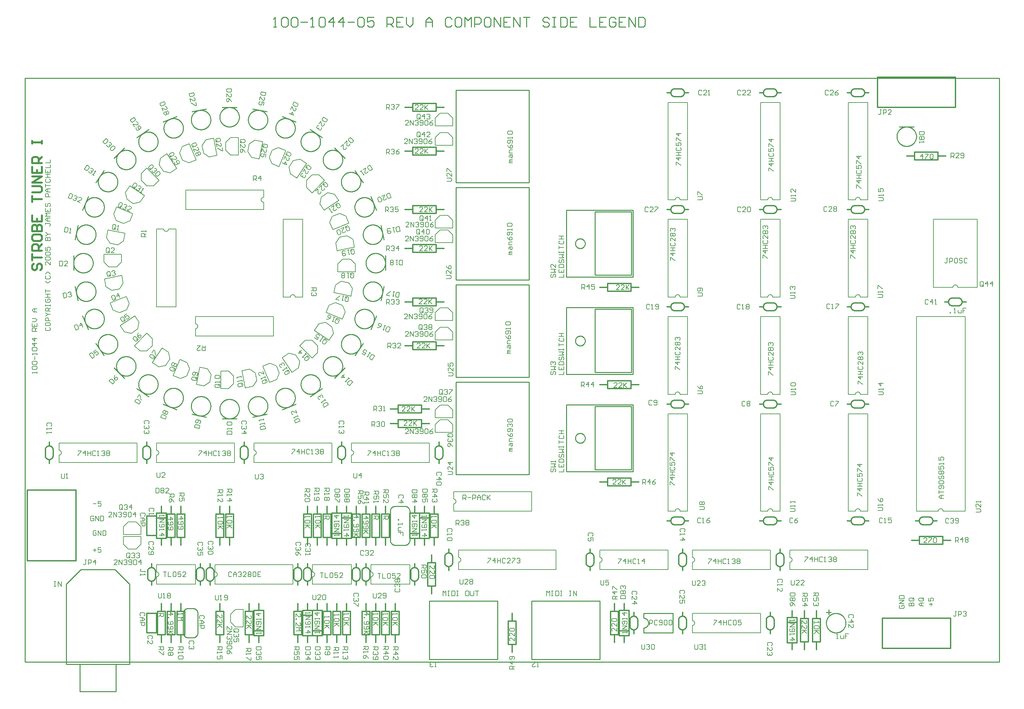
<source format=gto>
*%FSLAX23Y23*%
*%MOIN*%
G01*
%ADD11C,0.007*%
%ADD12C,0.008*%
%ADD13C,0.010*%
%ADD14C,0.012*%
%ADD15C,0.020*%
%ADD16C,0.032*%
%ADD17C,0.032*%
%ADD18C,0.036*%
%ADD19C,0.036*%
%ADD20C,0.042*%
%ADD21C,0.050*%
%ADD22C,0.050*%
%ADD23C,0.052*%
%ADD24C,0.052*%
%ADD25C,0.055*%
%ADD26C,0.055*%
%ADD27C,0.056*%
%ADD28C,0.056*%
%ADD29C,0.060*%
%ADD30C,0.061*%
%ADD31C,0.061*%
%ADD32C,0.062*%
%ADD33C,0.062*%
%ADD34C,0.066*%
%ADD35C,0.068*%
%ADD36C,0.068*%
%ADD37C,0.070*%
%ADD38C,0.080*%
%ADD39C,0.090*%
%ADD40C,0.095*%
%ADD41C,0.100*%
%ADD42C,0.106*%
%ADD43C,0.115*%
%ADD44C,0.120*%
%ADD45C,0.125*%
%ADD46C,0.126*%
%ADD47C,0.131*%
%ADD48C,0.140*%
%ADD49C,0.150*%
%ADD50C,0.156*%
%ADD51C,0.160*%
%ADD52C,0.250*%
%ADD53R,0.062X0.062*%
%ADD54R,0.068X0.068*%
D12*
X10154Y5468D02*
Y5518D01*
X10171Y5501D01*
X10187Y5518D01*
Y5468D01*
X10204Y5518D02*
X10221D01*
X10212D01*
Y5468D01*
X10204D01*
X10221D01*
X10246D02*
Y5518D01*
Y5468D02*
X10271D01*
X10279Y5476D01*
Y5510D01*
X10271Y5518D01*
X10246D01*
X10296D02*
X10312D01*
X10304D01*
Y5468D01*
X10296D01*
X10312D01*
X10387Y5518D02*
X10404D01*
X10396D01*
Y5468D01*
X10387D01*
X10404D01*
X10429D02*
Y5518D01*
X10462Y5468D01*
Y5518D01*
X9089D02*
Y5468D01*
X9106Y5501D02*
X9089Y5518D01*
X9106Y5501D02*
X9122Y5518D01*
Y5468D01*
X9139Y5518D02*
X9156D01*
X9147D01*
Y5468D01*
X9139D01*
X9156D01*
X9181D02*
Y5518D01*
Y5468D02*
X9206D01*
X9214Y5476D01*
Y5510D01*
X9206Y5518D01*
X9181D01*
X9231D02*
X9247D01*
X9239D01*
Y5468D01*
X9231D01*
X9247D01*
X9331Y5518D02*
X9347D01*
X9331D02*
X9322Y5510D01*
Y5476D01*
X9331Y5468D01*
X9347D01*
X9356Y5476D01*
Y5510D01*
X9347Y5518D01*
X9372D02*
Y5476D01*
X9381Y5468D01*
X9397D01*
X9406Y5476D01*
Y5518D01*
X9422D02*
X9456D01*
X9439D01*
Y5468D01*
X5116Y5613D02*
X5099D01*
X5107D02*
X5116D01*
X5107D02*
Y5563D01*
X5099D01*
X5116D01*
X5141D02*
Y5613D01*
X5174Y5563D01*
Y5613D01*
X4924Y7753D02*
Y7770D01*
Y7761D01*
X4874D01*
X4875D01*
X4874D02*
X4882Y7753D01*
Y7795D02*
X4874Y7803D01*
Y7820D01*
X4882Y7828D01*
X4916D01*
X4924Y7820D01*
Y7803D01*
X4916Y7795D01*
X4882D01*
Y7845D02*
X4874Y7853D01*
Y7870D01*
X4882Y7878D01*
X4916D01*
X4924Y7870D01*
Y7853D01*
X4916Y7845D01*
X4882D01*
X4899Y7895D02*
Y7928D01*
X4924Y7945D02*
Y7961D01*
Y7953D01*
X4874D01*
X4875D01*
X4874D02*
X4882Y7945D01*
Y7986D02*
X4874Y7995D01*
Y8011D01*
X4882Y8020D01*
X4916D01*
X4924Y8011D01*
Y7995D01*
X4916Y7986D01*
X4882D01*
X4874Y8061D02*
X4924D01*
X4899Y8036D02*
X4874Y8061D01*
X4899Y8070D02*
Y8036D01*
X4924Y8111D02*
X4874D01*
X4899Y8086D01*
Y8120D01*
X4924Y8186D02*
X4874D01*
Y8211D01*
X4882Y8220D01*
X4899D01*
X4907Y8211D01*
Y8186D01*
Y8203D02*
X4924Y8220D01*
X4874Y8236D02*
Y8269D01*
Y8236D02*
X4924D01*
Y8269D01*
X4899Y8253D02*
Y8236D01*
X4907Y8286D02*
X4874D01*
X4907D02*
X4924Y8303D01*
X4907Y8319D01*
X4874D01*
X4891Y8386D02*
X4924D01*
X4891D02*
X4874Y8403D01*
X4891Y8419D01*
X4924D01*
X4899D01*
Y8386D01*
X5017Y8226D02*
X5009Y8218D01*
Y8201D01*
X5017Y8193D01*
X5051D01*
X5059Y8201D01*
Y8218D01*
X5051Y8226D01*
X5009Y8251D02*
Y8268D01*
Y8251D02*
X5017Y8243D01*
X5051D01*
X5059Y8251D01*
Y8268D01*
X5051Y8276D01*
X5017D01*
X5009Y8268D01*
Y8293D02*
X5059D01*
X5009D02*
Y8318D01*
X5017Y8326D01*
X5034D01*
X5042Y8318D01*
Y8293D01*
X5017Y8343D02*
X5009D01*
X5017D02*
X5034Y8360D01*
X5017Y8376D01*
X5009D01*
X5034Y8360D02*
X5059D01*
Y8393D02*
X5009D01*
Y8418D01*
X5017Y8426D01*
X5034D01*
X5042Y8418D01*
Y8393D01*
Y8410D02*
X5059Y8426D01*
X5009Y8443D02*
Y8460D01*
Y8451D01*
X5059D01*
Y8443D01*
Y8460D01*
X5009Y8510D02*
X5017Y8518D01*
X5009Y8510D02*
Y8493D01*
X5017Y8485D01*
X5051D01*
X5059Y8493D01*
Y8510D01*
X5051Y8518D01*
X5034D01*
Y8501D01*
X5009Y8535D02*
X5059D01*
X5034D01*
Y8568D01*
X5009D01*
X5059D01*
X5009Y8585D02*
Y8618D01*
Y8601D01*
X5059D01*
X5042Y8685D02*
X5059Y8701D01*
X5042Y8685D02*
X5026D01*
X5009Y8701D01*
Y8751D02*
X5017Y8759D01*
X5009Y8751D02*
Y8734D01*
X5017Y8726D01*
X5051D01*
X5059Y8734D01*
Y8751D01*
X5051Y8759D01*
X5059Y8776D02*
X5042Y8793D01*
X5026D01*
X5009Y8776D01*
X5059Y8868D02*
Y8901D01*
Y8868D02*
X5026Y8901D01*
X5017D01*
X5009Y8893D01*
Y8876D01*
X5017Y8868D01*
Y8918D02*
X5009Y8926D01*
Y8943D01*
X5017Y8951D01*
X5051D01*
X5059Y8943D01*
Y8926D01*
X5051Y8918D01*
X5017D01*
Y8968D02*
X5009Y8976D01*
Y8993D01*
X5017Y9001D01*
X5051D01*
X5059Y8993D01*
Y8976D01*
X5051Y8968D01*
X5017D01*
X5009Y9018D02*
Y9051D01*
Y9018D02*
X5034D01*
X5026Y9034D01*
Y9043D01*
X5034Y9051D01*
X5051D01*
X5059Y9043D01*
Y9026D01*
X5051Y9018D01*
X5059Y9118D02*
X5009D01*
X5059D02*
Y9143D01*
X5051Y9151D01*
X5042D01*
X5034Y9143D01*
Y9118D01*
X5035D01*
X5034D02*
X5035D01*
X5034D02*
X5035D01*
X5034D02*
Y9143D01*
X5026Y9151D01*
X5017D01*
X5009Y9143D01*
Y9118D01*
Y9168D02*
X5017D01*
X5034Y9184D01*
X5017Y9201D01*
X5009D01*
X5034Y9184D02*
X5059D01*
X5009Y9284D02*
Y9301D01*
Y9293D02*
Y9284D01*
Y9293D02*
X5051D01*
X5059Y9284D01*
Y9276D01*
X5051Y9268D01*
X5059Y9318D02*
X5026D01*
X5009Y9334D01*
X5026Y9351D01*
X5059D01*
X5034D01*
Y9318D01*
X5059Y9368D02*
X5009D01*
X5026Y9384D01*
X5009Y9401D01*
X5059D01*
X5009Y9418D02*
Y9451D01*
Y9418D02*
X5059D01*
Y9451D01*
X5034Y9434D02*
Y9418D01*
X5009Y9493D02*
X5017Y9501D01*
X5009Y9493D02*
Y9476D01*
X5017Y9468D01*
X5026D01*
X5034Y9476D01*
Y9493D01*
X5042Y9501D01*
X5051D01*
X5059Y9493D01*
Y9476D01*
X5051Y9468D01*
X5059Y9568D02*
X5009D01*
Y9593D01*
X5017Y9601D01*
X5034D01*
X5042Y9593D01*
Y9568D01*
X5059Y9618D02*
X5026D01*
X5009Y9634D01*
X5026Y9651D01*
X5059D01*
X5034D01*
Y9618D01*
X5009Y9668D02*
Y9701D01*
Y9684D01*
X5059D01*
X5009Y9742D02*
X5017Y9751D01*
X5009Y9742D02*
Y9726D01*
X5017Y9718D01*
X5051D01*
X5059Y9726D01*
Y9742D01*
X5051Y9751D01*
X5059Y9767D02*
X5009D01*
X5034D02*
X5059D01*
X5034D02*
Y9801D01*
X5009D01*
X5059D01*
X5009Y9817D02*
Y9851D01*
Y9817D02*
X5059D01*
Y9851D01*
X5034Y9834D02*
Y9817D01*
X5009Y9867D02*
X5059D01*
Y9901D01*
Y9917D02*
X5009D01*
X5059D02*
Y9951D01*
X5499Y5938D02*
X5532D01*
X5516Y5955D02*
Y5921D01*
X5549Y5963D02*
X5582D01*
X5549D02*
Y5938D01*
X5566Y5946D01*
X5574D01*
X5582Y5938D01*
Y5921D01*
X5574Y5913D01*
X5557D01*
X5549Y5921D01*
X5532Y6130D02*
X5524Y6138D01*
X5507D01*
X5499Y6130D01*
Y6096D01*
X5507Y6088D01*
X5524D01*
X5532Y6096D01*
Y6113D01*
X5516D01*
X5549Y6088D02*
Y6138D01*
X5582Y6088D01*
Y6138D01*
X5599D02*
Y6088D01*
X5624D01*
X5632Y6096D01*
Y6130D01*
X5624Y6138D01*
X5599D01*
X5507Y6280D02*
X5499Y6288D01*
X5482D01*
X5474Y6280D01*
Y6246D01*
X5482Y6238D01*
X5499D01*
X5507Y6246D01*
Y6263D01*
X5491D01*
X5524Y6238D02*
Y6288D01*
X5557Y6238D01*
Y6288D01*
X5574D02*
Y6238D01*
X5599D01*
X5607Y6246D01*
Y6280D01*
X5599Y6288D01*
X5574D01*
X5532Y6413D02*
X5499D01*
X5549Y6438D02*
X5582D01*
X5549D02*
Y6413D01*
X5566Y6421D01*
X5574D01*
X5582Y6413D01*
Y6396D01*
X5574Y6388D01*
X5557D01*
X5549Y6396D01*
X14099Y5396D02*
Y5363D01*
X14082Y5380D02*
X14116D01*
X14074Y5413D02*
Y5446D01*
Y5413D02*
X14099D01*
X14091Y5430D01*
Y5438D01*
X14099Y5446D01*
X14116D01*
X14124Y5438D01*
Y5421D01*
X14116Y5413D01*
X14024Y5363D02*
X13991D01*
X13974Y5380D01*
X13991Y5396D01*
X14024D01*
X13999D01*
Y5363D01*
X14016Y5446D02*
X13982D01*
X13974Y5438D01*
Y5421D01*
X13982Y5413D01*
X14016D01*
X14024Y5421D01*
Y5438D01*
Y5446D02*
X14007Y5430D01*
X14024Y5438D02*
X14016Y5446D01*
X13924Y5363D02*
X13874D01*
X13924D02*
Y5388D01*
X13916Y5396D01*
X13907D01*
X13899Y5388D01*
Y5363D01*
X13900D01*
X13899D02*
X13900D01*
X13899D02*
X13900D01*
X13899D02*
Y5388D01*
X13891Y5396D01*
X13882D01*
X13874Y5388D01*
Y5363D01*
X13882Y5446D02*
X13916D01*
X13882D02*
X13874Y5438D01*
Y5421D01*
X13882Y5413D01*
X13916D01*
X13924Y5421D01*
Y5438D01*
Y5446D02*
X13907Y5430D01*
X13924Y5438D02*
X13916Y5446D01*
X13782Y5371D02*
X13774Y5363D01*
Y5346D01*
X13782Y5338D01*
X13816D01*
X13824Y5346D01*
Y5363D01*
X13816Y5371D01*
X13799D01*
Y5355D01*
X13824Y5388D02*
X13774D01*
X13824Y5421D01*
X13774D01*
Y5438D02*
X13824D01*
Y5463D01*
X13816Y5471D01*
X13782D01*
X13774Y5463D01*
Y5438D01*
X5074Y7218D02*
X5066Y7210D01*
X5074Y7218D02*
Y7235D01*
X5066Y7243D01*
X5032D01*
X5024Y7235D01*
Y7218D01*
X5032Y7210D01*
X5024Y7193D02*
Y7176D01*
Y7185D01*
X5074D01*
X5075D01*
X5074D02*
X5066Y7193D01*
X5024Y7151D02*
Y7135D01*
Y7143D01*
X5074D01*
X5075D01*
X5074D02*
X5066Y7151D01*
X5149Y6963D02*
X5152Y6963D01*
X5155Y6962D01*
X5159Y6961D01*
X5162Y6960D01*
X5164Y6958D01*
X5167Y6956D01*
X5169Y6953D01*
X5171Y6950D01*
X5172Y6948D01*
X5173Y6944D01*
X5174Y6941D01*
X5174Y6938D01*
X5174Y6935D01*
X5173Y6932D01*
X5172Y6928D01*
X5171Y6926D01*
X5169Y6923D01*
X5167Y6920D01*
X5164Y6918D01*
X5162Y6916D01*
X5159Y6915D01*
X5155Y6914D01*
X5152Y6913D01*
X5149Y6913D01*
X5949Y6838D02*
Y7038D01*
X5149D02*
Y6963D01*
Y6913D02*
Y6838D01*
X5949D01*
Y7038D02*
X5149D01*
X5344Y6958D02*
X5377D01*
Y6950D01*
X5344Y6916D01*
Y6908D01*
X5419D02*
Y6958D01*
X5394Y6933D01*
X5427D01*
X5444Y6958D02*
Y6908D01*
Y6933D01*
X5477D01*
Y6958D01*
Y6908D01*
X5519Y6958D02*
X5527Y6950D01*
X5519Y6958D02*
X5502D01*
X5494Y6950D01*
Y6916D01*
X5502Y6908D01*
X5519D01*
X5527Y6916D01*
X5544Y6908D02*
X5561D01*
X5552D01*
Y6958D01*
X5553D01*
X5552D02*
X5544Y6950D01*
X5586D02*
X5594Y6958D01*
X5611D01*
X5619Y6950D01*
Y6941D01*
X5620D01*
X5619D02*
X5620D01*
X5619D02*
X5620D01*
X5619D02*
X5611Y6933D01*
X5602D01*
X5611D01*
X5619Y6925D01*
Y6916D01*
X5611Y6908D01*
X5594D01*
X5586Y6916D01*
X5636Y6950D02*
X5644Y6958D01*
X5661D01*
X5669Y6950D01*
Y6941D01*
X5661Y6933D01*
X5669Y6925D01*
Y6916D01*
X5661Y6908D01*
X5644D01*
X5636Y6916D01*
Y6925D01*
X5644Y6933D01*
X5636Y6941D01*
Y6950D01*
X5644Y6933D02*
X5661D01*
X5174Y6723D02*
Y6681D01*
X5182Y6673D01*
X5199D01*
X5207Y6681D01*
Y6723D01*
X5224Y6673D02*
X5241D01*
X5232D01*
Y6723D01*
X5233D01*
X5232D02*
X5224Y6715D01*
X6035Y5726D02*
Y5710D01*
Y5718D02*
Y5726D01*
Y5718D02*
X5993D01*
X5985Y5726D01*
Y5735D01*
X5993Y5743D01*
X5985Y5693D02*
Y5676D01*
Y5685D01*
X6035D01*
X6036D01*
X6035D02*
X6027Y5693D01*
X6149Y5713D02*
X6152Y5713D01*
X6155Y5712D01*
X6159Y5711D01*
X6162Y5710D01*
X6164Y5708D01*
X6167Y5706D01*
X6169Y5703D01*
X6171Y5700D01*
X6172Y5698D01*
X6173Y5694D01*
X6174Y5691D01*
X6174Y5688D01*
X6174Y5685D01*
X6173Y5682D01*
X6172Y5678D01*
X6171Y5676D01*
X6169Y5673D01*
X6167Y5670D01*
X6164Y5668D01*
X6162Y5666D01*
X6159Y5665D01*
X6155Y5664D01*
X6152Y5663D01*
X6149Y5663D01*
X6549Y5588D02*
Y5788D01*
X6149D02*
Y5713D01*
Y5663D02*
Y5588D01*
X6549D01*
Y5788D02*
X6149D01*
X6219Y5713D02*
X6252D01*
X6236D01*
Y5663D01*
X6269D02*
Y5713D01*
Y5663D02*
X6302D01*
X6319Y5705D02*
X6327Y5713D01*
X6344D01*
X6352Y5705D01*
Y5671D01*
X6344Y5663D01*
X6327D01*
X6319Y5671D01*
Y5705D01*
X6369Y5713D02*
X6402D01*
X6369D02*
Y5688D01*
X6386Y5696D01*
X6394D01*
X6402Y5688D01*
Y5671D01*
X6394Y5663D01*
X6377D01*
X6369Y5671D01*
X6419Y5663D02*
X6452D01*
X6419D02*
X6452Y5696D01*
Y5705D01*
X6444Y5713D01*
X6427D01*
X6419Y5705D01*
X6169Y5493D02*
Y5451D01*
X6177Y5443D01*
X6194D01*
X6202Y5451D01*
Y5493D01*
X6219Y5443D02*
X6236D01*
X6227D01*
Y5493D01*
X6228D01*
X6227D02*
X6219Y5485D01*
X6261D02*
X6269Y5493D01*
X6286D01*
X6294Y5485D01*
Y5476D01*
X6286Y5468D01*
X6294Y5460D01*
Y5451D01*
X6286Y5443D01*
X6269D01*
X6261Y5451D01*
Y5460D01*
X6269Y5468D01*
X6261Y5476D01*
Y5485D01*
X6269Y5468D02*
X6286D01*
X6111Y5990D02*
X6119Y5998D01*
Y6015D01*
X6111Y6023D01*
X6077D01*
X6069Y6015D01*
Y5998D01*
X6077Y5990D01*
X6069Y5973D02*
Y5940D01*
Y5973D02*
X6102Y5940D01*
X6111D01*
X6119Y5948D01*
Y5965D01*
X6111Y5973D01*
X6077Y5923D02*
X6069Y5915D01*
Y5898D01*
X6077Y5890D01*
X6111D01*
X6119Y5898D01*
Y5915D01*
X6111Y5923D01*
X6102D01*
X6094Y5915D01*
Y5890D01*
X6616Y5985D02*
X6624Y5993D01*
Y6010D01*
X6616Y6018D01*
X6582D01*
X6574Y6010D01*
Y5993D01*
X6582Y5985D01*
X6616Y5968D02*
X6624Y5960D01*
Y5943D01*
X6616Y5935D01*
X6607D01*
X6608D01*
X6607D02*
X6608D01*
X6607D02*
X6608D01*
X6607D02*
X6599Y5943D01*
Y5951D01*
Y5943D01*
X6591Y5935D01*
X6582D01*
X6574Y5943D01*
Y5960D01*
X6582Y5968D01*
X6624Y5918D02*
Y5885D01*
Y5918D02*
X6599D01*
X6607Y5901D01*
Y5893D01*
X6599Y5885D01*
X6582D01*
X6574Y5893D01*
Y5910D01*
X6582Y5918D01*
X6721Y5995D02*
X6729Y6003D01*
Y6020D01*
X6721Y6028D01*
X6687D01*
X6679Y6020D01*
Y6003D01*
X6687Y5995D01*
X6721Y5978D02*
X6729Y5970D01*
Y5953D01*
X6721Y5945D01*
X6712D01*
X6713D01*
X6712D02*
X6713D01*
X6712D02*
X6713D01*
X6712D02*
X6704Y5953D01*
Y5961D01*
Y5953D01*
X6696Y5945D01*
X6687D01*
X6679Y5953D01*
Y5970D01*
X6687Y5978D01*
X6721Y5928D02*
X6729Y5920D01*
Y5903D01*
X6721Y5895D01*
X6687D01*
X6679Y5903D01*
Y5920D01*
X6687Y5928D01*
X6721D01*
X6749Y5713D02*
X6752Y5713D01*
X6755Y5712D01*
X6759Y5711D01*
X6762Y5710D01*
X6764Y5708D01*
X6767Y5706D01*
X6769Y5703D01*
X6771Y5700D01*
X6772Y5698D01*
X6773Y5694D01*
X6774Y5691D01*
X6774Y5688D01*
X6774Y5685D01*
X6773Y5682D01*
X6772Y5678D01*
X6771Y5676D01*
X6769Y5673D01*
X6767Y5670D01*
X6764Y5668D01*
X6762Y5666D01*
X6759Y5665D01*
X6755Y5664D01*
X6752Y5663D01*
X6749Y5663D01*
X7549Y5588D02*
Y5788D01*
X6749D02*
Y5713D01*
Y5663D02*
Y5588D01*
X7549D01*
Y5788D02*
X6749D01*
X6914Y5713D02*
X6922Y5705D01*
X6914Y5713D02*
X6897D01*
X6889Y5705D01*
Y5671D01*
X6897Y5663D01*
X6914D01*
X6922Y5671D01*
X6939Y5663D02*
Y5696D01*
X6956Y5713D01*
X6972Y5696D01*
Y5663D01*
Y5688D01*
X6939D01*
X6989Y5705D02*
X6997Y5713D01*
X7014D01*
X7022Y5705D01*
Y5696D01*
X7023D01*
X7022D02*
X7023D01*
X7022D02*
X7023D01*
X7022D02*
X7014Y5688D01*
X7006D01*
X7014D01*
X7022Y5680D01*
Y5671D01*
X7014Y5663D01*
X6997D01*
X6989Y5671D01*
X7039Y5663D02*
X7072D01*
X7039D02*
X7072Y5696D01*
Y5705D01*
X7064Y5713D01*
X7047D01*
X7039Y5705D01*
X7089D02*
X7097Y5713D01*
X7114D01*
X7122Y5705D01*
Y5696D01*
X7114Y5688D01*
X7122Y5680D01*
Y5671D01*
X7114Y5663D01*
X7097D01*
X7089Y5671D01*
Y5680D01*
X7097Y5688D01*
X7089Y5696D01*
Y5705D01*
X7097Y5688D02*
X7114D01*
X7139Y5705D02*
X7147Y5713D01*
X7164D01*
X7172Y5705D01*
Y5671D01*
X7164Y5663D01*
X7147D01*
X7139Y5671D01*
Y5705D01*
X7189Y5713D02*
X7222D01*
X7189D02*
Y5663D01*
X7222D01*
X7206Y5688D02*
X7189D01*
X6754Y5473D02*
Y5431D01*
X6762Y5423D01*
X6779D01*
X6787Y5431D01*
Y5473D01*
X6804Y5423D02*
X6821D01*
X6812D01*
Y5473D01*
X6813D01*
X6812D02*
X6804Y5465D01*
X6846Y5431D02*
X6854Y5423D01*
X6871D01*
X6879Y5431D01*
Y5465D01*
X6871Y5473D01*
X6854D01*
X6846Y5465D01*
Y5456D01*
X6854Y5448D01*
X6879D01*
X6224Y5288D02*
X6174D01*
X6224D02*
Y5263D01*
X6216Y5255D01*
X6199D01*
X6191Y5263D01*
Y5288D01*
Y5271D02*
X6174Y5255D01*
Y4943D02*
X6224D01*
Y4918D01*
X6216Y4910D01*
X6199D01*
X6191Y4918D01*
Y4943D01*
Y4926D02*
X6174Y4910D01*
X6224Y4893D02*
Y4860D01*
X6216D01*
X6182Y4893D01*
X6174D01*
X6631Y5230D02*
X6639Y5238D01*
Y5255D01*
X6631Y5263D01*
X6597D01*
X6589Y5255D01*
Y5238D01*
X6597Y5230D01*
X6589Y5213D02*
X6622D01*
X6639Y5196D01*
X6622Y5180D01*
X6589D01*
X6614D01*
Y5213D01*
X6589Y5163D02*
X6639D01*
Y5138D01*
X6631Y5130D01*
X6614D01*
X6606Y5138D01*
Y5163D01*
X6534Y4978D02*
X6526Y4970D01*
X6534Y4978D02*
Y4995D01*
X6526Y5003D01*
X6492D01*
X6484Y4995D01*
Y4978D01*
X6492Y4970D01*
X6526Y4953D02*
X6534Y4945D01*
Y4928D01*
X6526Y4920D01*
X6517D01*
X6518D01*
X6517D02*
X6518D01*
X6517D02*
X6518D01*
X6517D02*
X6509Y4928D01*
Y4936D01*
Y4928D01*
X6501Y4920D01*
X6492D01*
X6484Y4928D01*
Y4945D01*
X6492Y4953D01*
X6029Y5268D02*
X6021Y5260D01*
X6029Y5268D02*
Y5285D01*
X6021Y5293D01*
X5987D01*
X5979Y5285D01*
Y5268D01*
X5987Y5260D01*
X5979Y5243D02*
X6012D01*
X6029Y5226D01*
X6012Y5210D01*
X5979D01*
X6004D01*
Y5243D01*
X5979Y5193D02*
X6029D01*
Y5168D01*
X6021Y5160D01*
X6004D01*
X5996Y5168D01*
Y5193D01*
X6109Y5033D02*
X6101Y5025D01*
X6109Y5033D02*
Y5050D01*
X6101Y5058D01*
X6067D01*
X6059Y5050D01*
Y5033D01*
X6067Y5025D01*
X6059Y5008D02*
Y4975D01*
Y5008D02*
X6092Y4975D01*
X6101D01*
X6109Y4983D01*
Y5000D01*
X6101Y5008D01*
X6269Y5273D02*
X6319D01*
X6294Y5298D01*
Y5265D01*
X6277Y5248D02*
X6269D01*
X6277D02*
Y5240D01*
X6269D01*
Y5248D01*
X6277Y5206D02*
X6269Y5198D01*
Y5181D01*
X6277Y5173D01*
X6311D01*
X6319Y5181D01*
Y5198D01*
X6311Y5206D01*
X6302D01*
X6294Y5198D01*
Y5173D01*
X6277Y5156D02*
X6269Y5148D01*
Y5131D01*
X6277Y5123D01*
X6311D01*
X6319Y5131D01*
Y5148D01*
X6311Y5156D01*
X6302D01*
X6294Y5148D01*
Y5123D01*
X6319Y5106D02*
X6269D01*
X6286D01*
X6319Y5073D01*
X6294Y5098D01*
X6269Y5073D01*
Y4938D02*
X6319D01*
Y4913D01*
X6311Y4905D01*
X6294D01*
X6286Y4913D01*
Y4938D01*
Y4921D02*
X6269Y4905D01*
X6311Y4888D02*
X6319Y4880D01*
Y4863D01*
X6311Y4855D01*
X6302D01*
X6294Y4863D01*
X6286Y4855D01*
X6277D01*
X6269Y4863D01*
Y4880D01*
X6277Y4888D01*
X6286D01*
X6294Y4880D01*
X6302Y4888D01*
X6311D01*
X6294Y4880D02*
Y4863D01*
X6774Y5240D02*
Y5273D01*
X6807Y5240D01*
X6816D01*
X6824Y5248D01*
Y5265D01*
X6816Y5273D01*
X6774Y5223D02*
Y5190D01*
Y5223D02*
X6807Y5190D01*
X6816D01*
X6824Y5198D01*
Y5215D01*
X6816Y5223D01*
X6824Y5173D02*
X6774D01*
X6791D01*
X6824Y5140D01*
X6799Y5165D01*
X6774Y5140D01*
Y4943D02*
X6824D01*
Y4918D01*
X6816Y4910D01*
X6799D01*
X6791Y4918D01*
Y4943D01*
Y4926D02*
X6774Y4910D01*
Y4893D02*
Y4876D01*
Y4885D01*
X6824D01*
X6825D01*
X6824D02*
X6816Y4893D01*
X6824Y4851D02*
Y4818D01*
Y4851D02*
X6799D01*
X6807Y4835D01*
Y4826D01*
X6799Y4818D01*
X6782D01*
X6774Y4826D01*
Y4843D01*
X6782Y4851D01*
X6369Y5271D02*
Y5288D01*
Y5280D02*
Y5271D01*
Y5280D02*
X6419D01*
X6420D01*
X6419D02*
X6411Y5288D01*
X6419Y5246D02*
X6369D01*
X6402Y5230D02*
X6419Y5246D01*
X6402Y5230D02*
X6419Y5213D01*
X6369D01*
X6374Y4943D02*
X6424D01*
Y4918D01*
X6416Y4910D01*
X6399D01*
X6391Y4918D01*
Y4943D01*
Y4926D02*
X6374Y4910D01*
Y4893D02*
Y4876D01*
Y4885D01*
X6424D01*
X6425D01*
X6424D02*
X6416Y4893D01*
Y4851D02*
X6424Y4843D01*
Y4826D01*
X6416Y4818D01*
X6382D01*
X6374Y4826D01*
Y4843D01*
X6382Y4851D01*
X6416D01*
X5859Y5948D02*
X5809Y5998D01*
X5939Y5948D02*
X5989Y5998D01*
X5809D02*
Y6078D01*
X5989D02*
Y5998D01*
X5939Y5948D02*
X5859D01*
X5809Y6078D02*
X5989D01*
X5747Y5788D02*
X5714D01*
X5747Y5821D01*
Y5830D01*
X5739Y5838D01*
X5722D01*
X5714Y5830D01*
X5764Y5838D02*
Y5788D01*
X5797D02*
X5764Y5838D01*
X5797D02*
Y5788D01*
X5814Y5830D02*
X5822Y5838D01*
X5839D01*
X5847Y5830D01*
Y5821D01*
X5848D01*
X5847D02*
X5848D01*
X5847D02*
X5848D01*
X5847D02*
X5839Y5813D01*
X5831D01*
X5839D01*
X5847Y5805D01*
Y5796D01*
X5839Y5788D01*
X5822D01*
X5814Y5796D01*
X5864D02*
X5872Y5788D01*
X5889D01*
X5897Y5796D01*
Y5830D01*
X5889Y5838D01*
X5872D01*
X5864Y5830D01*
Y5821D01*
X5872Y5813D01*
X5897D01*
X5914Y5830D02*
X5922Y5838D01*
X5939D01*
X5947Y5830D01*
Y5796D01*
X5939Y5788D01*
X5922D01*
X5914Y5796D01*
Y5830D01*
X5989Y5838D02*
Y5788D01*
X5964Y5813D02*
X5989Y5838D01*
X5997Y5813D02*
X5964D01*
X5877Y5866D02*
Y5900D01*
X5869Y5908D01*
X5852D01*
X5844Y5900D01*
Y5866D01*
X5852Y5858D01*
X5869D01*
X5877D02*
X5861Y5875D01*
X5869Y5858D02*
X5877Y5866D01*
X5894Y5900D02*
X5902Y5908D01*
X5919D01*
X5927Y5900D01*
Y5891D01*
X5928D01*
X5927D02*
X5928D01*
X5927D02*
X5928D01*
X5927D02*
X5919Y5883D01*
X5911D01*
X5919D01*
X5927Y5875D01*
Y5866D01*
X5919Y5858D01*
X5902D01*
X5894Y5866D01*
X5944Y5900D02*
X5952Y5908D01*
X5969D01*
X5977Y5900D01*
Y5891D01*
X5978D01*
X5977D02*
X5978D01*
X5977D02*
X5978D01*
X5977D02*
X5969Y5883D01*
X5961D01*
X5969D01*
X5977Y5875D01*
Y5866D01*
X5969Y5858D01*
X5952D01*
X5944Y5866D01*
X5989Y6178D02*
X5939Y6228D01*
X5859D02*
X5809Y6178D01*
X5989D02*
Y6098D01*
X5809D02*
Y6178D01*
X5859Y6228D02*
X5939D01*
X5989Y6098D02*
X5809D01*
X5692Y6278D02*
X5659D01*
X5692Y6311D01*
Y6320D01*
X5684Y6328D01*
X5667D01*
X5659Y6320D01*
X5709Y6328D02*
Y6278D01*
X5742D02*
X5709Y6328D01*
X5742D02*
Y6278D01*
X5759Y6320D02*
X5767Y6328D01*
X5784D01*
X5792Y6320D01*
Y6311D01*
X5793D01*
X5792D02*
X5793D01*
X5792D02*
X5793D01*
X5792D02*
X5784Y6303D01*
X5776D01*
X5784D01*
X5792Y6295D01*
Y6286D01*
X5784Y6278D01*
X5767D01*
X5759Y6286D01*
X5809D02*
X5817Y6278D01*
X5834D01*
X5842Y6286D01*
Y6320D01*
X5834Y6328D01*
X5817D01*
X5809Y6320D01*
Y6311D01*
X5817Y6303D01*
X5842D01*
X5859Y6320D02*
X5867Y6328D01*
X5884D01*
X5892Y6320D01*
Y6286D01*
X5884Y6278D01*
X5867D01*
X5859Y6286D01*
Y6320D01*
X5934Y6328D02*
Y6278D01*
X5909Y6303D02*
X5934Y6328D01*
X5942Y6303D02*
X5909D01*
X5802Y6361D02*
Y6395D01*
X5794Y6403D01*
X5777D01*
X5769Y6395D01*
Y6361D01*
X5777Y6353D01*
X5794D01*
X5802D02*
X5786Y6370D01*
X5794Y6353D02*
X5802Y6361D01*
X5819Y6395D02*
X5827Y6403D01*
X5844D01*
X5852Y6395D01*
Y6386D01*
X5853D01*
X5852D02*
X5853D01*
X5852D02*
X5853D01*
X5852D02*
X5844Y6378D01*
X5836D01*
X5844D01*
X5852Y6370D01*
Y6361D01*
X5844Y6353D01*
X5827D01*
X5819Y6361D01*
X5894Y6353D02*
Y6403D01*
X5869Y6378D01*
X5902D01*
X6066Y7235D02*
X6074Y7243D01*
Y7260D01*
X6066Y7268D01*
X6032D01*
X6024Y7260D01*
Y7243D01*
X6032Y7235D01*
X6066Y7218D02*
X6074Y7210D01*
Y7193D01*
X6066Y7185D01*
X6057D01*
X6058D01*
X6057D02*
X6058D01*
X6057D02*
X6058D01*
X6057D02*
X6049Y7193D01*
Y7201D01*
Y7193D01*
X6041Y7185D01*
X6032D01*
X6024Y7193D01*
Y7210D01*
X6032Y7218D01*
X6066Y7168D02*
X6074Y7160D01*
Y7143D01*
X6066Y7135D01*
X6057D01*
X6058D01*
X6057D02*
X6058D01*
X6057D02*
X6058D01*
X6057D02*
X6049Y7143D01*
Y7151D01*
Y7143D01*
X6041Y7135D01*
X6032D01*
X6024Y7143D01*
Y7160D01*
X6032Y7168D01*
X6540Y7198D02*
X6589Y7188D01*
X6594Y7213D01*
X6587Y7222D01*
X6555Y7229D01*
X6545Y7222D01*
X6540Y7198D01*
X6591Y7239D02*
X6600Y7245D01*
X6604Y7262D01*
X6597Y7271D01*
X6564Y7278D01*
X6555Y7271D01*
X6551Y7255D01*
X6558Y7245D01*
X6566Y7244D01*
X6576Y7250D01*
X6581Y7275D01*
X6874Y7128D02*
X6924D01*
Y7153D01*
X6916Y7161D01*
X6882D01*
X6874Y7153D01*
Y7128D01*
X6924Y7178D02*
Y7195D01*
Y7186D01*
X6874D01*
X6875D01*
X6874D02*
X6882Y7178D01*
Y7220D02*
X6874Y7228D01*
Y7245D01*
X6882Y7253D01*
X6916D01*
X6924Y7245D01*
Y7228D01*
X6916Y7220D01*
X6882D01*
X6779Y6278D02*
Y6261D01*
Y6270D01*
X6829D01*
X6830D01*
X6829D02*
X6821Y6278D01*
Y6236D02*
X6829Y6228D01*
Y6211D01*
X6821Y6203D01*
X6787D01*
X6779Y6211D01*
Y6228D01*
X6787Y6236D01*
X6821D01*
X6829Y6186D02*
X6779D01*
X6796D01*
X6829Y6153D01*
X6804Y6178D01*
X6779Y6153D01*
Y6558D02*
X6829D01*
Y6533D01*
X6821Y6525D01*
X6804D01*
X6796Y6533D01*
Y6558D01*
Y6541D02*
X6779Y6525D01*
Y6508D02*
Y6491D01*
Y6500D01*
X6829D01*
X6830D01*
X6829D02*
X6821Y6508D01*
X6779Y6466D02*
Y6433D01*
Y6466D02*
X6812Y6433D01*
X6821D01*
X6829Y6441D01*
Y6458D01*
X6821Y6466D01*
X6874Y6288D02*
Y6271D01*
Y6280D01*
X6924D01*
X6925D01*
X6924D02*
X6916Y6288D01*
Y6246D02*
X6924Y6238D01*
Y6221D01*
X6916Y6213D01*
X6882D01*
X6874Y6221D01*
Y6238D01*
X6882Y6246D01*
X6916D01*
X6924Y6196D02*
X6874D01*
X6891D01*
X6924Y6163D01*
X6899Y6188D01*
X6874Y6163D01*
Y6563D02*
X6924D01*
Y6538D01*
X6916Y6530D01*
X6899D01*
X6891Y6538D01*
Y6563D01*
Y6546D02*
X6874Y6530D01*
Y6513D02*
Y6496D01*
Y6505D01*
X6924D01*
X6925D01*
X6924D02*
X6916Y6513D01*
X6924Y6446D02*
X6874D01*
X6899Y6471D02*
X6924Y6446D01*
X6899Y6438D02*
Y6471D01*
X6319Y6253D02*
X6269D01*
X6294Y6278D02*
X6319Y6253D01*
X6294Y6245D02*
Y6278D01*
X6277Y6228D02*
X6269Y6220D01*
Y6203D01*
X6277Y6195D01*
X6311D01*
X6319Y6203D01*
Y6220D01*
X6311Y6228D01*
X6302D01*
X6294Y6220D01*
Y6195D01*
X6277Y6178D02*
X6269Y6170D01*
Y6153D01*
X6277Y6145D01*
X6311D01*
X6319Y6153D01*
Y6170D01*
X6311Y6178D01*
X6302D01*
X6294Y6170D01*
Y6145D01*
X6279Y6513D02*
X6329D01*
Y6488D01*
X6321Y6480D01*
X6304D01*
X6296Y6488D01*
Y6513D01*
Y6496D02*
X6279Y6480D01*
X6321Y6446D02*
X6329Y6430D01*
X6321Y6446D02*
X6304Y6463D01*
X6287D01*
X6279Y6455D01*
Y6438D01*
X6287Y6430D01*
X6296D01*
X6304Y6438D01*
Y6463D01*
X6179Y6298D02*
Y6281D01*
Y6290D01*
X6229D01*
X6230D01*
X6229D02*
X6221Y6298D01*
X6229Y6256D02*
X6179D01*
Y6223D02*
X6229Y6256D01*
Y6223D02*
X6179D01*
X6187Y6206D02*
X6179Y6198D01*
Y6181D01*
X6187Y6173D01*
X6221D01*
X6229Y6181D01*
Y6198D01*
X6221Y6206D01*
X6212D01*
X6204Y6198D01*
Y6173D01*
X6179Y6156D02*
Y6140D01*
Y6148D01*
X6229D01*
X6230D01*
X6229D02*
X6221Y6156D01*
X6229Y6090D02*
X6179D01*
X6204Y6115D02*
X6229Y6090D01*
X6204Y6081D02*
Y6115D01*
X6143Y6525D02*
Y6575D01*
Y6525D02*
X6168D01*
X6176Y6533D01*
Y6567D01*
X6168Y6575D01*
X6143D01*
X6193Y6567D02*
X6201Y6575D01*
X6218D01*
X6226Y6567D01*
Y6558D01*
X6218Y6550D01*
X6226Y6542D01*
Y6533D01*
X6218Y6525D01*
X6201D01*
X6193Y6533D01*
Y6542D01*
X6201Y6550D01*
X6193Y6558D01*
Y6567D01*
X6201Y6550D02*
X6218D01*
X6243Y6525D02*
X6276D01*
X6243D02*
X6276Y6558D01*
Y6567D01*
X6268Y6575D01*
X6251D01*
X6243Y6567D01*
X6374Y6258D02*
X6424D01*
X6399Y6283D01*
Y6250D01*
X6382Y6233D02*
X6374Y6225D01*
Y6208D01*
X6382Y6200D01*
X6416D01*
X6424Y6208D01*
Y6225D01*
X6416Y6233D01*
X6407D01*
X6399Y6225D01*
Y6200D01*
X6382Y6183D02*
X6374Y6175D01*
Y6158D01*
X6382Y6150D01*
X6416D01*
X6424Y6158D01*
Y6175D01*
X6416Y6183D01*
X6407D01*
X6399Y6175D01*
Y6150D01*
X6384Y6523D02*
X6434D01*
Y6498D01*
X6426Y6490D01*
X6409D01*
X6401Y6498D01*
Y6523D01*
Y6506D02*
X6384Y6490D01*
X6434Y6473D02*
Y6440D01*
Y6473D02*
X6409D01*
X6417Y6456D01*
Y6448D01*
X6409Y6440D01*
X6392D01*
X6384Y6448D01*
Y6465D01*
X6392Y6473D01*
X6034Y6293D02*
X6026Y6285D01*
X6034Y6293D02*
Y6310D01*
X6026Y6318D01*
X5992D01*
X5984Y6310D01*
Y6293D01*
X5992Y6285D01*
X5984Y6268D02*
X6017D01*
X6034Y6251D01*
X6017Y6235D01*
X5984D01*
X6009D01*
Y6268D01*
X5984Y6218D02*
X6034D01*
Y6193D01*
X6026Y6185D01*
X6009D01*
X6001Y6193D01*
Y6218D01*
X6116Y6335D02*
X6124Y6343D01*
Y6360D01*
X6116Y6368D01*
X6082D01*
X6074Y6360D01*
Y6343D01*
X6082Y6335D01*
X6074Y6318D02*
Y6301D01*
Y6310D01*
X6124D01*
X6125D01*
X6124D02*
X6116Y6318D01*
X6149Y6913D02*
X6152Y6913D01*
X6155Y6914D01*
X6159Y6915D01*
X6162Y6916D01*
X6164Y6918D01*
X6167Y6920D01*
X6169Y6923D01*
X6171Y6926D01*
X6172Y6928D01*
X6173Y6932D01*
X6174Y6935D01*
X6174Y6938D01*
X6174Y6941D01*
X6173Y6944D01*
X6172Y6948D01*
X6171Y6950D01*
X6169Y6953D01*
X6167Y6956D01*
X6164Y6958D01*
X6162Y6960D01*
X6159Y6961D01*
X6155Y6962D01*
X6152Y6963D01*
X6149Y6963D01*
X6949Y7038D02*
Y6838D01*
X6149Y6963D02*
Y7038D01*
Y6913D02*
Y6838D01*
X6949D01*
Y7038D02*
X6149D01*
X6584Y6958D02*
X6617D01*
Y6950D01*
X6584Y6916D01*
Y6908D01*
X6659D02*
Y6958D01*
X6634Y6933D01*
X6667D01*
X6684Y6958D02*
Y6908D01*
Y6933D01*
X6717D01*
Y6958D01*
Y6908D01*
X6759Y6958D02*
X6767Y6950D01*
X6759Y6958D02*
X6742D01*
X6734Y6950D01*
Y6916D01*
X6742Y6908D01*
X6759D01*
X6767Y6916D01*
X6784Y6908D02*
X6801D01*
X6792D01*
Y6958D01*
X6793D01*
X6792D02*
X6784Y6950D01*
X6826D02*
X6834Y6958D01*
X6851D01*
X6859Y6950D01*
Y6941D01*
X6860D01*
X6859D02*
X6860D01*
X6859D02*
X6860D01*
X6859D02*
X6851Y6933D01*
X6842D01*
X6851D01*
X6859Y6925D01*
Y6916D01*
X6851Y6908D01*
X6834D01*
X6826Y6916D01*
X6876Y6950D02*
X6884Y6958D01*
X6901D01*
X6909Y6950D01*
Y6941D01*
X6901Y6933D01*
X6909Y6925D01*
Y6916D01*
X6901Y6908D01*
X6884D01*
X6876Y6916D01*
Y6925D01*
X6884Y6933D01*
X6876Y6941D01*
Y6950D01*
X6884Y6933D02*
X6901D01*
X6154Y6733D02*
Y6691D01*
X6162Y6683D01*
X6179D01*
X6187Y6691D01*
Y6733D01*
X6204Y6683D02*
X6237D01*
X6204D02*
X6237Y6716D01*
Y6725D01*
X6229Y6733D01*
X6212D01*
X6204Y6725D01*
X5432Y5838D02*
X5416D01*
X5424D01*
Y5796D01*
X5416Y5788D01*
X5407D01*
X5399Y5796D01*
X5449Y5788D02*
Y5838D01*
X5474D01*
X5482Y5830D01*
Y5813D01*
X5474Y5805D01*
X5449D01*
X5524Y5788D02*
Y5838D01*
X5499Y5813D01*
X5532D01*
X6549Y8213D02*
X6552Y8213D01*
X6555Y8214D01*
X6559Y8215D01*
X6562Y8216D01*
X6564Y8218D01*
X6567Y8220D01*
X6569Y8223D01*
X6571Y8226D01*
X6572Y8228D01*
X6573Y8232D01*
X6574Y8235D01*
X6574Y8238D01*
X6574Y8241D01*
X6573Y8244D01*
X6572Y8248D01*
X6571Y8250D01*
X6569Y8253D01*
X6567Y8256D01*
X6564Y8258D01*
X6562Y8260D01*
X6559Y8261D01*
X6555Y8262D01*
X6552Y8263D01*
X6549Y8263D01*
X7349Y8338D02*
Y8138D01*
X6549Y8263D02*
Y8338D01*
Y8213D02*
Y8138D01*
X7349D01*
Y8338D02*
X6549D01*
X6649Y8038D02*
Y7988D01*
X6624D01*
X6616Y7996D01*
Y8013D01*
X6624Y8021D01*
X6649D01*
X6632D02*
X6616Y8038D01*
X6599D02*
X6566D01*
X6599D02*
X6566Y8005D01*
Y7996D01*
X6574Y7988D01*
X6591D01*
X6599Y7996D01*
X6889Y7778D02*
X6939Y7728D01*
Y7648D02*
X6889Y7598D01*
X6809D02*
Y7778D01*
X6939Y7728D02*
Y7648D01*
X6889Y7778D02*
X6809D01*
Y7598D02*
X6889D01*
X6791Y7641D02*
X6757D01*
X6749Y7633D01*
Y7616D01*
X6757Y7608D01*
X6791D01*
X6799Y7616D01*
Y7633D01*
Y7641D02*
X6782Y7625D01*
X6799Y7633D02*
X6791Y7641D01*
X6799Y7658D02*
Y7675D01*
Y7666D01*
X6749D01*
X6750D01*
X6749D02*
X6757Y7658D01*
Y7700D02*
X6749Y7708D01*
Y7725D01*
X6757Y7733D01*
X6791D01*
X6799Y7725D01*
Y7708D01*
X6791Y7700D01*
X6757D01*
X6712Y7742D02*
X6696Y7664D01*
X6559Y7640D02*
X6594Y7817D01*
X6559Y7640D02*
X6638Y7625D01*
X6673Y7801D02*
X6594Y7817D01*
X6673Y7801D02*
X6712Y7742D01*
X6696Y7664D02*
X6638Y7625D01*
X6557Y7712D02*
X6525Y7719D01*
X6515Y7712D01*
X6512Y7696D01*
X6518Y7686D01*
X6551Y7680D01*
X6561Y7686D01*
X6564Y7703D01*
X6566Y7711D02*
X6546Y7698D01*
X6564Y7703D02*
X6557Y7712D01*
X6561Y7729D02*
X6570Y7735D01*
X6574Y7752D01*
X6567Y7761D01*
X6534Y7768D01*
X6525Y7761D01*
X6521Y7745D01*
X6528Y7735D01*
X6536Y7734D01*
X6546Y7740D01*
X6551Y7765D01*
X6461Y7727D02*
X6396Y7700D01*
X6492Y7801D02*
X6465Y7866D01*
X6391Y7897D01*
X6322Y7731D02*
X6396Y7700D01*
X6322Y7731D02*
X6391Y7897D01*
X6492Y7801D02*
X6461Y7727D01*
X6334Y7807D02*
X6303Y7820D01*
X6292Y7815D01*
X6286Y7800D01*
X6291Y7789D01*
X6321Y7776D01*
X6332Y7781D01*
X6339Y7796D01*
X6342Y7804D02*
X6320Y7795D01*
X6339Y7796D02*
X6334Y7807D01*
X6310Y7835D02*
X6305Y7846D01*
X6312Y7861D01*
X6322Y7866D01*
X6330Y7863D01*
X6335Y7852D01*
X6345Y7856D01*
X6353Y7853D01*
X6358Y7842D01*
X6351Y7827D01*
X6340Y7822D01*
X6333Y7826D01*
X6328Y7836D01*
X6317Y7832D01*
X6310Y7835D01*
X6328Y7836D02*
X6335Y7852D01*
X6288Y7901D02*
X6243Y7835D01*
X6107Y7865D02*
X6207Y8015D01*
X6107Y7865D02*
X6174Y7821D01*
X6274Y7971D02*
X6207Y8015D01*
X6274Y7971D02*
X6288Y7901D01*
X6243Y7835D02*
X6174Y7821D01*
X6131Y7930D02*
X6103Y7949D01*
X6091Y7947D01*
X6082Y7933D01*
X6084Y7921D01*
X6112Y7903D01*
X6124Y7905D01*
X6133Y7919D01*
X6138Y7926D02*
X6114Y7921D01*
X6133Y7919D02*
X6131Y7930D01*
X6105Y7967D02*
X6124Y7995D01*
X6131Y7990D01*
X6140Y7944D01*
X6147Y7940D01*
X6107Y8110D02*
X6050Y8167D01*
X5923Y8039D01*
X6050Y7983D02*
X6107Y8039D01*
X5980Y7983D02*
X5923Y8039D01*
X6107D02*
Y8110D01*
X6050Y7983D02*
X5980D01*
X5957Y8107D02*
X5933Y8131D01*
X5921Y8131D01*
X5910Y8119D01*
Y8107D01*
X5933Y8084D01*
X5945D01*
X5957Y8096D01*
X5963Y8102D02*
X5939D01*
X5957Y8096D02*
X5957Y8107D01*
X5957Y8155D02*
X5963Y8172D01*
X5957Y8155D02*
Y8131D01*
X5968Y8119D01*
X5980D01*
X5992Y8131D01*
X5992Y8143D01*
X5986Y8149D01*
X5974D01*
X5957Y8131D01*
X5890Y8166D02*
X5957Y8210D01*
X5926Y8346D02*
X5776Y8246D01*
X5821Y8180D01*
X5971Y8280D02*
X5926Y8346D01*
X5971Y8280D02*
X5957Y8210D01*
X5890Y8166D02*
X5821Y8180D01*
X5827Y8303D02*
X5809Y8331D01*
X5797Y8333D01*
X5783Y8324D01*
X5781Y8313D01*
X5799Y8285D01*
X5811Y8283D01*
X5825Y8292D01*
X5832Y8297D02*
X5809Y8301D01*
X5825Y8292D02*
X5827Y8303D01*
X5818Y8347D02*
X5845Y8366D01*
X5818Y8347D02*
X5832Y8327D01*
X5841Y8343D01*
X5848Y8347D01*
X5859Y8345D01*
X5869Y8331D01*
X5866Y8320D01*
X5852Y8310D01*
X5841Y8313D01*
X5769Y8377D02*
X5703Y8404D01*
X5843Y8407D02*
X5870Y8472D01*
X5839Y8546D01*
X5673Y8477D02*
X5703Y8404D01*
X5673Y8477D02*
X5839Y8546D01*
X5843Y8407D02*
X5769Y8377D01*
X5732Y8523D02*
X5719Y8554D01*
X5708Y8559D01*
X5693Y8552D01*
X5688Y8541D01*
X5701Y8511D01*
X5712Y8506D01*
X5727Y8513D01*
X5735Y8516D02*
X5713Y8525D01*
X5727Y8513D02*
X5732Y8523D01*
X5773Y8532D02*
X5754Y8578D01*
X5741Y8545D01*
X5771Y8558D01*
X5769Y8622D02*
X5691Y8607D01*
X5616Y8725D02*
X5793Y8760D01*
X5616Y8725D02*
X5632Y8646D01*
X5808Y8681D02*
X5793Y8760D01*
X5808Y8681D02*
X5769Y8622D01*
X5691Y8607D02*
X5632Y8646D01*
X5680Y8763D02*
X5674Y8795D01*
X5664Y8802D01*
X5647Y8799D01*
X5641Y8789D01*
X5647Y8756D01*
X5657Y8750D01*
X5674Y8753D01*
X5682Y8755D02*
X5662Y8768D01*
X5674Y8753D02*
X5680Y8763D01*
X5690Y8799D02*
X5696Y8808D01*
X5713Y8812D01*
X5723Y8805D01*
X5724Y8797D01*
X5725D01*
X5724D02*
X5725D01*
X5724D02*
X5725D01*
X5724D02*
X5718Y8787D01*
X5709Y8786D01*
X5718Y8787D01*
X5727Y8781D01*
X5729Y8772D01*
X5723Y8763D01*
X5706Y8759D01*
X5696Y8766D01*
X5659Y8848D02*
X5609Y8898D01*
X5739Y8848D02*
X5789Y8898D01*
Y8978D01*
X5609D02*
Y8898D01*
Y8978D02*
X5789D01*
X5739Y8848D02*
X5659D01*
X5667Y9001D02*
Y9035D01*
X5659Y9043D01*
X5642D01*
X5634Y9035D01*
Y9001D01*
X5642Y8993D01*
X5659D01*
X5667D02*
X5651Y9010D01*
X5659Y8993D02*
X5667Y9001D01*
X5684Y8993D02*
X5717D01*
X5684D02*
X5717Y9026D01*
Y9035D01*
X5709Y9043D01*
X5692D01*
X5684Y9035D01*
X5154Y8908D02*
Y8858D01*
X5179D01*
X5187Y8866D01*
Y8900D01*
X5179Y8908D01*
X5154D01*
X5204Y8858D02*
X5237D01*
X5204D02*
X5237Y8891D01*
Y8900D01*
X5229Y8908D01*
X5212D01*
X5204Y8900D01*
X5189Y8577D02*
X5199Y8528D01*
X5224Y8533D01*
X5230Y8543D01*
X5224Y8575D01*
X5214Y8582D01*
X5189Y8577D01*
X5240Y8579D02*
X5246Y8588D01*
X5263Y8592D01*
X5273Y8585D01*
X5274Y8577D01*
X5275D01*
X5274D02*
X5275D01*
X5274D02*
X5275D01*
X5274D02*
X5268Y8567D01*
X5259Y8566D01*
X5268Y8567D01*
X5277Y8561D01*
X5279Y8552D01*
X5273Y8543D01*
X5256Y8539D01*
X5246Y8546D01*
X5305Y8244D02*
X5324Y8198D01*
X5347Y8208D01*
X5352Y8218D01*
X5339Y8249D01*
X5328Y8254D01*
X5305Y8244D01*
X5374Y8273D02*
X5393Y8227D01*
X5361Y8240D02*
X5374Y8273D01*
X5391Y8253D02*
X5361Y8240D01*
X5461Y7950D02*
X5489Y7908D01*
X5510Y7922D01*
X5512Y7933D01*
X5494Y7961D01*
X5482Y7963D01*
X5461Y7950D01*
X5503Y7977D02*
X5530Y7996D01*
X5503Y7977D02*
X5517Y7957D01*
X5526Y7973D01*
X5533Y7977D01*
X5544Y7975D01*
X5554Y7961D01*
X5551Y7950D01*
X5537Y7940D01*
X5526Y7943D01*
X5664Y7678D02*
X5699Y7643D01*
X5717Y7661D01*
X5717Y7672D01*
X5693Y7696D01*
X5681Y7696D01*
X5664Y7678D01*
X5717Y7720D02*
X5723Y7737D01*
X5717Y7720D02*
Y7696D01*
X5728Y7684D01*
X5740D01*
X5752Y7696D01*
X5752Y7708D01*
X5746Y7714D01*
X5734D01*
X5717Y7696D01*
X5927Y7466D02*
X5969Y7438D01*
X5983Y7459D01*
X5981Y7470D01*
X5953Y7489D01*
X5941Y7487D01*
X5927Y7466D01*
X5955Y7507D02*
X5974Y7535D01*
X5981Y7530D01*
X5990Y7484D01*
X5997Y7480D01*
X6193Y7302D02*
X6239Y7283D01*
X6249Y7306D01*
X6244Y7317D01*
X6213Y7330D01*
X6202Y7325D01*
X6193Y7302D01*
X6220Y7345D02*
X6215Y7356D01*
X6222Y7371D01*
X6232Y7376D01*
X6240Y7373D01*
X6245Y7362D01*
X6255Y7366D01*
X6263Y7363D01*
X6268Y7352D01*
X6261Y7337D01*
X6250Y7332D01*
X6243Y7336D01*
X6238Y7346D01*
X6227Y7342D01*
X6220Y7345D01*
X6238Y7346D02*
X6245Y7362D01*
X6224Y9238D02*
X6224Y9235D01*
X6225Y9232D01*
X6226Y9228D01*
X6227Y9226D01*
X6229Y9223D01*
X6231Y9220D01*
X6234Y9218D01*
X6236Y9216D01*
X6239Y9215D01*
X6243Y9214D01*
X6246Y9213D01*
X6249Y9213D01*
X6252Y9213D01*
X6255Y9214D01*
X6259Y9215D01*
X6262Y9216D01*
X6264Y9218D01*
X6267Y9220D01*
X6269Y9223D01*
X6271Y9226D01*
X6272Y9228D01*
X6273Y9232D01*
X6274Y9235D01*
X6274Y9238D01*
X6149D02*
Y8438D01*
X6349D02*
Y9238D01*
Y8438D02*
X6149D01*
X6274Y9238D02*
X6349D01*
X6224D02*
X6149D01*
X6044Y9158D02*
X5994D01*
Y9183D01*
X6002Y9191D01*
X6019D01*
X6027Y9183D01*
Y9158D01*
Y9175D02*
X6044Y9191D01*
Y9208D02*
Y9225D01*
Y9216D01*
X5994D01*
X5995D01*
X5994D02*
X6002Y9208D01*
X6121Y9680D02*
X6178Y9737D01*
X6050Y9864D01*
X5994Y9737D02*
X6050Y9680D01*
X5994Y9807D02*
X6050Y9864D01*
X5994Y9807D02*
Y9737D01*
X6050Y9680D02*
X6121D01*
X6093Y9850D02*
X6117Y9874D01*
X6117Y9886D01*
X6105Y9897D01*
X6093D01*
X6070Y9874D01*
Y9862D01*
X6082Y9850D01*
X6088Y9844D02*
Y9868D01*
X6082Y9850D02*
X6093Y9850D01*
X6129Y9862D02*
X6141D01*
X6152Y9850D01*
X6152Y9839D01*
X6146Y9833D01*
X6147D01*
X6146D02*
X6147D01*
X6146D02*
X6147D01*
X6146D02*
X6135D01*
X6129Y9839D01*
X6135Y9833D01*
Y9821D01*
X6129Y9815D01*
X6117Y9815D01*
X6105Y9827D01*
Y9839D01*
X6164Y9827D02*
X6176D01*
X6188Y9815D01*
X6188Y9803D01*
X6164Y9780D01*
X6152Y9780D01*
X6141Y9791D01*
Y9803D01*
X6164Y9827D01*
X5753Y9075D02*
X5675Y9091D01*
X5651Y9228D02*
X5828Y9193D01*
X5651Y9228D02*
X5636Y9149D01*
X5812Y9114D02*
X5828Y9193D01*
X5812Y9114D02*
X5753Y9075D01*
X5675Y9091D02*
X5636Y9149D01*
X5728Y9240D02*
X5735Y9272D01*
X5728Y9282D01*
X5712Y9285D01*
X5702Y9279D01*
X5696Y9246D01*
X5702Y9236D01*
X5719Y9233D01*
X5727Y9231D02*
X5714Y9251D01*
X5719Y9233D02*
X5728Y9240D01*
X5743Y9228D02*
X5759Y9225D01*
X5751Y9227D01*
X5761Y9276D01*
X5762D01*
X5761D02*
X5751Y9269D01*
X5738Y9326D02*
X5711Y9391D01*
X5812Y9295D02*
X5877Y9322D01*
X5908Y9396D01*
X5742Y9465D02*
X5711Y9391D01*
X5742Y9465D02*
X5908Y9396D01*
X5812Y9295D02*
X5738Y9326D01*
X5788Y9463D02*
X5801Y9494D01*
X5796Y9505D01*
X5781Y9511D01*
X5770Y9506D01*
X5757Y9476D01*
X5762Y9465D01*
X5777Y9458D01*
X5785Y9455D02*
X5776Y9477D01*
X5777Y9458D02*
X5788Y9463D01*
X5816Y9487D02*
X5827Y9492D01*
X5842Y9485D01*
X5847Y9475D01*
X5844Y9467D01*
X5845D01*
X5844D02*
X5845D01*
X5844D02*
X5845D01*
X5844D02*
X5833Y9462D01*
X5825Y9466D01*
X5833Y9462D01*
X5837Y9452D01*
X5834Y9444D01*
X5823Y9439D01*
X5808Y9446D01*
X5803Y9457D01*
X5846Y9430D02*
X5877Y9417D01*
X5890Y9448D02*
X5846Y9430D01*
X5890Y9448D02*
X5893Y9455D01*
X5889Y9466D01*
X5873Y9473D01*
X5862Y9468D01*
X5912Y9499D02*
X5846Y9544D01*
X5876Y9680D02*
X6026Y9580D01*
X5876Y9680D02*
X5832Y9613D01*
X5982Y9513D02*
X6026Y9580D01*
X5982Y9513D02*
X5912Y9499D01*
X5846Y9544D02*
X5832Y9613D01*
X5931Y9661D02*
X5950Y9689D01*
X5948Y9701D01*
X5934Y9710D01*
X5922Y9708D01*
X5904Y9680D01*
X5906Y9668D01*
X5920Y9659D01*
X5927Y9654D02*
X5922Y9678D01*
X5920Y9659D02*
X5931Y9661D01*
X5964Y9680D02*
X5975Y9682D01*
X5989Y9673D01*
X5991Y9661D01*
X5987Y9654D01*
X5988D01*
X5987D02*
X5988D01*
X5987D02*
X5988D01*
X5987D02*
X5975Y9652D01*
X5968Y9657D01*
X5975Y9652D01*
X5978Y9641D01*
X5973Y9634D01*
X5961Y9631D01*
X5947Y9641D01*
X5945Y9652D01*
X5982Y9617D02*
X5996Y9608D01*
X5989Y9613D01*
X6017Y9654D01*
X6018D01*
X6017D02*
X6005Y9652D01*
X6221Y9830D02*
X6177Y9897D01*
X6257Y10011D02*
X6357Y9861D01*
X6257Y10011D02*
X6191Y9966D01*
X6291Y9816D02*
X6357Y9861D01*
X6291Y9816D02*
X6221Y9830D01*
X6177Y9897D02*
X6191Y9966D01*
X6299Y9980D02*
X6327Y9998D01*
X6329Y10010D01*
X6320Y10024D01*
X6309Y10026D01*
X6281Y10008D01*
X6279Y9996D01*
X6288Y9982D01*
X6293Y9975D02*
X6297Y9998D01*
X6288Y9982D02*
X6299Y9980D01*
X6302Y9961D02*
X6320Y9934D01*
X6348Y9952D02*
X6302Y9961D01*
X6348Y9952D02*
X6355Y9957D01*
X6357Y9968D01*
X6348Y9982D01*
X6336Y9985D01*
X6336Y9925D02*
X6334Y9913D01*
X6343Y9899D01*
X6355Y9897D01*
X6383Y9915D01*
X6385Y9927D01*
X6376Y9941D01*
X6364Y9943D01*
X6357Y9938D01*
X6355Y9927D01*
X6369Y9906D01*
X6388Y10018D02*
X6415Y10084D01*
X6418Y9944D02*
X6483Y9917D01*
X6557Y9948D01*
X6488Y10114D02*
X6415Y10084D01*
X6488Y10114D02*
X6557Y9948D01*
X6418Y9944D02*
X6388Y10018D01*
X6529Y10080D02*
X6560Y10093D01*
X6565Y10104D01*
X6558Y10119D01*
X6547Y10124D01*
X6517Y10111D01*
X6512Y10100D01*
X6519Y10085D01*
X6522Y10077D02*
X6531Y10099D01*
X6519Y10085D02*
X6529Y10080D01*
X6528Y10062D02*
X6541Y10031D01*
X6572Y10044D02*
X6528Y10062D01*
X6572Y10044D02*
X6579Y10047D01*
X6584Y10058D01*
X6577Y10073D01*
X6567Y10078D01*
X6586Y10032D02*
X6597Y10027D01*
X6603Y10012D01*
X6598Y10001D01*
X6591Y9998D01*
X6580Y10002D01*
X6575Y9991D01*
X6568Y9988D01*
X6557Y9993D01*
X6550Y10008D01*
X6555Y10019D01*
X6563Y10022D01*
X6574Y10018D01*
X6578Y10028D01*
X6586Y10032D01*
X6574Y10018D02*
X6580Y10002D01*
X6633Y10018D02*
X6618Y10096D01*
X6736Y10171D02*
X6771Y9994D01*
X6736Y10171D02*
X6657Y10155D01*
X6692Y9979D02*
X6771Y9994D01*
X6692Y9979D02*
X6633Y10018D01*
X6618Y10096D02*
X6657Y10155D01*
X6769Y10132D02*
X6801Y10138D01*
X6808Y10148D01*
X6805Y10165D01*
X6795Y10171D01*
X6762Y10165D01*
X6756Y10155D01*
X6759Y10138D01*
X6761Y10130D02*
X6774Y10150D01*
X6759Y10138D02*
X6769Y10132D01*
X6764Y10114D02*
X6770Y10081D01*
X6764Y10114D02*
X6803Y10088D01*
X6811Y10089D01*
X6818Y10099D01*
X6814Y10116D01*
X6805Y10122D01*
X6823Y10075D02*
X6829Y10042D01*
X6821Y10040D01*
X6782Y10067D01*
X6774Y10065D01*
X6859Y10048D02*
X6909Y9998D01*
X6859Y10128D02*
X6909Y10178D01*
X6989D02*
Y9998D01*
X6859Y10048D02*
Y10128D01*
X6909Y9998D02*
X6989D01*
Y10178D02*
X6909D01*
X7017Y10125D02*
X7051D01*
X7059Y10133D01*
Y10150D01*
X7051Y10158D01*
X7017D01*
X7009Y10150D01*
Y10133D01*
Y10125D02*
X7026Y10141D01*
X7009Y10133D02*
X7017Y10125D01*
X7009Y10108D02*
Y10075D01*
Y10108D02*
X7042Y10075D01*
X7051D01*
X7059Y10083D01*
Y10100D01*
X7051Y10108D01*
Y10041D02*
X7059Y10025D01*
X7051Y10041D02*
X7034Y10058D01*
X7017D01*
X7009Y10050D01*
Y10033D01*
X7017Y10025D01*
X7026D01*
X7034Y10033D01*
Y10058D01*
X5214Y9257D02*
X5204Y9208D01*
X5229Y9203D01*
X5238Y9210D01*
X5245Y9242D01*
X5238Y9252D01*
X5214Y9257D01*
X5253Y9198D02*
X5269Y9195D01*
X5261Y9197D01*
X5271Y9246D01*
X5272D01*
X5271D02*
X5261Y9239D01*
X6869Y10678D02*
X6919D01*
X6869D02*
Y10653D01*
X6877Y10645D01*
X6911D01*
X6919Y10653D01*
Y10678D01*
X6869Y10628D02*
Y10595D01*
Y10628D02*
X6902Y10595D01*
X6911D01*
X6919Y10603D01*
Y10620D01*
X6911Y10628D01*
Y10561D02*
X6919Y10545D01*
X6911Y10561D02*
X6894Y10578D01*
X6877D01*
X6869Y10570D01*
Y10553D01*
X6877Y10545D01*
X6886D01*
X6894Y10553D01*
Y10578D01*
X6533Y10638D02*
X6484Y10628D01*
X6489Y10603D01*
X6499Y10597D01*
X6531Y10603D01*
X6538Y10613D01*
X6533Y10638D01*
X6494Y10579D02*
X6500Y10546D01*
X6494Y10579D02*
X6533Y10553D01*
X6541Y10554D01*
X6548Y10564D01*
X6544Y10581D01*
X6535Y10587D01*
X6553Y10540D02*
X6559Y10507D01*
X6551Y10505D01*
X6512Y10532D01*
X6504Y10530D01*
X6230Y10547D02*
X6184Y10528D01*
X6194Y10505D01*
X6204Y10500D01*
X6235Y10513D01*
X6240Y10524D01*
X6230Y10547D01*
X6203Y10482D02*
X6216Y10451D01*
X6247Y10464D02*
X6203Y10482D01*
X6247Y10464D02*
X6254Y10467D01*
X6259Y10478D01*
X6252Y10493D01*
X6242Y10498D01*
X6261Y10452D02*
X6272Y10447D01*
X6278Y10432D01*
X6273Y10421D01*
X6266Y10418D01*
X6255Y10422D01*
X6250Y10411D01*
X6243Y10408D01*
X6232Y10413D01*
X6225Y10428D01*
X6230Y10439D01*
X6238Y10442D01*
X6249Y10438D01*
X6253Y10448D01*
X6261Y10452D01*
X6249Y10438D02*
X6255Y10422D01*
X5921Y10386D02*
X5879Y10358D01*
X5893Y10337D01*
X5904Y10335D01*
X5932Y10353D01*
X5934Y10365D01*
X5921Y10386D01*
X5907Y10316D02*
X5925Y10289D01*
X5953Y10307D02*
X5907Y10316D01*
X5953Y10307D02*
X5960Y10312D01*
X5962Y10323D01*
X5953Y10337D01*
X5941Y10340D01*
X5941Y10280D02*
X5939Y10268D01*
X5948Y10254D01*
X5960Y10252D01*
X5988Y10270D01*
X5990Y10282D01*
X5981Y10296D01*
X5969Y10298D01*
X5962Y10293D01*
X5960Y10282D01*
X5974Y10261D01*
X5634Y10168D02*
X5599Y10133D01*
X5617Y10115D01*
X5628Y10115D01*
X5652Y10139D01*
X5652Y10151D01*
X5634Y10168D01*
X5664Y10127D02*
X5676D01*
X5687Y10115D01*
X5687Y10104D01*
X5681Y10098D01*
X5682D01*
X5681D02*
X5682D01*
X5681D02*
X5682D01*
X5681D02*
X5670D01*
X5664Y10104D01*
X5670Y10098D01*
Y10086D01*
X5664Y10080D01*
X5652Y10080D01*
X5640Y10092D01*
Y10104D01*
X5699Y10092D02*
X5711D01*
X5723Y10080D01*
X5723Y10068D01*
X5699Y10045D01*
X5687Y10045D01*
X5676Y10056D01*
Y10068D01*
X5699Y10092D01*
X5437Y9895D02*
X5409Y9853D01*
X5430Y9839D01*
X5441Y9841D01*
X5460Y9869D01*
X5458Y9881D01*
X5437Y9895D01*
X5474Y9860D02*
X5485Y9862D01*
X5499Y9853D01*
X5501Y9841D01*
X5497Y9834D01*
X5498D01*
X5497D02*
X5498D01*
X5497D02*
X5498D01*
X5497D02*
X5485Y9832D01*
X5478Y9837D01*
X5485Y9832D01*
X5488Y9821D01*
X5483Y9814D01*
X5471Y9811D01*
X5457Y9821D01*
X5455Y9832D01*
X5492Y9797D02*
X5506Y9788D01*
X5499Y9793D01*
X5527Y9834D01*
X5528D01*
X5527D02*
X5515Y9832D01*
X5263Y9604D02*
X5244Y9558D01*
X5267Y9548D01*
X5278Y9553D01*
X5291Y9584D01*
X5286Y9595D01*
X5263Y9604D01*
X5306Y9577D02*
X5317Y9582D01*
X5332Y9575D01*
X5337Y9565D01*
X5334Y9557D01*
X5335D01*
X5334D02*
X5335D01*
X5334D02*
X5335D01*
X5334D02*
X5323Y9552D01*
X5315Y9556D01*
X5323Y9552D01*
X5327Y9542D01*
X5324Y9534D01*
X5313Y9529D01*
X5298Y9536D01*
X5293Y9547D01*
X5336Y9520D02*
X5367Y9507D01*
X5380Y9538D02*
X5336Y9520D01*
X5380Y9538D02*
X5383Y9545D01*
X5379Y9556D01*
X5363Y9563D01*
X5352Y9558D01*
X6909Y5198D02*
X6959Y5148D01*
X6909Y5278D02*
X6959Y5328D01*
X6909Y5278D02*
Y5198D01*
X7039Y5148D02*
Y5328D01*
X6959D01*
Y5148D02*
X7039D01*
X6874Y5153D02*
Y5120D01*
Y5153D02*
X6907Y5120D01*
X6916D01*
X6924Y5128D01*
Y5145D01*
X6916Y5153D01*
X6924Y5103D02*
X6874D01*
Y5070D02*
X6924Y5103D01*
Y5070D02*
X6874D01*
X6916Y5053D02*
X6924Y5045D01*
Y5028D01*
X6916Y5020D01*
X6907D01*
X6908D01*
X6907D02*
X6908D01*
X6907D02*
X6908D01*
X6907D02*
X6899Y5028D01*
Y5036D01*
Y5028D01*
X6891Y5020D01*
X6882D01*
X6874Y5028D01*
Y5045D01*
X6882Y5053D01*
Y5003D02*
X6874Y4995D01*
Y4978D01*
X6882Y4970D01*
X6916D01*
X6924Y4978D01*
Y4995D01*
X6916Y5003D01*
X6907D01*
X6899Y4995D01*
Y4970D01*
X6916Y4953D02*
X6924Y4945D01*
Y4928D01*
X6916Y4920D01*
X6882D01*
X6874Y4928D01*
Y4945D01*
X6882Y4953D01*
X6916D01*
Y4886D02*
X6924Y4870D01*
X6916Y4886D02*
X6899Y4903D01*
X6882D01*
X6874Y4895D01*
Y4878D01*
X6882Y4870D01*
X6891D01*
X6899Y4878D01*
Y4903D01*
X6952Y5095D02*
X6986D01*
X6994Y5103D01*
Y5120D01*
X6986Y5128D01*
X6952D01*
X6944Y5120D01*
Y5103D01*
Y5095D02*
X6961Y5111D01*
X6944Y5103D02*
X6952Y5095D01*
X6986Y5078D02*
X6994Y5070D01*
Y5053D01*
X6986Y5045D01*
X6977D01*
X6978D01*
X6977D02*
X6978D01*
X6977D02*
X6978D01*
X6977D02*
X6969Y5053D01*
Y5061D01*
Y5053D01*
X6961Y5045D01*
X6952D01*
X6944Y5053D01*
Y5070D01*
X6952Y5078D01*
X6994Y5028D02*
Y4995D01*
Y5028D02*
X6969D01*
X6977Y5011D01*
Y5003D01*
X6969Y4995D01*
X6952D01*
X6944Y5003D01*
Y5020D01*
X6952Y5028D01*
X8279Y5273D02*
X8329D01*
X8304Y5298D01*
Y5265D01*
X8287Y5248D02*
X8279D01*
X8287D02*
Y5240D01*
X8279D01*
Y5248D01*
X8287Y5206D02*
X8279Y5198D01*
Y5181D01*
X8287Y5173D01*
X8321D01*
X8329Y5181D01*
Y5198D01*
X8321Y5206D01*
X8312D01*
X8304Y5198D01*
Y5173D01*
X8287Y5156D02*
X8279Y5148D01*
Y5131D01*
X8287Y5123D01*
X8321D01*
X8329Y5131D01*
Y5148D01*
X8321Y5156D01*
X8312D01*
X8304Y5148D01*
Y5123D01*
X8329Y5106D02*
X8279D01*
X8296D01*
X8329Y5073D01*
X8304Y5098D01*
X8279Y5073D01*
X8274Y4948D02*
X8324D01*
Y4923D01*
X8316Y4915D01*
X8299D01*
X8291Y4923D01*
Y4948D01*
Y4931D02*
X8274Y4915D01*
Y4898D02*
Y4881D01*
Y4890D01*
X8324D01*
X8325D01*
X8324D02*
X8316Y4898D01*
Y4840D02*
X8324Y4823D01*
X8316Y4840D02*
X8299Y4856D01*
X8282D01*
X8274Y4848D01*
Y4831D01*
X8282Y4823D01*
X8291D01*
X8299Y4831D01*
Y4856D01*
X7749Y5663D02*
X7752Y5663D01*
X7755Y5664D01*
X7759Y5665D01*
X7762Y5666D01*
X7764Y5668D01*
X7767Y5670D01*
X7769Y5673D01*
X7771Y5676D01*
X7772Y5678D01*
X7773Y5682D01*
X7774Y5685D01*
X7774Y5688D01*
X7774Y5691D01*
X7773Y5694D01*
X7772Y5698D01*
X7771Y5700D01*
X7769Y5703D01*
X7767Y5706D01*
X7764Y5708D01*
X7762Y5710D01*
X7759Y5711D01*
X7755Y5712D01*
X7752Y5713D01*
X7749Y5713D01*
X8149Y5788D02*
Y5588D01*
X7749Y5713D02*
Y5788D01*
Y5663D02*
Y5588D01*
X8149D01*
Y5788D02*
X7749D01*
X7829Y5703D02*
X7862D01*
X7846D01*
Y5653D01*
X7879D02*
Y5703D01*
Y5653D02*
X7912D01*
X7929Y5695D02*
X7937Y5703D01*
X7954D01*
X7962Y5695D01*
Y5661D01*
X7954Y5653D01*
X7937D01*
X7929Y5661D01*
Y5695D01*
X7979Y5703D02*
X8012D01*
X7979D02*
Y5678D01*
X7996Y5686D01*
X8004D01*
X8012Y5678D01*
Y5661D01*
X8004Y5653D01*
X7987D01*
X7979Y5661D01*
X8029Y5653D02*
X8062D01*
X8029D02*
X8062Y5686D01*
Y5695D01*
X8054Y5703D01*
X8037D01*
X8029Y5695D01*
X7754Y5478D02*
Y5436D01*
X7762Y5428D01*
X7779D01*
X7787Y5436D01*
Y5478D01*
X7804Y5428D02*
X7837D01*
X7804D02*
X7837Y5461D01*
Y5470D01*
X7829Y5478D01*
X7812D01*
X7804Y5470D01*
X7854D02*
X7862Y5478D01*
X7879D01*
X7887Y5470D01*
Y5436D01*
X7879Y5428D01*
X7862D01*
X7854Y5436D01*
Y5470D01*
X8349Y5663D02*
X8352Y5663D01*
X8355Y5664D01*
X8359Y5665D01*
X8362Y5666D01*
X8364Y5668D01*
X8367Y5670D01*
X8369Y5673D01*
X8371Y5676D01*
X8372Y5678D01*
X8373Y5682D01*
X8374Y5685D01*
X8374Y5688D01*
X8374Y5691D01*
X8373Y5694D01*
X8372Y5698D01*
X8371Y5700D01*
X8369Y5703D01*
X8367Y5706D01*
X8364Y5708D01*
X8362Y5710D01*
X8359Y5711D01*
X8355Y5712D01*
X8352Y5713D01*
X8349Y5713D01*
X8749Y5788D02*
Y5588D01*
X8349Y5713D02*
Y5788D01*
Y5663D02*
Y5588D01*
X8749D01*
Y5788D02*
X8349D01*
X8419Y5698D02*
X8452D01*
X8436D01*
Y5648D01*
X8469D02*
Y5698D01*
Y5648D02*
X8502D01*
X8519Y5690D02*
X8527Y5698D01*
X8544D01*
X8552Y5690D01*
Y5656D01*
X8544Y5648D01*
X8527D01*
X8519Y5656D01*
Y5690D01*
X8569Y5698D02*
X8602D01*
X8569D02*
Y5673D01*
X8586Y5681D01*
X8594D01*
X8602Y5673D01*
Y5656D01*
X8594Y5648D01*
X8577D01*
X8569Y5656D01*
X8619Y5648D02*
X8652D01*
X8619D02*
X8652Y5681D01*
Y5690D01*
X8644Y5698D01*
X8627D01*
X8619Y5690D01*
X8374Y5493D02*
Y5451D01*
X8382Y5443D01*
X8399D01*
X8407Y5451D01*
Y5493D01*
X8424Y5443D02*
X8457D01*
X8424D02*
X8457Y5476D01*
Y5485D01*
X8449Y5493D01*
X8432D01*
X8424Y5485D01*
X8474Y5451D02*
X8482Y5443D01*
X8499D01*
X8507Y5451D01*
Y5485D01*
X8499Y5493D01*
X8482D01*
X8474Y5485D01*
Y5476D01*
X8482Y5468D01*
X8507D01*
X7629Y5993D02*
X7621Y5985D01*
X7629Y5993D02*
Y6010D01*
X7621Y6018D01*
X7587D01*
X7579Y6010D01*
Y5993D01*
X7587Y5985D01*
X7621Y5968D02*
X7629Y5960D01*
Y5943D01*
X7621Y5935D01*
X7612D01*
X7613D01*
X7612D02*
X7613D01*
X7612D02*
X7613D01*
X7612D02*
X7604Y5943D01*
Y5951D01*
Y5943D01*
X7596Y5935D01*
X7587D01*
X7579Y5943D01*
Y5960D01*
X7587Y5968D01*
X7621Y5901D02*
X7629Y5885D01*
X7621Y5901D02*
X7604Y5918D01*
X7587D01*
X7579Y5910D01*
Y5893D01*
X7587Y5885D01*
X7596D01*
X7604Y5893D01*
Y5918D01*
X7721Y5970D02*
X7729Y5978D01*
Y5995D01*
X7721Y6003D01*
X7687D01*
X7679Y5995D01*
Y5978D01*
X7687Y5970D01*
X7721Y5953D02*
X7729Y5945D01*
Y5928D01*
X7721Y5920D01*
X7712D01*
X7713D01*
X7712D02*
X7713D01*
X7712D02*
X7713D01*
X7712D02*
X7704Y5928D01*
Y5936D01*
Y5928D01*
X7696Y5920D01*
X7687D01*
X7679Y5928D01*
Y5945D01*
X7687Y5953D01*
X7679Y5903D02*
Y5886D01*
Y5895D01*
X7729D01*
X7730D01*
X7729D02*
X7721Y5903D01*
X8216Y5460D02*
X8224Y5468D01*
Y5485D01*
X8216Y5493D01*
X8182D01*
X8174Y5485D01*
Y5468D01*
X8182Y5460D01*
X8216Y5443D02*
X8224Y5435D01*
Y5418D01*
X8216Y5410D01*
X8207D01*
X8208D01*
X8207D02*
X8208D01*
X8207D02*
X8208D01*
X8207D02*
X8199Y5418D01*
Y5426D01*
Y5418D01*
X8191Y5410D01*
X8182D01*
X8174Y5418D01*
Y5435D01*
X8182Y5443D01*
X8224Y5393D02*
Y5360D01*
X8216D01*
X8182Y5393D01*
X8174D01*
X8277Y5925D02*
X8269Y5933D01*
X8252D01*
X8244Y5925D01*
Y5891D01*
X8252Y5883D01*
X8269D01*
X8277Y5891D01*
X8294Y5925D02*
X8302Y5933D01*
X8319D01*
X8327Y5925D01*
Y5916D01*
X8328D01*
X8327D02*
X8328D01*
X8327D02*
X8328D01*
X8327D02*
X8319Y5908D01*
X8311D01*
X8319D01*
X8327Y5900D01*
Y5891D01*
X8319Y5883D01*
X8302D01*
X8294Y5891D01*
X8344Y5883D02*
X8377D01*
X8344D02*
X8377Y5916D01*
Y5925D01*
X8369Y5933D01*
X8352D01*
X8344Y5925D01*
X8374Y5288D02*
Y5271D01*
Y5280D01*
X8424D01*
X8425D01*
X8424D02*
X8416Y5288D01*
Y5246D02*
X8424Y5238D01*
Y5221D01*
X8416Y5213D01*
X8382D01*
X8374Y5221D01*
Y5238D01*
X8382Y5246D01*
X8416D01*
X8424Y5196D02*
X8374D01*
X8391D01*
X8424Y5163D01*
X8399Y5188D01*
X8374Y5163D01*
Y4943D02*
X8424D01*
Y4918D01*
X8416Y4910D01*
X8399D01*
X8391Y4918D01*
Y4943D01*
Y4926D02*
X8374Y4910D01*
X8416Y4893D02*
X8424Y4885D01*
Y4868D01*
X8416Y4860D01*
X8407D01*
X8408D01*
X8407D02*
X8408D01*
X8407D02*
X8408D01*
X8407D02*
X8399Y4868D01*
Y4876D01*
Y4868D01*
X8391Y4860D01*
X8382D01*
X8374Y4868D01*
Y4885D01*
X8382Y4893D01*
Y4843D02*
X8374Y4835D01*
Y4818D01*
X8382Y4810D01*
X8416D01*
X8424Y4818D01*
Y4835D01*
X8416Y4843D01*
X8407D01*
X8399Y4835D01*
Y4810D01*
X7824Y5083D02*
Y5100D01*
Y5091D01*
X7774D01*
X7775D01*
X7774D02*
X7782Y5083D01*
X7774Y5125D02*
X7824D01*
Y5158D02*
X7774Y5125D01*
Y5158D02*
X7824D01*
X7816Y5175D02*
X7824Y5183D01*
Y5200D01*
X7816Y5208D01*
X7782D01*
X7774Y5200D01*
Y5183D01*
X7782Y5175D01*
X7791D01*
X7799Y5183D01*
Y5208D01*
X7824Y5225D02*
Y5241D01*
Y5233D01*
X7774D01*
X7775D01*
X7774D02*
X7782Y5225D01*
X7774Y5291D02*
X7824D01*
X7799Y5266D02*
X7774Y5291D01*
X7799Y5300D02*
Y5266D01*
X7779Y4943D02*
X7829D01*
X7779D02*
Y4918D01*
X7787Y4910D01*
X7821D01*
X7829Y4918D01*
Y4943D01*
X7821Y4893D02*
X7829Y4885D01*
Y4868D01*
X7821Y4860D01*
X7812D01*
X7813D01*
X7812D02*
X7813D01*
X7812D02*
X7813D01*
X7812D02*
X7804Y4868D01*
Y4876D01*
Y4868D01*
X7796Y4860D01*
X7787D01*
X7779Y4868D01*
Y4885D01*
X7787Y4893D01*
X7821Y4843D02*
X7829Y4835D01*
Y4818D01*
X7821Y4810D01*
X7812D01*
X7813D01*
X7812D02*
X7813D01*
X7812D02*
X7813D01*
X7812D02*
X7804Y4818D01*
Y4826D01*
Y4818D01*
X7796Y4810D01*
X7787D01*
X7779Y4818D01*
Y4835D01*
X7787Y4843D01*
X7679Y5281D02*
Y5298D01*
Y5290D02*
Y5281D01*
Y5290D02*
X7729D01*
X7730D01*
X7729D02*
X7721Y5298D01*
X7729Y5256D02*
X7679D01*
Y5223D02*
X7729Y5256D01*
Y5223D02*
X7679D01*
X7687Y5206D02*
X7679Y5198D01*
Y5181D01*
X7687Y5173D01*
X7721D01*
X7729Y5181D01*
Y5198D01*
X7721Y5206D01*
X7712D01*
X7704Y5198D01*
Y5173D01*
X7679Y5156D02*
Y5140D01*
Y5148D01*
X7729D01*
X7730D01*
X7729D02*
X7721Y5156D01*
X7729Y5090D02*
X7679D01*
X7704Y5115D02*
X7729Y5090D01*
X7704Y5081D02*
Y5115D01*
X7729Y4943D02*
X7679D01*
Y4918D01*
X7687Y4910D01*
X7721D01*
X7729Y4918D01*
Y4943D01*
X7721Y4893D02*
X7729Y4885D01*
Y4868D01*
X7721Y4860D01*
X7712D01*
X7713D01*
X7712D02*
X7713D01*
X7712D02*
X7713D01*
X7712D02*
X7704Y4868D01*
Y4876D01*
Y4868D01*
X7696Y4860D01*
X7687D01*
X7679Y4868D01*
Y4885D01*
X7687Y4893D01*
X7679Y4818D02*
X7729D01*
X7704Y4843D01*
Y4810D01*
X7874Y5241D02*
Y5258D01*
Y5250D02*
Y5241D01*
Y5250D02*
X7924D01*
X7925D01*
X7924D02*
X7916Y5258D01*
Y5216D02*
X7924Y5208D01*
Y5191D01*
X7916Y5183D01*
X7882D01*
X7874Y5191D01*
Y5208D01*
X7882Y5216D01*
X7916D01*
X7924Y5166D02*
X7874D01*
X7891D01*
X7924Y5133D01*
X7899Y5158D01*
X7874Y5133D01*
X7879Y4943D02*
X7929D01*
Y4918D01*
X7921Y4910D01*
X7904D01*
X7896Y4918D01*
Y4943D01*
Y4926D02*
X7879Y4910D01*
X7887Y4893D02*
X7879Y4885D01*
Y4868D01*
X7887Y4860D01*
X7921D01*
X7929Y4868D01*
Y4885D01*
X7921Y4893D01*
X7912D01*
X7904Y4885D01*
Y4860D01*
X7974Y5261D02*
Y5278D01*
Y5270D02*
Y5261D01*
Y5270D02*
X8024D01*
X8025D01*
X8024D02*
X8016Y5278D01*
Y5236D02*
X8024Y5228D01*
Y5211D01*
X8016Y5203D01*
X7982D01*
X7974Y5211D01*
Y5228D01*
X7982Y5236D01*
X8016D01*
X8024Y5186D02*
X7974D01*
X7991D01*
X8024Y5153D01*
X7999Y5178D01*
X7974Y5153D01*
X7969Y4938D02*
X8019D01*
Y4913D01*
X8011Y4905D01*
X7994D01*
X7986Y4913D01*
Y4938D01*
Y4921D02*
X7969Y4905D01*
Y4888D02*
Y4871D01*
Y4880D01*
X8019D01*
X8020D01*
X8019D02*
X8011Y4888D01*
X7969Y4846D02*
Y4830D01*
Y4838D01*
X8019D01*
X8020D01*
X8019D02*
X8011Y4846D01*
X8074Y5271D02*
Y5288D01*
Y5280D02*
Y5271D01*
Y5280D02*
X8124D01*
X8125D01*
X8124D02*
X8116Y5288D01*
Y5246D02*
X8124Y5238D01*
Y5221D01*
X8116Y5213D01*
X8082D01*
X8074Y5221D01*
Y5238D01*
X8082Y5246D01*
X8116D01*
X8124Y5196D02*
X8074D01*
X8091D01*
X8124Y5163D01*
X8099Y5188D01*
X8074Y5163D01*
X8064Y4943D02*
X8114D01*
Y4918D01*
X8106Y4910D01*
X8089D01*
X8081Y4918D01*
Y4943D01*
Y4926D02*
X8064Y4910D01*
Y4893D02*
Y4876D01*
Y4885D01*
X8114D01*
X8115D01*
X8114D02*
X8106Y4893D01*
Y4851D02*
X8114Y4843D01*
Y4826D01*
X8106Y4818D01*
X8097D01*
X8098D01*
X8097D02*
X8098D01*
X8097D02*
X8098D01*
X8097D02*
X8089Y4826D01*
Y4835D01*
Y4826D01*
X8081Y4818D01*
X8072D01*
X8064Y4826D01*
Y4843D01*
X8072Y4851D01*
X7224Y5078D02*
Y5095D01*
Y5086D01*
X7174D01*
X7175D01*
X7174D02*
X7182Y5078D01*
X7174Y5120D02*
X7224D01*
Y5153D02*
X7174Y5120D01*
Y5153D02*
X7224D01*
X7216Y5170D02*
X7224Y5178D01*
Y5195D01*
X7216Y5203D01*
X7182D01*
X7174Y5195D01*
Y5178D01*
X7182Y5170D01*
X7191D01*
X7199Y5178D01*
Y5203D01*
X7224Y5220D02*
Y5236D01*
Y5228D01*
X7174D01*
X7175D01*
X7174D02*
X7182Y5220D01*
X7174Y5286D02*
X7224D01*
X7199Y5261D02*
X7174Y5286D01*
X7199Y5295D02*
Y5261D01*
X7224Y4943D02*
X7174D01*
Y4918D01*
X7182Y4910D01*
X7216D01*
X7224Y4918D01*
Y4943D01*
X7216Y4893D02*
X7224Y4885D01*
Y4868D01*
X7216Y4860D01*
X7207D01*
X7208D01*
X7207D02*
X7208D01*
X7207D02*
X7208D01*
X7207D02*
X7199Y4868D01*
Y4876D01*
Y4868D01*
X7191Y4860D01*
X7182D01*
X7174Y4868D01*
Y4885D01*
X7182Y4893D01*
X7224Y4843D02*
Y4810D01*
Y4843D02*
X7199D01*
X7207Y4826D01*
Y4818D01*
X7199Y4810D01*
X7182D01*
X7174Y4818D01*
Y4835D01*
X7182Y4843D01*
X7074Y5230D02*
Y5263D01*
X7107Y5230D01*
X7116D01*
X7124Y5238D01*
Y5255D01*
X7116Y5263D01*
X7074Y5213D02*
Y5180D01*
Y5213D02*
X7107Y5180D01*
X7116D01*
X7124Y5188D01*
Y5205D01*
X7116Y5213D01*
X7124Y5163D02*
X7074D01*
X7091D01*
X7124Y5130D01*
X7099Y5155D01*
X7074Y5130D01*
X7069Y4928D02*
X7119D01*
Y4903D01*
X7111Y4895D01*
X7094D01*
X7086Y4903D01*
Y4928D01*
Y4911D02*
X7069Y4895D01*
Y4878D02*
Y4861D01*
Y4870D01*
X7119D01*
X7120D01*
X7119D02*
X7111Y4878D01*
X7119Y4836D02*
Y4803D01*
X7111D01*
X7077Y4836D01*
X7069D01*
X7579Y5250D02*
Y5283D01*
X7612Y5250D01*
X7621D01*
X7629Y5258D01*
Y5275D01*
X7621Y5283D01*
X7587Y5233D02*
X7579D01*
X7587D02*
Y5225D01*
X7579D01*
Y5233D01*
Y5191D02*
Y5158D01*
Y5191D02*
X7612Y5158D01*
X7621D01*
X7629Y5166D01*
Y5183D01*
X7621Y5191D01*
X7629Y5141D02*
X7579D01*
X7612Y5125D02*
X7629Y5141D01*
X7612Y5125D02*
X7629Y5108D01*
X7579D01*
X7564Y4943D02*
X7614D01*
Y4918D01*
X7606Y4910D01*
X7589D01*
X7581Y4918D01*
Y4943D01*
Y4926D02*
X7564Y4910D01*
X7614Y4893D02*
Y4860D01*
Y4893D02*
X7589D01*
X7597Y4876D01*
Y4868D01*
X7589Y4860D01*
X7572D01*
X7564Y4868D01*
Y4885D01*
X7572Y4893D01*
X7614Y4843D02*
Y4810D01*
Y4843D02*
X7589D01*
X7597Y4826D01*
Y4818D01*
X7589Y4810D01*
X7572D01*
X7564Y4818D01*
Y4835D01*
X7572Y4843D01*
X8379Y6288D02*
X8429D01*
Y6263D01*
X8421Y6255D01*
X8404D01*
X8396Y6263D01*
Y6288D01*
Y6271D02*
X8379Y6255D01*
Y6543D02*
X8429D01*
Y6518D01*
X8421Y6510D01*
X8404D01*
X8396Y6518D01*
Y6543D01*
Y6526D02*
X8379Y6510D01*
X8429Y6493D02*
Y6460D01*
Y6493D02*
X8404D01*
X8412Y6476D01*
Y6468D01*
X8404Y6460D01*
X8387D01*
X8379Y6468D01*
Y6485D01*
X8387Y6493D01*
X8379Y6443D02*
Y6426D01*
Y6435D01*
X8429D01*
X8430D01*
X8429D02*
X8421Y6443D01*
X8324Y6263D02*
X8274D01*
X8299Y6288D02*
X8324Y6263D01*
X8299Y6255D02*
Y6288D01*
X8282Y6238D02*
X8274Y6230D01*
Y6213D01*
X8282Y6205D01*
X8316D01*
X8324Y6213D01*
Y6230D01*
X8316Y6238D01*
X8307D01*
X8299Y6230D01*
Y6205D01*
X8282Y6188D02*
X8274Y6180D01*
Y6163D01*
X8282Y6155D01*
X8316D01*
X8324Y6163D01*
Y6180D01*
X8316Y6188D01*
X8307D01*
X8299Y6180D01*
Y6155D01*
X8324Y6138D02*
X8274D01*
X8291D01*
X8324Y6105D01*
X8299Y6130D01*
X8274Y6105D01*
X8279Y6533D02*
X8329D01*
Y6508D01*
X8321Y6500D01*
X8304D01*
X8296Y6508D01*
Y6533D01*
Y6516D02*
X8279Y6500D01*
Y6458D02*
X8329D01*
X8304Y6483D01*
Y6450D01*
X8279Y6433D02*
Y6416D01*
Y6425D01*
X8329D01*
X8330D01*
X8329D02*
X8321Y6433D01*
X7074Y7238D02*
X7066Y7230D01*
X7074Y7238D02*
Y7255D01*
X7066Y7263D01*
X7032D01*
X7024Y7255D01*
Y7238D01*
X7032Y7230D01*
X7066Y7213D02*
X7074Y7205D01*
Y7188D01*
X7066Y7180D01*
X7057D01*
X7058D01*
X7057D02*
X7058D01*
X7057D02*
X7058D01*
X7057D02*
X7049Y7188D01*
Y7196D01*
Y7188D01*
X7041Y7180D01*
X7032D01*
X7024Y7188D01*
Y7205D01*
X7032Y7213D01*
X7024Y7138D02*
X7074D01*
X7049Y7163D01*
Y7130D01*
X8066Y7230D02*
X8074Y7238D01*
Y7255D01*
X8066Y7263D01*
X8032D01*
X8024Y7255D01*
Y7238D01*
X8032Y7230D01*
X8024Y7213D02*
Y7196D01*
Y7205D01*
X8074D01*
X8075D01*
X8074D02*
X8066Y7213D01*
Y7171D02*
X8074Y7163D01*
Y7146D01*
X8066Y7138D01*
X8057D01*
X8058D01*
X8057D02*
X8058D01*
X8057D02*
X8058D01*
X8057D02*
X8049Y7146D01*
Y7155D01*
Y7146D01*
X8041Y7138D01*
X8032D01*
X8024Y7146D01*
Y7163D01*
X8032Y7171D01*
X8149Y6963D02*
X8152Y6963D01*
X8155Y6962D01*
X8159Y6961D01*
X8162Y6960D01*
X8164Y6958D01*
X8167Y6956D01*
X8169Y6953D01*
X8171Y6950D01*
X8172Y6948D01*
X8173Y6944D01*
X8174Y6941D01*
X8174Y6938D01*
X8174Y6935D01*
X8173Y6932D01*
X8172Y6928D01*
X8171Y6926D01*
X8169Y6923D01*
X8167Y6920D01*
X8164Y6918D01*
X8162Y6916D01*
X8159Y6915D01*
X8155Y6914D01*
X8152Y6913D01*
X8149Y6913D01*
X8949Y6838D02*
Y7038D01*
X8149D02*
Y6963D01*
Y6913D02*
Y6838D01*
X8949D01*
Y7038D02*
X8149D01*
X8319Y6958D02*
X8352D01*
Y6950D01*
X8319Y6916D01*
Y6908D01*
X8394D02*
Y6958D01*
X8369Y6933D01*
X8402D01*
X8419Y6958D02*
Y6908D01*
Y6933D01*
X8452D01*
Y6958D01*
Y6908D01*
X8494Y6958D02*
X8502Y6950D01*
X8494Y6958D02*
X8477D01*
X8469Y6950D01*
Y6916D01*
X8477Y6908D01*
X8494D01*
X8502Y6916D01*
X8519Y6908D02*
X8536D01*
X8527D01*
Y6958D01*
X8528D01*
X8527D02*
X8519Y6950D01*
X8561D02*
X8569Y6958D01*
X8586D01*
X8594Y6950D01*
Y6941D01*
X8595D01*
X8594D02*
X8595D01*
X8594D02*
X8595D01*
X8594D02*
X8586Y6933D01*
X8577D01*
X8586D01*
X8594Y6925D01*
Y6916D01*
X8586Y6908D01*
X8569D01*
X8561Y6916D01*
X8611Y6950D02*
X8619Y6958D01*
X8636D01*
X8644Y6950D01*
Y6941D01*
X8636Y6933D01*
X8644Y6925D01*
Y6916D01*
X8636Y6908D01*
X8619D01*
X8611Y6916D01*
Y6925D01*
X8619Y6933D01*
X8611Y6941D01*
Y6950D01*
X8619Y6933D02*
X8636D01*
X8174Y6728D02*
Y6686D01*
X8182Y6678D01*
X8199D01*
X8207Y6686D01*
Y6728D01*
X8249D02*
Y6678D01*
X8224Y6703D02*
X8249Y6728D01*
X8257Y6703D02*
X8224D01*
X7269Y7183D02*
X7220Y7173D01*
X7269Y7183D02*
X7264Y7208D01*
X7254Y7214D01*
X7222Y7208D01*
X7215Y7198D01*
X7220Y7173D01*
X7259Y7232D02*
X7256Y7248D01*
X7258Y7240D01*
X7209Y7230D01*
X7210D01*
X7209D02*
X7218Y7224D01*
X7251Y7273D02*
X7248Y7289D01*
X7249Y7281D01*
X7200Y7271D01*
X7201D01*
X7200D02*
X7210Y7265D01*
X7149Y6963D02*
X7152Y6963D01*
X7155Y6962D01*
X7159Y6961D01*
X7162Y6960D01*
X7164Y6958D01*
X7167Y6956D01*
X7169Y6953D01*
X7171Y6950D01*
X7172Y6948D01*
X7173Y6944D01*
X7174Y6941D01*
X7174Y6938D01*
X7174Y6935D01*
X7173Y6932D01*
X7172Y6928D01*
X7171Y6926D01*
X7169Y6923D01*
X7167Y6920D01*
X7164Y6918D01*
X7162Y6916D01*
X7159Y6915D01*
X7155Y6914D01*
X7152Y6913D01*
X7149Y6913D01*
X7949Y6838D02*
Y7038D01*
X7149D02*
Y6963D01*
Y6913D02*
Y6838D01*
X7949D01*
Y7038D02*
X7149D01*
X7539Y6973D02*
X7572D01*
Y6965D01*
X7539Y6931D01*
Y6923D01*
X7614D02*
Y6973D01*
X7589Y6948D01*
X7622D01*
X7639Y6973D02*
Y6923D01*
Y6948D01*
X7672D01*
Y6973D01*
Y6923D01*
X7714Y6973D02*
X7722Y6965D01*
X7714Y6973D02*
X7697D01*
X7689Y6965D01*
Y6931D01*
X7697Y6923D01*
X7714D01*
X7722Y6931D01*
X7739Y6923D02*
X7756D01*
X7747D01*
Y6973D01*
X7748D01*
X7747D02*
X7739Y6965D01*
X7781D02*
X7789Y6973D01*
X7806D01*
X7814Y6965D01*
Y6956D01*
X7815D01*
X7814D02*
X7815D01*
X7814D02*
X7815D01*
X7814D02*
X7806Y6948D01*
X7797D01*
X7806D01*
X7814Y6940D01*
Y6931D01*
X7806Y6923D01*
X7789D01*
X7781Y6931D01*
X7831Y6965D02*
X7839Y6973D01*
X7856D01*
X7864Y6965D01*
Y6956D01*
X7856Y6948D01*
X7864Y6940D01*
Y6931D01*
X7856Y6923D01*
X7839D01*
X7831Y6931D01*
Y6940D01*
X7839Y6948D01*
X7831Y6956D01*
Y6965D01*
X7839Y6948D02*
X7856D01*
X7164Y6718D02*
Y6676D01*
X7172Y6668D01*
X7189D01*
X7197Y6676D01*
Y6718D01*
X7214Y6710D02*
X7222Y6718D01*
X7239D01*
X7247Y6710D01*
Y6701D01*
X7248D01*
X7247D02*
X7248D01*
X7247D02*
X7248D01*
X7247D02*
X7239Y6693D01*
X7231D01*
X7239D01*
X7247Y6685D01*
Y6676D01*
X7239Y6668D01*
X7222D01*
X7214Y6676D01*
X7674Y6288D02*
Y6271D01*
Y6280D01*
X7724D01*
X7725D01*
X7724D02*
X7716Y6288D01*
Y6246D02*
X7724Y6238D01*
Y6221D01*
X7716Y6213D01*
X7682D01*
X7674Y6221D01*
Y6238D01*
X7682Y6246D01*
X7716D01*
X7724Y6196D02*
X7674D01*
X7691D01*
X7724Y6163D01*
X7699Y6188D01*
X7674Y6163D01*
Y6568D02*
X7724D01*
Y6543D01*
X7716Y6535D01*
X7699D01*
X7691Y6543D01*
Y6568D01*
Y6551D02*
X7674Y6535D01*
Y6518D02*
Y6485D01*
Y6518D02*
X7707Y6485D01*
X7716D01*
X7724Y6493D01*
Y6510D01*
X7716Y6518D01*
Y6468D02*
X7724Y6460D01*
Y6443D01*
X7716Y6435D01*
X7682D01*
X7674Y6443D01*
Y6460D01*
X7682Y6468D01*
X7716D01*
X7779Y6288D02*
Y6271D01*
Y6280D01*
X7829D01*
X7830D01*
X7829D02*
X7821Y6288D01*
Y6246D02*
X7829Y6238D01*
Y6221D01*
X7821Y6213D01*
X7787D01*
X7779Y6221D01*
Y6238D01*
X7787Y6246D01*
X7821D01*
X7829Y6196D02*
X7779D01*
X7796D01*
X7829Y6163D01*
X7804Y6188D01*
X7779Y6163D01*
X7769Y6573D02*
X7819D01*
Y6548D01*
X7811Y6540D01*
X7794D01*
X7786Y6548D01*
Y6573D01*
Y6556D02*
X7769Y6540D01*
Y6523D02*
Y6506D01*
Y6515D01*
X7819D01*
X7820D01*
X7819D02*
X7811Y6523D01*
X7777Y6481D02*
X7769Y6473D01*
Y6456D01*
X7777Y6448D01*
X7811D01*
X7819Y6456D01*
Y6473D01*
X7811Y6481D01*
X7802D01*
X7794Y6473D01*
Y6448D01*
X7874Y6288D02*
X7924D01*
Y6263D01*
X7916Y6255D01*
X7899D01*
X7891Y6263D01*
Y6288D01*
Y6271D02*
X7874Y6255D01*
Y6573D02*
X7924D01*
Y6548D01*
X7916Y6540D01*
X7899D01*
X7891Y6548D01*
Y6573D01*
Y6556D02*
X7874Y6540D01*
Y6523D02*
Y6506D01*
Y6515D01*
X7924D01*
X7925D01*
X7924D02*
X7916Y6523D01*
Y6481D02*
X7924Y6473D01*
Y6456D01*
X7916Y6448D01*
X7907D01*
X7899Y6456D01*
X7891Y6448D01*
X7882D01*
X7874Y6456D01*
Y6473D01*
X7882Y6481D01*
X7891D01*
X7899Y6473D01*
X7907Y6481D01*
X7916D01*
X7899Y6473D02*
Y6456D01*
X8024Y6100D02*
Y6083D01*
Y6091D02*
Y6100D01*
Y6091D02*
X7974D01*
X7975D01*
X7974D02*
X7982Y6083D01*
X7974Y6125D02*
X8024D01*
Y6158D02*
X7974Y6125D01*
Y6158D02*
X8024D01*
X8016Y6175D02*
X8024Y6183D01*
Y6200D01*
X8016Y6208D01*
X7982D01*
X7974Y6200D01*
Y6183D01*
X7982Y6175D01*
X7991D01*
X7999Y6183D01*
Y6208D01*
X8024Y6225D02*
Y6241D01*
Y6233D01*
X7974D01*
X7975D01*
X7974D02*
X7982Y6225D01*
X7974Y6291D02*
X8024D01*
X7999Y6266D02*
X7974Y6291D01*
X7999Y6300D02*
Y6266D01*
X7979Y6563D02*
X8029D01*
X7979D02*
Y6538D01*
X7987Y6530D01*
X8021D01*
X8029Y6538D01*
Y6563D01*
X8021Y6513D02*
X8029Y6505D01*
Y6488D01*
X8021Y6480D01*
X8012D01*
X8004Y6488D01*
X7996Y6480D01*
X7987D01*
X7979Y6488D01*
Y6505D01*
X7987Y6513D01*
X7996D01*
X8004Y6505D01*
X8012Y6513D01*
X8021D01*
X8004Y6505D02*
Y6488D01*
X8029Y6463D02*
Y6430D01*
X8021D01*
X7987Y6463D01*
X7979D01*
X8074Y6293D02*
Y6276D01*
Y6285D01*
X8124D01*
X8125D01*
X8124D02*
X8116Y6293D01*
X8124Y6251D02*
X8074D01*
Y6218D02*
X8124Y6251D01*
Y6218D02*
X8074D01*
X8082Y6201D02*
X8074Y6193D01*
Y6176D01*
X8082Y6168D01*
X8116D01*
X8124Y6176D01*
Y6193D01*
X8116Y6201D01*
X8107D01*
X8099Y6193D01*
Y6168D01*
X8074Y6151D02*
Y6135D01*
Y6143D01*
X8124D01*
X8125D01*
X8124D02*
X8116Y6151D01*
X8124Y6085D02*
X8074D01*
X8099Y6110D02*
X8124Y6085D01*
X8099Y6076D02*
Y6110D01*
X8079Y6563D02*
X8129D01*
X8079D02*
Y6538D01*
X8087Y6530D01*
X8121D01*
X8129Y6538D01*
Y6563D01*
X8121Y6513D02*
X8129Y6505D01*
Y6488D01*
X8121Y6480D01*
X8112D01*
X8104Y6488D01*
X8096Y6480D01*
X8087D01*
X8079Y6488D01*
Y6505D01*
X8087Y6513D01*
X8096D01*
X8104Y6505D01*
X8112Y6513D01*
X8121D01*
X8104Y6505D02*
Y6488D01*
X8121Y6463D02*
X8129Y6455D01*
Y6438D01*
X8121Y6430D01*
X8112D01*
X8104Y6438D01*
X8096Y6430D01*
X8087D01*
X8079Y6438D01*
Y6455D01*
X8087Y6463D01*
X8096D01*
X8104Y6455D01*
X8112Y6463D01*
X8121D01*
X8104Y6455D02*
Y6438D01*
X8174Y6273D02*
X8224D01*
X8199Y6298D01*
Y6265D01*
X8182Y6248D02*
X8174D01*
X8182D02*
Y6240D01*
X8174D01*
Y6248D01*
X8182Y6206D02*
X8174Y6198D01*
Y6181D01*
X8182Y6173D01*
X8216D01*
X8224Y6181D01*
Y6198D01*
X8216Y6206D01*
X8207D01*
X8199Y6198D01*
Y6173D01*
X8182Y6156D02*
X8174Y6148D01*
Y6131D01*
X8182Y6123D01*
X8216D01*
X8224Y6131D01*
Y6148D01*
X8216Y6156D01*
X8207D01*
X8199Y6148D01*
Y6123D01*
X8224Y6106D02*
X8174D01*
X8191D01*
X8224Y6073D01*
X8199Y6098D01*
X8174Y6073D01*
X8219Y6548D02*
X8269D01*
Y6523D01*
X8261Y6515D01*
X8244D01*
X8236Y6523D01*
Y6548D01*
Y6531D02*
X8219Y6515D01*
X8269Y6498D02*
Y6465D01*
Y6498D02*
X8244D01*
X8252Y6481D01*
Y6473D01*
X8244Y6465D01*
X8227D01*
X8219Y6473D01*
Y6490D01*
X8227Y6498D01*
X8261Y6431D02*
X8269Y6415D01*
X8261Y6431D02*
X8244Y6448D01*
X8227D01*
X8219Y6440D01*
Y6423D01*
X8227Y6415D01*
X8236D01*
X8244Y6423D01*
Y6448D01*
X7620Y8039D02*
X7677Y8096D01*
X7620Y8039D02*
X7748Y7912D01*
X7804Y8039D02*
X7748Y8096D01*
X7804Y7969D02*
X7748Y7912D01*
X7804Y7969D02*
Y8039D01*
X7748Y8096D02*
X7677D01*
X7695Y7931D02*
X7671Y7907D01*
X7671Y7895D01*
X7683Y7884D01*
X7695D01*
X7718Y7907D01*
Y7919D01*
X7706Y7931D01*
X7700Y7937D02*
Y7913D01*
X7706Y7931D02*
X7695Y7931D01*
X7689Y7948D02*
X7677Y7960D01*
X7683Y7954D01*
X7647Y7919D01*
X7648D01*
X7647D02*
X7659D01*
X7606Y7960D02*
X7642Y7995D01*
Y7960D02*
X7606D01*
X7618Y7984D02*
X7642Y7960D01*
X7574Y8538D02*
X7574Y8541D01*
X7573Y8544D01*
X7572Y8548D01*
X7571Y8550D01*
X7569Y8553D01*
X7567Y8556D01*
X7564Y8558D01*
X7562Y8560D01*
X7559Y8561D01*
X7555Y8562D01*
X7552Y8563D01*
X7549Y8563D01*
X7546Y8563D01*
X7543Y8562D01*
X7539Y8561D01*
X7536Y8560D01*
X7534Y8558D01*
X7531Y8556D01*
X7529Y8553D01*
X7527Y8550D01*
X7526Y8548D01*
X7525Y8544D01*
X7524Y8541D01*
X7524Y8538D01*
X7649D02*
Y9338D01*
X7449D02*
Y8538D01*
Y9338D02*
X7649D01*
X7524Y8538D02*
X7449D01*
X7574D02*
X7649D01*
X7739Y8633D02*
X7789D01*
Y8608D01*
X7781Y8600D01*
X7764D01*
X7756Y8608D01*
Y8633D01*
Y8616D02*
X7739Y8600D01*
X7781Y8583D02*
X7789Y8575D01*
Y8558D01*
X7781Y8550D01*
X7772D01*
X7773D01*
X7772D02*
X7773D01*
X7772D02*
X7773D01*
X7772D02*
X7764Y8558D01*
Y8566D01*
Y8558D01*
X7756Y8550D01*
X7747D01*
X7739Y8558D01*
Y8575D01*
X7747Y8583D01*
X8139Y8928D02*
X8189Y8878D01*
X8059Y8928D02*
X8009Y8878D01*
Y8798D01*
X8189D02*
Y8878D01*
Y8798D02*
X8009D01*
X8059Y8928D02*
X8139D01*
X8141Y8775D02*
Y8741D01*
X8149Y8733D01*
X8166D01*
X8174Y8741D01*
Y8775D01*
X8166Y8783D01*
X8149D01*
X8141D02*
X8157Y8766D01*
X8149Y8783D02*
X8141Y8775D01*
X8124Y8783D02*
X8107D01*
X8116D01*
Y8733D01*
X8117D01*
X8116D02*
X8124Y8741D01*
X8082D02*
X8074Y8733D01*
X8057D01*
X8049Y8741D01*
Y8750D01*
X8057Y8758D01*
X8049Y8766D01*
Y8775D01*
X8057Y8783D01*
X8074D01*
X8082Y8775D01*
Y8766D01*
X8074Y8758D01*
X8082Y8750D01*
Y8741D01*
X8074Y8758D02*
X8057D01*
X8045Y8701D02*
X8123Y8685D01*
X8147Y8548D02*
X7970Y8583D01*
X8147Y8548D02*
X8162Y8627D01*
X7986Y8662D02*
X7970Y8583D01*
X7986Y8662D02*
X8045Y8701D01*
X8123Y8685D02*
X8162Y8627D01*
X8090Y8536D02*
X8083Y8504D01*
X8090Y8494D01*
X8106Y8491D01*
X8116Y8497D01*
X8122Y8530D01*
X8116Y8540D01*
X8099Y8543D01*
X8091Y8545D02*
X8104Y8525D01*
X8099Y8543D02*
X8090Y8536D01*
X8075Y8548D02*
X8059Y8551D01*
X8067Y8549D01*
X8057Y8500D01*
X8058D01*
X8057D02*
X8067Y8507D01*
X8024Y8507D02*
X7992Y8513D01*
X7993Y8522D01*
X8032Y8548D01*
X8034Y8556D01*
X8060Y8450D02*
X8087Y8385D01*
X7986Y8481D02*
X7921Y8454D01*
X7890Y8380D01*
X8056Y8311D02*
X8087Y8385D01*
X8056Y8311D02*
X7890Y8380D01*
X7986Y8481D02*
X8060Y8450D01*
X7995Y8313D02*
X7982Y8282D01*
X7987Y8271D01*
X8002Y8265D01*
X8013Y8270D01*
X8026Y8300D01*
X8021Y8311D01*
X8006Y8318D01*
X7998Y8321D02*
X8007Y8299D01*
X8006Y8318D02*
X7995Y8313D01*
X7983Y8327D02*
X7967Y8334D01*
X7975Y8330D01*
X7956Y8284D01*
X7957D01*
X7956D02*
X7967Y8289D01*
X7913Y8311D02*
X7894Y8310D01*
X7913Y8311D02*
X7935Y8320D01*
X7941Y8335D01*
X7937Y8346D01*
X7921Y8353D01*
X7910Y8348D01*
X7907Y8340D01*
X7912Y8330D01*
X7935Y8320D01*
X7886Y8277D02*
X7952Y8232D01*
X7922Y8096D02*
X7772Y8196D01*
X7922Y8096D02*
X7966Y8163D01*
X7816Y8263D02*
X7772Y8196D01*
X7816Y8263D02*
X7886Y8277D01*
X7952Y8232D02*
X7966Y8163D01*
X7872Y8105D02*
X7853Y8077D01*
X7855Y8065D01*
X7869Y8056D01*
X7881Y8058D01*
X7899Y8086D01*
X7897Y8098D01*
X7883Y8107D01*
X7876Y8112D02*
X7881Y8088D01*
X7883Y8107D02*
X7872Y8105D01*
X7862Y8121D02*
X7849Y8130D01*
X7856Y8125D01*
X7828Y8084D01*
X7829D01*
X7828D02*
X7839Y8086D01*
X7800Y8102D02*
X7772Y8121D01*
X7800Y8102D02*
X7814Y8123D01*
X7795Y8125D01*
X7789Y8130D01*
X7786Y8142D01*
X7795Y8155D01*
X7807Y8158D01*
X7821Y8149D01*
X7823Y8137D01*
X7577Y7946D02*
X7621Y7879D01*
X7541Y7765D02*
X7441Y7915D01*
X7541Y7765D02*
X7607Y7810D01*
X7507Y7960D02*
X7441Y7915D01*
X7507Y7960D02*
X7577Y7946D01*
X7621Y7879D02*
X7607Y7810D01*
X7494Y7786D02*
X7466Y7768D01*
X7464Y7756D01*
X7473Y7742D01*
X7484Y7740D01*
X7512Y7758D01*
X7514Y7770D01*
X7505Y7784D01*
X7500Y7791D02*
X7496Y7768D01*
X7505Y7784D02*
X7494Y7786D01*
X7491Y7805D02*
X7482Y7818D01*
X7487Y7811D01*
X7445Y7784D01*
X7446D01*
X7445D02*
X7457Y7781D01*
X7433Y7816D02*
X7422Y7818D01*
X7413Y7832D01*
X7415Y7844D01*
X7422Y7848D01*
X7423D01*
X7422D02*
X7423D01*
X7422D02*
X7423D01*
X7422D02*
X7433Y7846D01*
X7438Y7839D01*
X7433Y7846D01*
X7436Y7858D01*
X7443Y7862D01*
X7454Y7860D01*
X7463Y7846D01*
X7461Y7835D01*
X7410Y7758D02*
X7383Y7692D01*
X7380Y7832D02*
X7315Y7859D01*
X7241Y7828D01*
X7310Y7662D02*
X7383Y7692D01*
X7310Y7662D02*
X7241Y7828D01*
X7380Y7832D02*
X7410Y7758D01*
X7269Y7691D02*
X7238Y7678D01*
X7233Y7667D01*
X7240Y7652D01*
X7251Y7647D01*
X7281Y7660D01*
X7286Y7671D01*
X7279Y7686D01*
X7276Y7694D02*
X7267Y7672D01*
X7279Y7686D02*
X7269Y7691D01*
X7270Y7709D02*
X7263Y7725D01*
X7267Y7717D01*
X7221Y7698D01*
X7222D01*
X7221D02*
X7231Y7693D01*
X7254Y7748D02*
X7241Y7778D01*
X7210Y7766D02*
X7254Y7748D01*
X7210Y7766D02*
X7203Y7763D01*
X7198Y7752D01*
X7205Y7736D01*
X7215Y7732D01*
X7165Y7758D02*
X7180Y7680D01*
X7062Y7605D02*
X7027Y7782D01*
X7062Y7605D02*
X7141Y7621D01*
X7106Y7797D02*
X7027Y7782D01*
X7106Y7797D02*
X7165Y7758D01*
X7180Y7680D02*
X7141Y7621D01*
X7024Y7654D02*
X6992Y7648D01*
X6985Y7638D01*
X6988Y7621D01*
X6998Y7615D01*
X7031Y7621D01*
X7037Y7631D01*
X7034Y7648D01*
X7032Y7656D02*
X7019Y7636D01*
X7034Y7648D02*
X7024Y7654D01*
X7029Y7672D02*
X7026Y7688D01*
X7028Y7680D01*
X6979Y7670D01*
X6980D01*
X6979D02*
X6988Y7664D01*
X7021Y7713D02*
X7018Y7729D01*
X7019Y7721D01*
X6970Y7711D01*
X6971D01*
X6970D02*
X6980Y7705D01*
X7578Y7244D02*
X7624Y7263D01*
X7614Y7286D01*
X7604Y7291D01*
X7573Y7278D01*
X7568Y7267D01*
X7578Y7244D01*
X7605Y7309D02*
X7598Y7325D01*
X7602Y7317D01*
X7556Y7298D01*
X7557D01*
X7556D02*
X7566Y7293D01*
X7589Y7348D02*
X7576Y7378D01*
X7545Y7366D02*
X7589Y7348D01*
X7545Y7366D02*
X7538Y7363D01*
X7533Y7352D01*
X7540Y7336D01*
X7550Y7332D01*
X7872Y7405D02*
X7914Y7433D01*
X7900Y7454D01*
X7889Y7456D01*
X7861Y7438D01*
X7859Y7426D01*
X7872Y7405D01*
X7886Y7475D02*
X7877Y7488D01*
X7882Y7481D01*
X7840Y7454D01*
X7841D01*
X7840D02*
X7852Y7451D01*
X7828Y7486D02*
X7817Y7488D01*
X7808Y7502D01*
X7810Y7514D01*
X7817Y7518D01*
X7818D01*
X7817D02*
X7818D01*
X7817D02*
X7818D01*
X7817D02*
X7828Y7516D01*
X7833Y7509D01*
X7828Y7516D01*
X7831Y7528D01*
X7838Y7532D01*
X7849Y7530D01*
X7858Y7516D01*
X7856Y7505D01*
X8129Y7628D02*
X8164Y7663D01*
X8146Y7681D01*
X8135Y7681D01*
X8111Y7657D01*
X8111Y7645D01*
X8129Y7628D01*
Y7698D02*
X8117Y7710D01*
X8123Y7704D01*
X8087Y7669D01*
X8088D01*
X8087D02*
X8099D01*
X8046Y7710D02*
X8082Y7745D01*
Y7710D02*
X8046D01*
X8058Y7734D02*
X8082Y7710D01*
X8361Y7891D02*
X8389Y7933D01*
X8368Y7947D01*
X8357Y7945D01*
X8338Y7917D01*
X8340Y7905D01*
X8361Y7891D01*
X8347Y7961D02*
X8334Y7970D01*
X8341Y7965D01*
X8313Y7924D01*
X8314D01*
X8313D02*
X8324Y7926D01*
X8285Y7942D02*
X8257Y7961D01*
X8285Y7942D02*
X8299Y7963D01*
X8280Y7965D01*
X8274Y7970D01*
X8271Y7982D01*
X8280Y7995D01*
X8292Y7998D01*
X8306Y7989D01*
X8308Y7977D01*
X8530Y8177D02*
X8549Y8223D01*
X8526Y8233D01*
X8515Y8228D01*
X8502Y8197D01*
X8507Y8186D01*
X8530Y8177D01*
X8503Y8242D02*
X8487Y8249D01*
X8495Y8245D01*
X8476Y8199D01*
X8477D01*
X8476D02*
X8487Y8204D01*
X8433Y8226D02*
X8414Y8225D01*
X8433Y8226D02*
X8455Y8235D01*
X8461Y8250D01*
X8457Y8261D01*
X8441Y8268D01*
X8430Y8263D01*
X8427Y8255D01*
X8432Y8245D01*
X8455Y8235D01*
X8634Y8534D02*
X8644Y8583D01*
X8619Y8588D01*
X8610Y8581D01*
X8603Y8549D01*
X8610Y8539D01*
X8634Y8534D01*
X8595Y8593D02*
X8579Y8596D01*
X8587Y8594D01*
X8577Y8545D01*
X8578D01*
X8577D02*
X8587Y8552D01*
X8544Y8552D02*
X8512Y8558D01*
X8513Y8567D01*
X8552Y8593D01*
X8554Y8601D01*
X8674Y8868D02*
Y8918D01*
X8649D01*
X8641Y8910D01*
Y8876D01*
X8649Y8868D01*
X8674D01*
X8624Y8918D02*
X8607D01*
X8616D01*
Y8868D01*
X8617D01*
X8616D02*
X8624Y8876D01*
X8582D02*
X8574Y8868D01*
X8557D01*
X8549Y8876D01*
Y8885D01*
X8557Y8893D01*
X8549Y8901D01*
Y8910D01*
X8557Y8918D01*
X8574D01*
X8582Y8910D01*
Y8901D01*
X8574Y8893D01*
X8582Y8885D01*
Y8876D01*
X8574Y8893D02*
X8557D01*
X7249Y9513D02*
X7246Y9513D01*
X7243Y9514D01*
X7239Y9515D01*
X7236Y9516D01*
X7234Y9518D01*
X7231Y9520D01*
X7229Y9523D01*
X7227Y9526D01*
X7226Y9528D01*
X7225Y9532D01*
X7224Y9535D01*
X7224Y9538D01*
X7224Y9541D01*
X7225Y9544D01*
X7226Y9548D01*
X7227Y9550D01*
X7229Y9553D01*
X7231Y9556D01*
X7234Y9558D01*
X7236Y9560D01*
X7239Y9561D01*
X7243Y9562D01*
X7246Y9563D01*
X7249Y9563D01*
X6449Y9638D02*
Y9438D01*
X7249D02*
Y9513D01*
Y9563D02*
Y9638D01*
X6449D01*
Y9438D02*
X7249D01*
X7144Y9733D02*
Y9783D01*
X7169D01*
X7177Y9775D01*
Y9758D01*
X7169Y9750D01*
X7144D01*
X7161D02*
X7177Y9733D01*
X7219D02*
Y9783D01*
X7194Y9758D01*
X7227D01*
X7086Y10034D02*
X7102Y10112D01*
X7239Y10136D02*
X7204Y9959D01*
X7239Y10136D02*
X7160Y10151D01*
X7125Y9975D02*
X7204Y9959D01*
X7125Y9975D02*
X7086Y10034D01*
X7102Y10112D02*
X7160Y10151D01*
X7246Y10079D02*
X7278Y10072D01*
X7288Y10079D01*
X7291Y10095D01*
X7285Y10105D01*
X7252Y10111D01*
X7242Y10105D01*
X7239Y10088D01*
X7237Y10080D02*
X7257Y10093D01*
X7239Y10088D02*
X7246Y10079D01*
X7234Y10064D02*
X7228Y10031D01*
X7234Y10064D02*
X7260Y10025D01*
X7269Y10023D01*
X7278Y10030D01*
X7282Y10046D01*
X7275Y10056D01*
X7274Y10005D02*
X7267Y9973D01*
X7274Y10005D02*
X7249Y10010D01*
X7254Y9992D01*
X7252Y9984D01*
X7243Y9977D01*
X7226Y9981D01*
X7220Y9990D01*
X7223Y10007D01*
X7233Y10013D01*
X7337Y10049D02*
X7402Y10076D01*
X7306Y9975D02*
X7333Y9910D01*
X7407Y9879D01*
X7476Y10045D02*
X7402Y10076D01*
X7476Y10045D02*
X7407Y9879D01*
X7306Y9975D02*
X7337Y10049D01*
X7484Y9999D02*
X7515Y9986D01*
X7526Y9991D01*
X7532Y10006D01*
X7527Y10017D01*
X7497Y10030D01*
X7486Y10025D01*
X7479Y10010D01*
X7476Y10002D02*
X7498Y10011D01*
X7479Y10010D02*
X7484Y9999D01*
X7470Y9987D02*
X7457Y9956D01*
X7470Y9987D02*
X7488Y9943D01*
X7496Y9940D01*
X7506Y9945D01*
X7513Y9960D01*
X7508Y9971D01*
X7487Y9898D02*
X7441Y9918D01*
X7474Y9931D02*
X7487Y9898D01*
X7461Y9900D02*
X7474Y9931D01*
X7510Y9875D02*
X7555Y9941D01*
X7691Y9911D02*
X7591Y9761D01*
X7691Y9911D02*
X7624Y9955D01*
X7524Y9805D02*
X7591Y9761D01*
X7524Y9805D02*
X7510Y9875D01*
X7555Y9941D02*
X7624Y9955D01*
X7687Y9866D02*
X7715Y9847D01*
X7727Y9849D01*
X7736Y9863D01*
X7734Y9875D01*
X7706Y9893D01*
X7694Y9891D01*
X7685Y9877D01*
X7680Y9870D02*
X7704Y9875D01*
X7685Y9877D02*
X7687Y9866D01*
X7671Y9856D02*
X7653Y9829D01*
X7671Y9856D02*
X7680Y9810D01*
X7687Y9806D01*
X7699Y9808D01*
X7708Y9822D01*
X7706Y9833D01*
X7678Y9792D02*
X7680Y9780D01*
X7671Y9766D01*
X7660Y9764D01*
X7653Y9769D01*
X7654D01*
X7653D02*
X7654D01*
X7653D02*
X7654D01*
X7653D02*
X7650Y9780D01*
X7655Y9787D01*
X7650Y9780D01*
X7639Y9778D01*
X7632Y9783D01*
X7630Y9794D01*
X7639Y9808D01*
X7650Y9810D01*
X7691Y9666D02*
X7748Y9609D01*
X7875Y9737D01*
X7748Y9793D02*
X7691Y9737D01*
X7818Y9793D02*
X7875Y9737D01*
X7691D02*
Y9666D01*
X7748Y9793D02*
X7818D01*
X7861Y9694D02*
X7885Y9670D01*
X7897Y9670D01*
X7908Y9682D01*
Y9694D01*
X7885Y9717D01*
X7873D01*
X7861Y9705D01*
X7855Y9699D02*
X7879D01*
X7861Y9705D02*
X7861Y9694D01*
X7844Y9688D02*
X7820Y9664D01*
X7844Y9688D02*
Y9641D01*
X7850Y9635D01*
X7861Y9635D01*
X7873Y9646D01*
Y9658D01*
X7808Y9652D02*
X7785Y9629D01*
X7808Y9652D02*
Y9605D01*
X7814Y9599D01*
X7826Y9599D01*
X7838Y9611D01*
Y9623D01*
X7841Y9566D02*
X7908Y9610D01*
X8022Y9530D02*
X7872Y9430D01*
X8022Y9530D02*
X7977Y9596D01*
X7827Y9496D02*
X7872Y9430D01*
X7827Y9496D02*
X7841Y9566D01*
X7908Y9610D02*
X7977Y9596D01*
X7991Y9483D02*
X8009Y9455D01*
X8021Y9453D01*
X8035Y9462D01*
X8037Y9473D01*
X8019Y9501D01*
X8007Y9503D01*
X7993Y9494D01*
X7986Y9489D02*
X8009Y9485D01*
X7993Y9494D02*
X7991Y9483D01*
X7972Y9480D02*
X7945Y9462D01*
X7963Y9434D02*
X7972Y9480D01*
X7963Y9434D02*
X7968Y9427D01*
X7979Y9425D01*
X7993Y9434D01*
X7996Y9446D01*
X7931Y9452D02*
X7917Y9443D01*
X7924Y9448D01*
X7952Y9406D01*
X7953D01*
X7952D02*
X7954Y9418D01*
X8029Y9399D02*
X8095Y9372D01*
X7955Y9369D02*
X7928Y9304D01*
X7959Y9230D01*
X8125Y9299D02*
X8095Y9372D01*
X8125Y9299D02*
X7959Y9230D01*
X7955Y9369D02*
X8029Y9399D01*
X8091Y9253D02*
X8104Y9222D01*
X8115Y9217D01*
X8130Y9224D01*
X8135Y9235D01*
X8122Y9265D01*
X8111Y9270D01*
X8096Y9263D01*
X8088Y9260D02*
X8110Y9251D01*
X8096Y9263D02*
X8091Y9253D01*
X8073Y9254D02*
X8042Y9241D01*
X8055Y9210D02*
X8073Y9254D01*
X8055Y9210D02*
X8058Y9203D01*
X8069Y9198D01*
X8084Y9205D01*
X8089Y9215D01*
X8043Y9196D02*
X8038Y9185D01*
X8023Y9179D01*
X8012Y9184D01*
X7999Y9214D01*
X8004Y9225D01*
X8019Y9232D01*
X8030Y9227D01*
X8043Y9196D01*
X8029Y9154D02*
X8107Y9169D01*
X8182Y9051D02*
X8005Y9016D01*
X8182Y9051D02*
X8166Y9130D01*
X7990Y9095D02*
X8005Y9016D01*
X7990Y9095D02*
X8029Y9154D01*
X8107Y9169D02*
X8166Y9130D01*
X8143Y9018D02*
X8149Y8986D01*
X8159Y8979D01*
X8176Y8982D01*
X8182Y8992D01*
X8176Y9025D01*
X8166Y9031D01*
X8149Y9028D01*
X8141Y9026D02*
X8161Y9013D01*
X8149Y9028D02*
X8143Y9018D01*
X8125Y9023D02*
X8109Y9020D01*
X8117Y9022D01*
X8127Y8973D01*
X8128D01*
X8127D02*
X8133Y8982D01*
X8086Y9007D02*
X8076Y9013D01*
X8060Y9010D01*
X8053Y9000D01*
X8060Y8968D01*
X8069Y8961D01*
X8086Y8964D01*
X8092Y8974D01*
X8091Y8982D01*
X8081Y8989D01*
X8056Y8984D01*
X8649Y9214D02*
X8639Y9263D01*
X8614Y9258D01*
X8608Y9248D01*
X8614Y9216D01*
X8624Y9209D01*
X8649Y9214D01*
X8590Y9253D02*
X8574Y9250D01*
X8582Y9252D01*
X8592Y9203D01*
X8593D01*
X8592D02*
X8598Y9212D01*
X8551Y9237D02*
X8541Y9243D01*
X8525Y9240D01*
X8518Y9230D01*
X8525Y9198D01*
X8534Y9191D01*
X8551Y9194D01*
X8557Y9204D01*
X8556Y9212D01*
X8546Y9219D01*
X8521Y9214D01*
X8558Y9562D02*
X8539Y9608D01*
X8516Y9598D01*
X8511Y9588D01*
X8524Y9557D01*
X8535Y9552D01*
X8558Y9562D01*
X8493Y9589D02*
X8462Y9576D01*
X8475Y9545D02*
X8493Y9589D01*
X8475Y9545D02*
X8478Y9538D01*
X8489Y9533D01*
X8504Y9540D01*
X8509Y9550D01*
X8463Y9531D02*
X8458Y9520D01*
X8443Y9514D01*
X8432Y9519D01*
X8419Y9549D01*
X8424Y9560D01*
X8439Y9567D01*
X8450Y9562D01*
X8463Y9531D01*
X8367Y9851D02*
X8339Y9893D01*
X8318Y9879D01*
X8316Y9868D01*
X8334Y9840D01*
X8346Y9838D01*
X8367Y9851D01*
X8297Y9865D02*
X8270Y9847D01*
X8288Y9819D02*
X8297Y9865D01*
X8288Y9819D02*
X8293Y9812D01*
X8304Y9810D01*
X8318Y9819D01*
X8321Y9831D01*
X8256Y9837D02*
X8242Y9828D01*
X8249Y9833D01*
X8277Y9791D01*
X8278D01*
X8277D02*
X8279Y9803D01*
X8174Y10143D02*
X8139Y10178D01*
X8121Y10160D01*
X8121Y10149D01*
X8145Y10125D01*
X8157Y10125D01*
X8174Y10143D01*
X8104D02*
X8080Y10119D01*
X8104Y10143D02*
Y10096D01*
X8110Y10090D01*
X8121Y10090D01*
X8133Y10101D01*
Y10113D01*
X8068Y10107D02*
X8045Y10084D01*
X8068Y10107D02*
Y10060D01*
X8074Y10054D01*
X8086Y10054D01*
X8098Y10066D01*
Y10078D01*
X7906Y10360D02*
X7864Y10388D01*
X7850Y10367D01*
X7852Y10356D01*
X7880Y10337D01*
X7892Y10339D01*
X7906Y10360D01*
X7836Y10346D02*
X7818Y10319D01*
X7836Y10346D02*
X7845Y10300D01*
X7852Y10296D01*
X7864Y10298D01*
X7873Y10312D01*
X7871Y10323D01*
X7843Y10282D02*
X7845Y10270D01*
X7836Y10256D01*
X7825Y10254D01*
X7818Y10259D01*
X7819D01*
X7818D02*
X7819D01*
X7818D02*
X7819D01*
X7818D02*
X7815Y10270D01*
X7820Y10277D01*
X7815Y10270D01*
X7804Y10268D01*
X7797Y10273D01*
X7795Y10284D01*
X7804Y10298D01*
X7815Y10300D01*
X7605Y10524D02*
X7559Y10543D01*
X7549Y10520D01*
X7554Y10509D01*
X7585Y10496D01*
X7596Y10501D01*
X7605Y10524D01*
X7540Y10497D02*
X7527Y10466D01*
X7540Y10497D02*
X7558Y10453D01*
X7566Y10450D01*
X7576Y10455D01*
X7583Y10470D01*
X7578Y10481D01*
X7557Y10408D02*
X7511Y10428D01*
X7544Y10441D02*
X7557Y10408D01*
X7531Y10410D02*
X7544Y10441D01*
X7273Y10638D02*
X7224Y10648D01*
X7219Y10623D01*
X7226Y10614D01*
X7258Y10607D01*
X7268Y10614D01*
X7273Y10638D01*
X7214Y10599D02*
X7208Y10566D01*
X7214Y10599D02*
X7240Y10560D01*
X7249Y10558D01*
X7258Y10565D01*
X7262Y10581D01*
X7255Y10591D01*
X7254Y10540D02*
X7247Y10508D01*
X7254Y10540D02*
X7229Y10545D01*
X7234Y10527D01*
X7232Y10519D01*
X7223Y10512D01*
X7206Y10516D01*
X7200Y10525D01*
X7203Y10542D01*
X7213Y10548D01*
X9824Y5036D02*
Y5003D01*
X9791Y5036D01*
X9782D01*
X9774Y5028D01*
Y5011D01*
X9782Y5003D01*
X9824Y5053D02*
Y5086D01*
Y5053D02*
X9791Y5086D01*
X9782D01*
X9774Y5078D01*
Y5061D01*
X9782Y5053D01*
Y5103D02*
X9774Y5111D01*
Y5128D01*
X9782Y5136D01*
X9816D01*
X9824Y5128D01*
Y5111D01*
X9816Y5103D01*
X9782D01*
X9774Y4713D02*
X9824D01*
X9774D02*
Y4738D01*
X9782Y4746D01*
X9799D01*
X9807Y4738D01*
Y4713D01*
Y4730D02*
X9824Y4746D01*
Y4788D02*
X9774D01*
X9799Y4763D01*
Y4796D01*
X9816Y4813D02*
X9824Y4821D01*
Y4838D01*
X9816Y4846D01*
X9782D01*
X9774Y4838D01*
Y4821D01*
X9782Y4813D01*
X9791D01*
X9799Y4821D01*
Y4846D01*
X9022Y4738D02*
X9006D01*
X9014D02*
X9022D01*
X9014D02*
Y4780D01*
X9022Y4788D01*
X9031D01*
X9039Y4780D01*
X8989Y4746D02*
X8981Y4738D01*
X8964D01*
X8956Y4746D01*
Y4755D01*
X8957D01*
X8956D02*
X8957D01*
X8956D02*
X8957D01*
X8956D02*
X8964Y4763D01*
X8972D01*
X8964D01*
X8956Y4771D01*
Y4780D01*
X8964Y4788D01*
X8981D01*
X8989Y4780D01*
X8954Y5745D02*
Y5778D01*
X8987Y5745D01*
X8996D01*
X9004Y5753D01*
Y5770D01*
X8996Y5778D01*
X8954Y5728D02*
Y5695D01*
Y5728D02*
X8987Y5695D01*
X8996D01*
X9004Y5703D01*
Y5720D01*
X8996Y5728D01*
Y5678D02*
X9004Y5670D01*
Y5653D01*
X8996Y5645D01*
X8962D01*
X8954Y5653D01*
Y5670D01*
X8962Y5678D01*
X8996D01*
X8919Y5783D02*
X8869D01*
X8919D02*
Y5758D01*
X8911Y5750D01*
X8894D01*
X8886Y5758D01*
Y5783D01*
Y5766D02*
X8869Y5750D01*
X8919Y5733D02*
Y5700D01*
Y5733D02*
X8894D01*
X8902Y5716D01*
Y5708D01*
X8894Y5700D01*
X8877D01*
X8869Y5708D01*
Y5725D01*
X8877Y5733D01*
X8911Y5683D02*
X8919Y5675D01*
Y5658D01*
X8911Y5650D01*
X8877D01*
X8869Y5658D01*
Y5675D01*
X8877Y5683D01*
X8911D01*
X9249Y5813D02*
X9252Y5813D01*
X9255Y5814D01*
X9259Y5815D01*
X9262Y5816D01*
X9264Y5818D01*
X9267Y5820D01*
X9269Y5823D01*
X9271Y5826D01*
X9272Y5828D01*
X9273Y5832D01*
X9274Y5835D01*
X9274Y5838D01*
X9274Y5841D01*
X9273Y5844D01*
X9272Y5848D01*
X9271Y5850D01*
X9269Y5853D01*
X9267Y5856D01*
X9264Y5858D01*
X9262Y5860D01*
X9259Y5861D01*
X9255Y5862D01*
X9252Y5863D01*
X9249Y5863D01*
X10249Y5938D02*
Y5738D01*
X9249Y5863D02*
Y5938D01*
Y5813D02*
Y5738D01*
X10249D01*
Y5938D02*
X9249D01*
X9549Y5853D02*
X9582D01*
Y5845D01*
X9549Y5811D01*
Y5803D01*
X9624D02*
Y5853D01*
X9599Y5828D01*
X9632D01*
X9649Y5853D02*
Y5803D01*
Y5828D01*
X9682D01*
Y5853D01*
Y5803D01*
X9724Y5853D02*
X9732Y5845D01*
X9724Y5853D02*
X9707D01*
X9699Y5845D01*
Y5811D01*
X9707Y5803D01*
X9724D01*
X9732Y5811D01*
X9749Y5803D02*
X9782D01*
X9749D02*
X9782Y5836D01*
Y5845D01*
X9774Y5853D01*
X9757D01*
X9749Y5845D01*
X9799Y5853D02*
X9832D01*
Y5845D01*
X9799Y5811D01*
Y5803D01*
X9849Y5845D02*
X9857Y5853D01*
X9874D01*
X9882Y5845D01*
Y5836D01*
X9883D01*
X9882D02*
X9883D01*
X9882D02*
X9883D01*
X9882D02*
X9874Y5828D01*
X9866D01*
X9874D01*
X9882Y5820D01*
Y5811D01*
X9874Y5803D01*
X9857D01*
X9849Y5811D01*
X9264Y5638D02*
Y5596D01*
X9272Y5588D01*
X9289D01*
X9297Y5596D01*
Y5638D01*
X9314Y5588D02*
X9347D01*
X9314D02*
X9347Y5621D01*
Y5630D01*
X9339Y5638D01*
X9322D01*
X9314Y5630D01*
X9364D02*
X9372Y5638D01*
X9389D01*
X9397Y5630D01*
Y5621D01*
X9389Y5613D01*
X9397Y5605D01*
Y5596D01*
X9389Y5588D01*
X9372D01*
X9364Y5596D01*
Y5605D01*
X9372Y5613D01*
X9364Y5621D01*
Y5630D01*
X9372Y5613D02*
X9389D01*
X8605Y5540D02*
X8597Y5532D01*
Y5515D01*
X8605Y5507D01*
X8639D01*
X8647Y5515D01*
Y5532D01*
X8639Y5540D01*
X8605Y5557D02*
X8597Y5565D01*
Y5582D01*
X8605Y5590D01*
X8614D01*
X8615D01*
X8614D02*
X8615D01*
X8614D02*
X8615D01*
X8614D02*
X8622Y5582D01*
Y5574D01*
Y5582D01*
X8630Y5590D01*
X8639D01*
X8647Y5582D01*
Y5565D01*
X8639Y5557D01*
X8605Y5607D02*
X8597Y5615D01*
Y5632D01*
X8605Y5640D01*
X8614D01*
X8622Y5632D01*
X8630Y5640D01*
X8639D01*
X8647Y5632D01*
Y5615D01*
X8639Y5607D01*
X8630D01*
X8622Y5615D01*
X8614Y5607D01*
X8605D01*
X8622Y5615D02*
Y5632D01*
X8574Y5288D02*
Y5271D01*
Y5280D01*
X8624D01*
X8625D01*
X8624D02*
X8616Y5288D01*
Y5246D02*
X8624Y5238D01*
Y5221D01*
X8616Y5213D01*
X8582D01*
X8574Y5221D01*
Y5238D01*
X8582Y5246D01*
X8616D01*
X8624Y5196D02*
X8574D01*
X8591D01*
X8624Y5163D01*
X8599Y5188D01*
X8574Y5163D01*
X8579Y4943D02*
X8629D01*
Y4918D01*
X8621Y4910D01*
X8604D01*
X8596Y4918D01*
Y4943D01*
Y4926D02*
X8579Y4910D01*
Y4868D02*
X8629D01*
X8604Y4893D01*
Y4860D01*
X8579Y4843D02*
Y4810D01*
Y4843D02*
X8612Y4810D01*
X8621D01*
X8629Y4818D01*
Y4835D01*
X8621Y4843D01*
X8474Y5271D02*
Y5288D01*
Y5280D02*
Y5271D01*
Y5280D02*
X8524D01*
X8525D01*
X8524D02*
X8516Y5288D01*
Y5246D02*
X8524Y5238D01*
Y5221D01*
X8516Y5213D01*
X8482D01*
X8474Y5221D01*
Y5238D01*
X8482Y5246D01*
X8516D01*
X8524Y5196D02*
X8474D01*
X8491D01*
X8524Y5163D01*
X8499Y5188D01*
X8474Y5163D01*
X8479Y4948D02*
X8529D01*
Y4923D01*
X8521Y4915D01*
X8504D01*
X8496Y4923D01*
Y4948D01*
Y4931D02*
X8479Y4915D01*
Y4873D02*
X8529D01*
X8504Y4898D01*
Y4865D01*
X8521Y4848D02*
X8529Y4840D01*
Y4823D01*
X8521Y4815D01*
X8487D01*
X8479Y4823D01*
Y4840D01*
X8487Y4848D01*
X8521D01*
X9176Y6125D02*
X9184Y6133D01*
Y6150D01*
X9176Y6158D01*
X9142D01*
X9134Y6150D01*
Y6133D01*
X9142Y6125D01*
X9134Y6108D02*
Y6091D01*
Y6100D01*
X9184D01*
X9185D01*
X9184D02*
X9176Y6108D01*
Y6066D02*
X9184Y6058D01*
Y6041D01*
X9176Y6033D01*
X9142D01*
X9134Y6041D01*
Y6058D01*
X9142Y6066D01*
X9176D01*
X8974Y6271D02*
Y6288D01*
Y6280D02*
Y6271D01*
Y6280D02*
X9024D01*
X9025D01*
X9024D02*
X9016Y6288D01*
Y6246D02*
X9024Y6238D01*
Y6221D01*
X9016Y6213D01*
X8982D01*
X8974Y6221D01*
Y6238D01*
X8982Y6246D01*
X9016D01*
X9024Y6196D02*
X8974D01*
X8991D01*
X9024Y6163D01*
X8999Y6188D01*
X8974Y6163D01*
X8979Y6563D02*
X9029D01*
Y6538D01*
X9021Y6530D01*
X9004D01*
X8996Y6538D01*
Y6563D01*
Y6546D02*
X8979Y6530D01*
Y6488D02*
X9029D01*
X9004Y6513D01*
Y6480D01*
X9021Y6463D02*
X9029Y6455D01*
Y6438D01*
X9021Y6430D01*
X9012D01*
X9013D01*
X9012D02*
X9013D01*
X9012D02*
X9013D01*
X9012D02*
X9004Y6438D01*
Y6446D01*
Y6438D01*
X8996Y6430D01*
X8987D01*
X8979Y6438D01*
Y6455D01*
X8987Y6463D01*
X8874Y6293D02*
Y6276D01*
Y6285D01*
X8924D01*
X8925D01*
X8924D02*
X8916Y6293D01*
X8924Y6251D02*
X8874D01*
Y6218D02*
X8924Y6251D01*
Y6218D02*
X8874D01*
X8882Y6201D02*
X8874Y6193D01*
Y6176D01*
X8882Y6168D01*
X8916D01*
X8924Y6176D01*
Y6193D01*
X8916Y6201D01*
X8907D01*
X8899Y6193D01*
Y6168D01*
X8874Y6151D02*
Y6135D01*
Y6143D01*
X8924D01*
X8925D01*
X8924D02*
X8916Y6151D01*
X8924Y6085D02*
X8874D01*
X8899Y6110D02*
X8924Y6085D01*
X8899Y6076D02*
Y6110D01*
X8879Y6563D02*
X8929D01*
X8879D02*
Y6538D01*
X8887Y6530D01*
X8921D01*
X8929Y6538D01*
Y6563D01*
X8921Y6513D02*
X8929Y6505D01*
Y6488D01*
X8921Y6480D01*
X8912D01*
X8904Y6488D01*
X8896Y6480D01*
X8887D01*
X8879Y6488D01*
Y6505D01*
X8887Y6513D01*
X8896D01*
X8904Y6505D01*
X8912Y6513D01*
X8921D01*
X8904Y6505D02*
Y6488D01*
X8929Y6463D02*
Y6430D01*
Y6463D02*
X8904D01*
X8912Y6446D01*
Y6438D01*
X8904Y6430D01*
X8887D01*
X8879Y6438D01*
Y6455D01*
X8887Y6463D01*
X8529Y6288D02*
X8479D01*
X8529D02*
Y6263D01*
X8521Y6255D01*
X8504D01*
X8496Y6263D01*
Y6288D01*
Y6271D02*
X8479Y6255D01*
Y6558D02*
X8529D01*
Y6533D01*
X8521Y6525D01*
X8504D01*
X8496Y6533D01*
Y6558D01*
Y6541D02*
X8479Y6525D01*
X8529Y6508D02*
Y6475D01*
Y6508D02*
X8504D01*
X8512Y6491D01*
Y6483D01*
X8504Y6475D01*
X8487D01*
X8479Y6483D01*
Y6500D01*
X8487Y6508D01*
X8479Y6458D02*
Y6425D01*
Y6458D02*
X8512Y6425D01*
X8521D01*
X8529Y6433D01*
Y6450D01*
X8521Y6458D01*
X8824Y6100D02*
Y6083D01*
Y6091D02*
Y6100D01*
Y6091D02*
X8774D01*
X8775D01*
X8774D02*
X8782Y6083D01*
X8774Y6125D02*
X8824D01*
Y6158D02*
X8774Y6125D01*
Y6158D02*
X8824D01*
X8816Y6175D02*
X8824Y6183D01*
Y6200D01*
X8816Y6208D01*
X8782D01*
X8774Y6200D01*
Y6183D01*
X8782Y6175D01*
X8791D01*
X8799Y6183D01*
Y6208D01*
X8824Y6225D02*
Y6241D01*
Y6233D01*
X8774D01*
X8775D01*
X8774D02*
X8782Y6225D01*
X8774Y6291D02*
X8824D01*
X8799Y6266D02*
X8774Y6291D01*
X8799Y6300D02*
Y6266D01*
X8824Y6558D02*
X8774D01*
Y6533D01*
X8782Y6525D01*
X8816D01*
X8824Y6533D01*
Y6558D01*
X8816Y6508D02*
X8824Y6500D01*
Y6483D01*
X8816Y6475D01*
X8807D01*
X8799Y6483D01*
X8791Y6475D01*
X8782D01*
X8774Y6483D01*
Y6500D01*
X8782Y6508D01*
X8791D01*
X8799Y6500D01*
X8807Y6508D01*
X8816D01*
X8799Y6500D02*
Y6483D01*
X8774Y6433D02*
X8824D01*
X8799Y6458D01*
Y6425D01*
X8637Y6253D02*
X8629D01*
X8637D02*
Y6245D01*
X8629D01*
Y6253D01*
Y6211D02*
Y6195D01*
Y6203D01*
X8679D01*
X8680D01*
X8679D02*
X8671Y6211D01*
X8662Y6170D02*
X8637D01*
X8629Y6161D01*
Y6136D01*
X8662D01*
X8679Y6120D02*
Y6086D01*
Y6120D02*
X8654D01*
Y6103D01*
Y6120D01*
X8629D01*
X8676Y6470D02*
X8684Y6478D01*
Y6495D01*
X8676Y6503D01*
X8642D01*
X8634Y6495D01*
Y6478D01*
X8642Y6470D01*
X8634Y6428D02*
X8684D01*
X8659Y6453D01*
Y6420D01*
X9066Y6705D02*
X9074Y6713D01*
Y6730D01*
X9066Y6738D01*
X9032D01*
X9024Y6730D01*
Y6713D01*
X9032Y6705D01*
X9024Y6663D02*
X9074D01*
X9049Y6688D01*
Y6655D01*
X9066Y6638D02*
X9074Y6630D01*
Y6613D01*
X9066Y6605D01*
X9032D01*
X9024Y6613D01*
Y6630D01*
X9032Y6638D01*
X9066D01*
X9771Y6953D02*
X9804D01*
X9771D02*
Y6961D01*
X9779Y6970D01*
X9804D01*
X9779D01*
X9771Y6978D01*
X9779Y6986D01*
X9804D01*
X9771Y7011D02*
Y7028D01*
X9779Y7036D01*
X9804D01*
Y7011D01*
X9796Y7003D01*
X9787Y7011D01*
Y7036D01*
X9804Y7053D02*
X9771D01*
Y7078D01*
X9779Y7086D01*
X9804D01*
X9762Y7120D02*
X9754Y7136D01*
X9762Y7120D02*
X9779Y7103D01*
X9796D01*
X9804Y7111D01*
Y7128D01*
X9796Y7136D01*
X9787D01*
X9779Y7128D01*
Y7103D01*
X9796Y7153D02*
X9804Y7161D01*
Y7178D01*
X9796Y7186D01*
X9762D01*
X9754Y7178D01*
Y7161D01*
X9762Y7153D01*
X9771D01*
X9779Y7161D01*
Y7186D01*
X9762Y7203D02*
X9754Y7211D01*
Y7228D01*
X9762Y7236D01*
X9771D01*
X9772D01*
X9771D02*
X9772D01*
X9771D02*
X9772D01*
X9771D02*
X9779Y7228D01*
Y7220D01*
Y7228D01*
X9787Y7236D01*
X9796D01*
X9804Y7228D01*
Y7211D01*
X9796Y7203D01*
X9762Y7253D02*
X9754Y7261D01*
Y7278D01*
X9762Y7286D01*
X9796D01*
X9804Y7278D01*
Y7261D01*
X9796Y7253D01*
X9762D01*
X9181Y6713D02*
X9139D01*
X9181D02*
X9189Y6721D01*
Y6738D01*
X9181Y6746D01*
X9139D01*
X9189Y6763D02*
Y6796D01*
Y6763D02*
X9156Y6796D01*
X9147D01*
X9139Y6788D01*
Y6771D01*
X9147Y6763D01*
X9139Y6838D02*
X9189D01*
X9164Y6813D02*
X9139Y6838D01*
X9164Y6846D02*
Y6813D01*
X9199Y6463D02*
X9202Y6463D01*
X9205Y6462D01*
X9209Y6461D01*
X9212Y6460D01*
X9214Y6458D01*
X9217Y6456D01*
X9219Y6453D01*
X9221Y6450D01*
X9222Y6448D01*
X9223Y6444D01*
X9224Y6441D01*
X9224Y6438D01*
X9224Y6435D01*
X9223Y6432D01*
X9222Y6428D01*
X9221Y6426D01*
X9219Y6423D01*
X9217Y6420D01*
X9214Y6418D01*
X9212Y6416D01*
X9209Y6415D01*
X9205Y6414D01*
X9202Y6413D01*
X9199Y6413D01*
X9999Y6338D02*
Y6538D01*
X9199D02*
Y6463D01*
Y6413D02*
Y6338D01*
X9999D01*
Y6538D02*
X9199D01*
X9294Y6503D02*
Y6453D01*
Y6503D02*
X9319D01*
X9327Y6495D01*
Y6478D01*
X9319Y6470D01*
X9294D01*
X9311D02*
X9327Y6453D01*
X9344Y6478D02*
X9377D01*
X9394Y6453D02*
Y6503D01*
X9419D01*
X9427Y6495D01*
Y6478D01*
X9419Y6470D01*
X9394D01*
X9444Y6453D02*
Y6486D01*
X9461Y6503D01*
X9477Y6486D01*
Y6453D01*
Y6478D01*
X9444D01*
X9519Y6503D02*
X9527Y6495D01*
X9519Y6503D02*
X9502D01*
X9494Y6495D01*
Y6461D01*
X9502Y6453D01*
X9519D01*
X9527Y6461D01*
X9544Y6453D02*
Y6503D01*
Y6470D02*
Y6453D01*
Y6470D02*
X9577Y6503D01*
X9552Y6478D01*
X9577Y6453D01*
X9224Y6243D02*
Y6193D01*
Y6243D02*
X9249D01*
X9257Y6235D01*
Y6218D01*
X9249Y6210D01*
X9224D01*
X9241D02*
X9257Y6193D01*
X9274Y6235D02*
X9282Y6243D01*
X9299D01*
X9307Y6235D01*
Y6226D01*
X9308D01*
X9307D02*
X9308D01*
X9307D02*
X9308D01*
X9307D02*
X9299Y6218D01*
X9291D01*
X9299D01*
X9307Y6210D01*
Y6201D01*
X9299Y6193D01*
X9282D01*
X9274Y6201D01*
X9324Y6235D02*
X9332Y6243D01*
X9349D01*
X9357Y6235D01*
Y6226D01*
X9349Y6218D01*
X9357Y6210D01*
Y6201D01*
X9349Y6193D01*
X9332D01*
X9324Y6201D01*
Y6210D01*
X9332Y6218D01*
X9324Y6226D01*
Y6235D01*
X9332Y6218D02*
X9349D01*
X9189Y7228D02*
X9139Y7278D01*
X9059D02*
X9009Y7228D01*
X9189D02*
Y7148D01*
X9009D02*
Y7228D01*
X9059Y7278D02*
X9139D01*
X9189Y7148D02*
X9009D01*
X8737Y7133D02*
X8704D01*
X8737Y7166D01*
Y7175D01*
X8729Y7183D01*
X8712D01*
X8704Y7175D01*
X8754Y7183D02*
Y7133D01*
X8787D02*
X8754Y7183D01*
X8787D02*
Y7133D01*
X8804Y7175D02*
X8812Y7183D01*
X8829D01*
X8837Y7175D01*
Y7166D01*
X8838D01*
X8837D02*
X8838D01*
X8837D02*
X8838D01*
X8837D02*
X8829Y7158D01*
X8821D01*
X8829D01*
X8837Y7150D01*
Y7141D01*
X8829Y7133D01*
X8812D01*
X8804Y7141D01*
X8854D02*
X8862Y7133D01*
X8879D01*
X8887Y7141D01*
Y7175D01*
X8879Y7183D01*
X8862D01*
X8854Y7175D01*
Y7166D01*
X8862Y7158D01*
X8887D01*
X8904Y7175D02*
X8912Y7183D01*
X8929D01*
X8937Y7175D01*
Y7141D01*
X8929Y7133D01*
X8912D01*
X8904Y7141D01*
Y7175D01*
X8971D02*
X8987Y7183D01*
X8971Y7175D02*
X8954Y7158D01*
Y7141D01*
X8962Y7133D01*
X8979D01*
X8987Y7141D01*
Y7150D01*
X8979Y7158D01*
X8954D01*
X9147Y7100D02*
X9181D01*
X9189Y7108D01*
Y7125D01*
X9181Y7133D01*
X9147D01*
X9139Y7125D01*
Y7108D01*
Y7100D02*
X9156Y7116D01*
X9139Y7108D02*
X9147Y7100D01*
X9181Y7083D02*
X9189Y7075D01*
Y7058D01*
X9181Y7050D01*
X9172D01*
X9173D01*
X9172D02*
X9173D01*
X9172D02*
X9173D01*
X9172D02*
X9164Y7058D01*
Y7066D01*
Y7058D01*
X9156Y7050D01*
X9147D01*
X9139Y7058D01*
Y7075D01*
X9147Y7083D01*
X9181Y7016D02*
X9189Y7000D01*
X9181Y7016D02*
X9164Y7033D01*
X9147D01*
X9139Y7025D01*
Y7008D01*
X9147Y7000D01*
X9156D01*
X9164Y7008D01*
Y7033D01*
X9189Y7378D02*
X9139Y7428D01*
X9059D02*
X9009Y7378D01*
X9189D02*
Y7298D01*
X9009D02*
Y7378D01*
X9059Y7428D02*
X9139D01*
X9189Y7298D02*
X9009D01*
X8927Y7463D02*
X8894D01*
X8927Y7496D01*
Y7505D01*
X8919Y7513D01*
X8902D01*
X8894Y7505D01*
X8944Y7513D02*
Y7463D01*
X8977D02*
X8944Y7513D01*
X8977D02*
Y7463D01*
X8994Y7505D02*
X9002Y7513D01*
X9019D01*
X9027Y7505D01*
Y7496D01*
X9028D01*
X9027D02*
X9028D01*
X9027D02*
X9028D01*
X9027D02*
X9019Y7488D01*
X9011D01*
X9019D01*
X9027Y7480D01*
Y7471D01*
X9019Y7463D01*
X9002D01*
X8994Y7471D01*
X9044D02*
X9052Y7463D01*
X9069D01*
X9077Y7471D01*
Y7505D01*
X9069Y7513D01*
X9052D01*
X9044Y7505D01*
Y7496D01*
X9052Y7488D01*
X9077D01*
X9094Y7505D02*
X9102Y7513D01*
X9119D01*
X9127Y7505D01*
Y7471D01*
X9119Y7463D01*
X9102D01*
X9094Y7471D01*
Y7505D01*
X9161D02*
X9177Y7513D01*
X9161Y7505D02*
X9144Y7488D01*
Y7471D01*
X9152Y7463D01*
X9169D01*
X9177Y7471D01*
Y7480D01*
X9169Y7488D01*
X9144D01*
X9087Y7546D02*
Y7580D01*
X9079Y7588D01*
X9062D01*
X9054Y7580D01*
Y7546D01*
X9062Y7538D01*
X9079D01*
X9087D02*
X9071Y7555D01*
X9079Y7538D02*
X9087Y7546D01*
X9104Y7580D02*
X9112Y7588D01*
X9129D01*
X9137Y7580D01*
Y7571D01*
X9138D01*
X9137D02*
X9138D01*
X9137D02*
X9138D01*
X9137D02*
X9129Y7563D01*
X9121D01*
X9129D01*
X9137Y7555D01*
Y7546D01*
X9129Y7538D01*
X9112D01*
X9104Y7546D01*
X9154Y7588D02*
X9187D01*
Y7580D01*
X9154Y7546D01*
Y7538D01*
X8722Y7218D02*
X8689D01*
X8722Y7251D01*
Y7260D01*
X8714Y7268D01*
X8697D01*
X8689Y7260D01*
X8739Y7218D02*
X8772D01*
X8739D02*
X8772Y7251D01*
Y7260D01*
X8764Y7268D01*
X8747D01*
X8739Y7260D01*
X8789Y7268D02*
Y7218D01*
Y7235D01*
X8822Y7268D01*
X8797Y7243D01*
X8822Y7218D01*
X8359Y7208D02*
Y7258D01*
X8384D01*
X8392Y7250D01*
Y7233D01*
X8384Y7225D01*
X8359D01*
X8376D02*
X8392Y7208D01*
X8409Y7250D02*
X8417Y7258D01*
X8434D01*
X8442Y7250D01*
Y7241D01*
X8443D01*
X8442D02*
X8443D01*
X8442D02*
X8443D01*
X8442D02*
X8434Y7233D01*
X8426D01*
X8434D01*
X8442Y7225D01*
Y7216D01*
X8434Y7208D01*
X8417D01*
X8409Y7216D01*
X8459Y7250D02*
X8467Y7258D01*
X8484D01*
X8492Y7250D01*
Y7216D01*
X8484Y7208D01*
X8467D01*
X8459Y7216D01*
Y7250D01*
X8669Y7363D02*
X8702D01*
X8669D02*
X8702Y7396D01*
Y7405D01*
X8694Y7413D01*
X8677D01*
X8669Y7405D01*
X8719Y7363D02*
X8752D01*
X8719D02*
X8752Y7396D01*
Y7405D01*
X8744Y7413D01*
X8727D01*
X8719Y7405D01*
X8769Y7413D02*
Y7363D01*
Y7380D01*
X8802Y7413D01*
X8777Y7388D01*
X8802Y7363D01*
X8379Y7368D02*
Y7418D01*
X8404D01*
X8412Y7410D01*
Y7393D01*
X8404Y7385D01*
X8379D01*
X8396D02*
X8412Y7368D01*
X8429Y7410D02*
X8437Y7418D01*
X8454D01*
X8462Y7410D01*
Y7401D01*
X8463D01*
X8462D02*
X8463D01*
X8462D02*
X8463D01*
X8462D02*
X8454Y7393D01*
X8446D01*
X8454D01*
X8462Y7385D01*
Y7376D01*
X8454Y7368D01*
X8437D01*
X8429Y7376D01*
X8479Y7368D02*
X8496D01*
X8487D01*
Y7418D01*
X8488D01*
X8487D02*
X8479Y7410D01*
X9751Y7958D02*
X9784D01*
X9751D02*
Y7966D01*
X9759Y7975D01*
X9784D01*
X9759D01*
X9751Y7983D01*
X9759Y7991D01*
X9784D01*
X9751Y8016D02*
Y8033D01*
X9759Y8041D01*
X9784D01*
Y8016D01*
X9776Y8008D01*
X9767Y8016D01*
Y8041D01*
X9784Y8058D02*
X9751D01*
Y8083D01*
X9759Y8091D01*
X9784D01*
X9742Y8125D02*
X9734Y8141D01*
X9742Y8125D02*
X9759Y8108D01*
X9776D01*
X9784Y8116D01*
Y8133D01*
X9776Y8141D01*
X9767D01*
X9759Y8133D01*
Y8108D01*
X9776Y8158D02*
X9784Y8166D01*
Y8183D01*
X9776Y8191D01*
X9742D01*
X9734Y8183D01*
Y8166D01*
X9742Y8158D01*
X9751D01*
X9759Y8166D01*
Y8191D01*
X9784Y8208D02*
Y8225D01*
Y8216D01*
X9734D01*
X9735D01*
X9734D02*
X9742Y8208D01*
Y8250D02*
X9734Y8258D01*
Y8275D01*
X9742Y8283D01*
X9776D01*
X9784Y8275D01*
Y8258D01*
X9776Y8250D01*
X9742D01*
X9186Y7728D02*
X9144D01*
X9186D02*
X9194Y7736D01*
Y7753D01*
X9186Y7761D01*
X9144D01*
X9194Y7778D02*
Y7811D01*
Y7778D02*
X9161Y7811D01*
X9152D01*
X9144Y7803D01*
Y7786D01*
X9152Y7778D01*
X9144Y7828D02*
Y7861D01*
Y7828D02*
X9169D01*
X9161Y7845D01*
Y7853D01*
X9169Y7861D01*
X9186D01*
X9194Y7853D01*
Y7836D01*
X9186Y7828D01*
X9766Y8973D02*
X9799D01*
X9766D02*
Y8981D01*
X9774Y8990D01*
X9799D01*
X9774D01*
X9766Y8998D01*
X9774Y9006D01*
X9799D01*
X9766Y9031D02*
Y9048D01*
X9774Y9056D01*
X9799D01*
Y9031D01*
X9791Y9023D01*
X9782Y9031D01*
Y9056D01*
X9799Y9073D02*
X9766D01*
Y9098D01*
X9774Y9106D01*
X9799D01*
X9757Y9140D02*
X9749Y9156D01*
X9757Y9140D02*
X9774Y9123D01*
X9791D01*
X9799Y9131D01*
Y9148D01*
X9791Y9156D01*
X9782D01*
X9774Y9148D01*
Y9123D01*
X9791Y9173D02*
X9799Y9181D01*
Y9198D01*
X9791Y9206D01*
X9757D01*
X9749Y9198D01*
Y9181D01*
X9757Y9173D01*
X9766D01*
X9774Y9181D01*
Y9206D01*
X9799Y9223D02*
Y9240D01*
Y9231D01*
X9749D01*
X9750D01*
X9749D02*
X9757Y9223D01*
Y9265D02*
X9749Y9273D01*
Y9290D01*
X9757Y9298D01*
X9791D01*
X9799Y9290D01*
Y9273D01*
X9791Y9265D01*
X9757D01*
X9166Y8728D02*
X9124D01*
X9166D02*
X9174Y8736D01*
Y8753D01*
X9166Y8761D01*
X9124D01*
X9174Y8778D02*
Y8811D01*
Y8778D02*
X9141Y8811D01*
X9132D01*
X9124Y8803D01*
Y8786D01*
X9132Y8778D01*
Y8845D02*
X9124Y8861D01*
X9132Y8845D02*
X9149Y8828D01*
X9166D01*
X9174Y8836D01*
Y8853D01*
X9166Y8861D01*
X9157D01*
X9149Y8853D01*
Y8828D01*
X9139Y8228D02*
X9189Y8178D01*
X9059Y8228D02*
X9009Y8178D01*
X9189D02*
Y8098D01*
X9009D02*
Y8178D01*
X9059Y8228D02*
X9139D01*
X9189Y8098D02*
X9009D01*
X8737Y8133D02*
X8704D01*
X8737Y8166D01*
Y8175D01*
X8729Y8183D01*
X8712D01*
X8704Y8175D01*
X8754Y8183D02*
Y8133D01*
X8787D02*
X8754Y8183D01*
X8787D02*
Y8133D01*
X8804Y8175D02*
X8812Y8183D01*
X8829D01*
X8837Y8175D01*
Y8166D01*
X8838D01*
X8837D02*
X8838D01*
X8837D02*
X8838D01*
X8837D02*
X8829Y8158D01*
X8821D01*
X8829D01*
X8837Y8150D01*
Y8141D01*
X8829Y8133D01*
X8812D01*
X8804Y8141D01*
X8854D02*
X8862Y8133D01*
X8879D01*
X8887Y8141D01*
Y8175D01*
X8879Y8183D01*
X8862D01*
X8854Y8175D01*
Y8166D01*
X8862Y8158D01*
X8887D01*
X8904Y8175D02*
X8912Y8183D01*
X8929D01*
X8937Y8175D01*
Y8141D01*
X8929Y8133D01*
X8912D01*
X8904Y8141D01*
Y8175D01*
X8971D02*
X8987Y8183D01*
X8971Y8175D02*
X8954Y8158D01*
Y8141D01*
X8962Y8133D01*
X8979D01*
X8987Y8141D01*
Y8150D01*
X8979Y8158D01*
X8954D01*
X8877Y8211D02*
Y8245D01*
X8869Y8253D01*
X8852D01*
X8844Y8245D01*
Y8211D01*
X8852Y8203D01*
X8869D01*
X8877D02*
X8861Y8220D01*
X8869Y8203D02*
X8877Y8211D01*
X8894Y8245D02*
X8902Y8253D01*
X8919D01*
X8927Y8245D01*
Y8236D01*
X8928D01*
X8927D02*
X8928D01*
X8927D02*
X8928D01*
X8927D02*
X8919Y8228D01*
X8911D01*
X8919D01*
X8927Y8220D01*
Y8211D01*
X8919Y8203D01*
X8902D01*
X8894Y8211D01*
X8944Y8245D02*
X8952Y8253D01*
X8969D01*
X8977Y8245D01*
Y8236D01*
X8969Y8228D01*
X8977Y8220D01*
Y8211D01*
X8969Y8203D01*
X8952D01*
X8944Y8211D01*
Y8220D01*
X8952Y8228D01*
X8944Y8236D01*
Y8245D01*
X8952Y8228D02*
X8969D01*
X9139Y8428D02*
X9189Y8378D01*
X9059Y8428D02*
X9009Y8378D01*
X9189D02*
Y8298D01*
X9009D02*
Y8378D01*
X9059Y8428D02*
X9139D01*
X9189Y8298D02*
X9009D01*
X8727Y8313D02*
X8694D01*
X8727Y8346D01*
Y8355D01*
X8719Y8363D01*
X8702D01*
X8694Y8355D01*
X8744Y8363D02*
Y8313D01*
X8777D02*
X8744Y8363D01*
X8777D02*
Y8313D01*
X8794Y8355D02*
X8802Y8363D01*
X8819D01*
X8827Y8355D01*
Y8346D01*
X8828D01*
X8827D02*
X8828D01*
X8827D02*
X8828D01*
X8827D02*
X8819Y8338D01*
X8811D01*
X8819D01*
X8827Y8330D01*
Y8321D01*
X8819Y8313D01*
X8802D01*
X8794Y8321D01*
X8844D02*
X8852Y8313D01*
X8869D01*
X8877Y8321D01*
Y8355D01*
X8869Y8363D01*
X8852D01*
X8844Y8355D01*
Y8346D01*
X8852Y8338D01*
X8877D01*
X8894Y8355D02*
X8902Y8363D01*
X8919D01*
X8927Y8355D01*
Y8321D01*
X8919Y8313D01*
X8902D01*
X8894Y8321D01*
Y8355D01*
X8961D02*
X8977Y8363D01*
X8961Y8355D02*
X8944Y8338D01*
Y8321D01*
X8952Y8313D01*
X8969D01*
X8977Y8321D01*
Y8330D01*
X8969Y8338D01*
X8944D01*
X8887Y8386D02*
Y8420D01*
X8879Y8428D01*
X8862D01*
X8854Y8420D01*
Y8386D01*
X8862Y8378D01*
X8879D01*
X8887D02*
X8871Y8395D01*
X8879Y8378D02*
X8887Y8386D01*
X8904Y8420D02*
X8912Y8428D01*
X8929D01*
X8937Y8420D01*
Y8411D01*
X8938D01*
X8937D02*
X8938D01*
X8937D02*
X8938D01*
X8937D02*
X8929Y8403D01*
X8921D01*
X8929D01*
X8937Y8395D01*
Y8386D01*
X8929Y8378D01*
X8912D01*
X8904Y8386D01*
X8954D02*
X8962Y8378D01*
X8979D01*
X8987Y8386D01*
Y8420D01*
X8979Y8428D01*
X8962D01*
X8954Y8420D01*
Y8411D01*
X8962Y8403D01*
X8987D01*
X8857Y8013D02*
X8824D01*
X8857Y8046D01*
Y8055D01*
X8849Y8063D01*
X8832D01*
X8824Y8055D01*
X8874Y8013D02*
X8907D01*
X8874D02*
X8907Y8046D01*
Y8055D01*
X8899Y8063D01*
X8882D01*
X8874Y8055D01*
X8924Y8063D02*
Y8013D01*
Y8030D01*
X8957Y8063D01*
X8932Y8038D01*
X8957Y8013D01*
X8524D02*
Y8063D01*
X8549D01*
X8557Y8055D01*
Y8038D01*
X8549Y8030D01*
X8524D01*
X8541D02*
X8557Y8013D01*
X8574Y8055D02*
X8582Y8063D01*
X8599D01*
X8607Y8055D01*
Y8046D01*
X8608D01*
X8607D02*
X8608D01*
X8607D02*
X8608D01*
X8607D02*
X8599Y8038D01*
X8591D01*
X8599D01*
X8607Y8030D01*
Y8021D01*
X8599Y8013D01*
X8582D01*
X8574Y8021D01*
X8624Y8013D02*
X8657D01*
X8624D02*
X8657Y8046D01*
Y8055D01*
X8649Y8063D01*
X8632D01*
X8624Y8055D01*
X8844Y8468D02*
X8877D01*
X8844D02*
X8877Y8501D01*
Y8510D01*
X8869Y8518D01*
X8852D01*
X8844Y8510D01*
X8894Y8468D02*
X8927D01*
X8894D02*
X8927Y8501D01*
Y8510D01*
X8919Y8518D01*
X8902D01*
X8894Y8510D01*
X8944Y8518D02*
Y8468D01*
Y8485D01*
X8977Y8518D01*
X8952Y8493D01*
X8977Y8468D01*
X8509Y8463D02*
Y8513D01*
X8534D01*
X8542Y8505D01*
Y8488D01*
X8534Y8480D01*
X8509D01*
X8526D02*
X8542Y8463D01*
X8559Y8505D02*
X8567Y8513D01*
X8584D01*
X8592Y8505D01*
Y8496D01*
X8593D01*
X8592D02*
X8593D01*
X8592D02*
X8593D01*
X8592D02*
X8584Y8488D01*
X8576D01*
X8584D01*
X8592Y8480D01*
Y8471D01*
X8584Y8463D01*
X8567D01*
X8559Y8471D01*
X8609Y8505D02*
X8617Y8513D01*
X8634D01*
X8642Y8505D01*
Y8496D01*
X8643D01*
X8642D02*
X8643D01*
X8642D02*
X8643D01*
X8642D02*
X8634Y8488D01*
X8626D01*
X8634D01*
X8642Y8480D01*
Y8471D01*
X8634Y8463D01*
X8617D01*
X8609Y8471D01*
X9771Y9918D02*
X9804D01*
X9771D02*
Y9926D01*
X9779Y9935D01*
X9804D01*
X9779D01*
X9771Y9943D01*
X9779Y9951D01*
X9804D01*
X9771Y9976D02*
Y9993D01*
X9779Y10001D01*
X9804D01*
Y9976D01*
X9796Y9968D01*
X9787Y9976D01*
Y10001D01*
X9804Y10018D02*
X9771D01*
Y10043D01*
X9779Y10051D01*
X9804D01*
X9762Y10085D02*
X9754Y10101D01*
X9762Y10085D02*
X9779Y10068D01*
X9796D01*
X9804Y10076D01*
Y10093D01*
X9796Y10101D01*
X9787D01*
X9779Y10093D01*
Y10068D01*
X9796Y10118D02*
X9804Y10126D01*
Y10143D01*
X9796Y10151D01*
X9762D01*
X9754Y10143D01*
Y10126D01*
X9762Y10118D01*
X9771D01*
X9779Y10126D01*
Y10151D01*
X9804Y10168D02*
Y10185D01*
Y10176D01*
X9754D01*
X9755D01*
X9754D02*
X9762Y10168D01*
Y10210D02*
X9754Y10218D01*
Y10235D01*
X9762Y10243D01*
X9796D01*
X9804Y10235D01*
Y10218D01*
X9796Y10210D01*
X9762D01*
X9171Y9728D02*
X9129D01*
X9171D02*
X9179Y9736D01*
Y9753D01*
X9171Y9761D01*
X9129D01*
X9179Y9778D02*
Y9811D01*
Y9778D02*
X9146Y9811D01*
X9137D01*
X9129Y9803D01*
Y9786D01*
X9137Y9778D01*
X9129Y9828D02*
Y9861D01*
X9137D01*
X9171Y9828D01*
X9179D01*
X9139Y9228D02*
X9189Y9178D01*
X9059Y9228D02*
X9009Y9178D01*
X9189D02*
Y9098D01*
X9009D02*
Y9178D01*
X9059Y9228D02*
X9139D01*
X9189Y9098D02*
X9009D01*
X8737Y9113D02*
X8704D01*
X8737Y9146D01*
Y9155D01*
X8729Y9163D01*
X8712D01*
X8704Y9155D01*
X8754Y9163D02*
Y9113D01*
X8787D02*
X8754Y9163D01*
X8787D02*
Y9113D01*
X8804Y9155D02*
X8812Y9163D01*
X8829D01*
X8837Y9155D01*
Y9146D01*
X8838D01*
X8837D02*
X8838D01*
X8837D02*
X8838D01*
X8837D02*
X8829Y9138D01*
X8821D01*
X8829D01*
X8837Y9130D01*
Y9121D01*
X8829Y9113D01*
X8812D01*
X8804Y9121D01*
X8854D02*
X8862Y9113D01*
X8879D01*
X8887Y9121D01*
Y9155D01*
X8879Y9163D01*
X8862D01*
X8854Y9155D01*
Y9146D01*
X8862Y9138D01*
X8887D01*
X8904Y9155D02*
X8912Y9163D01*
X8929D01*
X8937Y9155D01*
Y9121D01*
X8929Y9113D01*
X8912D01*
X8904Y9121D01*
Y9155D01*
X8971D02*
X8987Y9163D01*
X8971Y9155D02*
X8954Y9138D01*
Y9121D01*
X8962Y9113D01*
X8979D01*
X8987Y9121D01*
Y9130D01*
X8979Y9138D01*
X8954D01*
X8852Y9191D02*
Y9225D01*
X8844Y9233D01*
X8827D01*
X8819Y9225D01*
Y9191D01*
X8827Y9183D01*
X8844D01*
X8852D02*
X8836Y9200D01*
X8844Y9183D02*
X8852Y9191D01*
X8894Y9183D02*
Y9233D01*
X8869Y9208D01*
X8902D01*
X8919Y9225D02*
X8927Y9233D01*
X8944D01*
X8952Y9225D01*
Y9191D01*
X8944Y9183D01*
X8927D01*
X8919Y9191D01*
Y9225D01*
X9139Y9378D02*
X9189Y9328D01*
X9059Y9378D02*
X9009Y9328D01*
X9189D02*
Y9248D01*
X9009D02*
Y9328D01*
X9059Y9378D02*
X9139D01*
X9189Y9248D02*
X9009D01*
X8742Y9258D02*
X8709D01*
X8742Y9291D01*
Y9300D01*
X8734Y9308D01*
X8717D01*
X8709Y9300D01*
X8759Y9308D02*
Y9258D01*
X8792D02*
X8759Y9308D01*
X8792D02*
Y9258D01*
X8809Y9300D02*
X8817Y9308D01*
X8834D01*
X8842Y9300D01*
Y9291D01*
X8843D01*
X8842D02*
X8843D01*
X8842D02*
X8843D01*
X8842D02*
X8834Y9283D01*
X8826D01*
X8834D01*
X8842Y9275D01*
Y9266D01*
X8834Y9258D01*
X8817D01*
X8809Y9266D01*
X8859D02*
X8867Y9258D01*
X8884D01*
X8892Y9266D01*
Y9300D01*
X8884Y9308D01*
X8867D01*
X8859Y9300D01*
Y9291D01*
X8867Y9283D01*
X8892D01*
X8909Y9300D02*
X8917Y9308D01*
X8934D01*
X8942Y9300D01*
Y9266D01*
X8934Y9258D01*
X8917D01*
X8909Y9266D01*
Y9300D01*
X8976D02*
X8992Y9308D01*
X8976Y9300D02*
X8959Y9283D01*
Y9266D01*
X8967Y9258D01*
X8984D01*
X8992Y9266D01*
Y9275D01*
X8984Y9283D01*
X8959D01*
X8887Y9331D02*
Y9365D01*
X8879Y9373D01*
X8862D01*
X8854Y9365D01*
Y9331D01*
X8862Y9323D01*
X8879D01*
X8887D02*
X8871Y9340D01*
X8879Y9323D02*
X8887Y9331D01*
X8929Y9323D02*
Y9373D01*
X8904Y9348D01*
X8937D01*
X8954Y9323D02*
X8971D01*
X8962D01*
Y9373D01*
X8963D01*
X8962D02*
X8954Y9365D01*
X9189Y10178D02*
X9139Y10228D01*
X9059D02*
X9009Y10178D01*
X9189D02*
Y10098D01*
X9009D02*
Y10178D01*
X9059Y10228D02*
X9139D01*
X9189Y10098D02*
X9009D01*
X8727Y10113D02*
X8694D01*
X8727Y10146D01*
Y10155D01*
X8719Y10163D01*
X8702D01*
X8694Y10155D01*
X8744Y10163D02*
Y10113D01*
X8777D02*
X8744Y10163D01*
X8777D02*
Y10113D01*
X8794Y10155D02*
X8802Y10163D01*
X8819D01*
X8827Y10155D01*
Y10146D01*
X8828D01*
X8827D02*
X8828D01*
X8827D02*
X8828D01*
X8827D02*
X8819Y10138D01*
X8811D01*
X8819D01*
X8827Y10130D01*
Y10121D01*
X8819Y10113D01*
X8802D01*
X8794Y10121D01*
X8844D02*
X8852Y10113D01*
X8869D01*
X8877Y10121D01*
Y10155D01*
X8869Y10163D01*
X8852D01*
X8844Y10155D01*
Y10146D01*
X8852Y10138D01*
X8877D01*
X8894Y10155D02*
X8902Y10163D01*
X8919D01*
X8927Y10155D01*
Y10121D01*
X8919Y10113D01*
X8902D01*
X8894Y10121D01*
Y10155D01*
X8961D02*
X8977Y10163D01*
X8961Y10155D02*
X8944Y10138D01*
Y10121D01*
X8952Y10113D01*
X8969D01*
X8977Y10121D01*
Y10130D01*
X8969Y10138D01*
X8944D01*
X8857Y10191D02*
Y10225D01*
X8849Y10233D01*
X8832D01*
X8824Y10225D01*
Y10191D01*
X8832Y10183D01*
X8849D01*
X8857D02*
X8841Y10200D01*
X8849Y10183D02*
X8857Y10191D01*
X8899Y10183D02*
Y10233D01*
X8874Y10208D01*
X8907D01*
X8924Y10183D02*
X8957D01*
X8924D02*
X8957Y10216D01*
Y10225D01*
X8949Y10233D01*
X8932D01*
X8924Y10225D01*
X9139Y10428D02*
X9189Y10378D01*
X9059Y10428D02*
X9009Y10378D01*
X9189D02*
Y10298D01*
X9009D02*
Y10378D01*
X9059Y10428D02*
X9139D01*
X9189Y10298D02*
X9009D01*
X8737Y10303D02*
X8704D01*
X8737Y10336D01*
Y10345D01*
X8729Y10353D01*
X8712D01*
X8704Y10345D01*
X8754Y10353D02*
Y10303D01*
X8787D02*
X8754Y10353D01*
X8787D02*
Y10303D01*
X8804Y10345D02*
X8812Y10353D01*
X8829D01*
X8837Y10345D01*
Y10336D01*
X8838D01*
X8837D02*
X8838D01*
X8837D02*
X8838D01*
X8837D02*
X8829Y10328D01*
X8821D01*
X8829D01*
X8837Y10320D01*
Y10311D01*
X8829Y10303D01*
X8812D01*
X8804Y10311D01*
X8854D02*
X8862Y10303D01*
X8879D01*
X8887Y10311D01*
Y10345D01*
X8879Y10353D01*
X8862D01*
X8854Y10345D01*
Y10336D01*
X8862Y10328D01*
X8887D01*
X8904Y10345D02*
X8912Y10353D01*
X8929D01*
X8937Y10345D01*
Y10311D01*
X8929Y10303D01*
X8912D01*
X8904Y10311D01*
Y10345D01*
X8971D02*
X8987Y10353D01*
X8971Y10345D02*
X8954Y10328D01*
Y10311D01*
X8962Y10303D01*
X8979D01*
X8987Y10311D01*
Y10320D01*
X8979Y10328D01*
X8954D01*
X8857Y10376D02*
Y10410D01*
X8849Y10418D01*
X8832D01*
X8824Y10410D01*
Y10376D01*
X8832Y10368D01*
X8849D01*
X8857D02*
X8841Y10385D01*
X8849Y10368D02*
X8857Y10376D01*
X8899Y10368D02*
Y10418D01*
X8874Y10393D01*
X8907D01*
X8924Y10410D02*
X8932Y10418D01*
X8949D01*
X8957Y10410D01*
Y10401D01*
X8958D01*
X8957D02*
X8958D01*
X8957D02*
X8958D01*
X8957D02*
X8949Y10393D01*
X8941D01*
X8949D01*
X8957Y10385D01*
Y10376D01*
X8949Y10368D01*
X8932D01*
X8924Y10376D01*
X8882Y9013D02*
X8849D01*
X8882Y9046D01*
Y9055D01*
X8874Y9063D01*
X8857D01*
X8849Y9055D01*
X8899Y9013D02*
X8932D01*
X8899D02*
X8932Y9046D01*
Y9055D01*
X8924Y9063D01*
X8907D01*
X8899Y9055D01*
X8949Y9063D02*
Y9013D01*
Y9030D01*
X8982Y9063D01*
X8957Y9038D01*
X8982Y9013D01*
X8509D02*
Y9063D01*
X8534D01*
X8542Y9055D01*
Y9038D01*
X8534Y9030D01*
X8509D01*
X8526D02*
X8542Y9013D01*
X8559Y9055D02*
X8567Y9063D01*
X8584D01*
X8592Y9055D01*
Y9046D01*
X8593D01*
X8592D02*
X8593D01*
X8592D02*
X8593D01*
X8592D02*
X8584Y9038D01*
X8576D01*
X8584D01*
X8592Y9030D01*
Y9021D01*
X8584Y9013D01*
X8567D01*
X8559Y9021D01*
X8634Y9013D02*
Y9063D01*
X8609Y9038D01*
X8642D01*
X8849Y9413D02*
X8882D01*
X8849D02*
X8882Y9446D01*
Y9455D01*
X8874Y9463D01*
X8857D01*
X8849Y9455D01*
X8899Y9413D02*
X8932D01*
X8899D02*
X8932Y9446D01*
Y9455D01*
X8924Y9463D01*
X8907D01*
X8899Y9455D01*
X8949Y9463D02*
Y9413D01*
Y9430D01*
X8982Y9463D01*
X8957Y9438D01*
X8982Y9413D01*
X8499D02*
Y9463D01*
X8524D01*
X8532Y9455D01*
Y9438D01*
X8524Y9430D01*
X8499D01*
X8516D02*
X8532Y9413D01*
X8549Y9455D02*
X8557Y9463D01*
X8574D01*
X8582Y9455D01*
Y9446D01*
X8583D01*
X8582D02*
X8583D01*
X8582D02*
X8583D01*
X8582D02*
X8574Y9438D01*
X8566D01*
X8574D01*
X8582Y9430D01*
Y9421D01*
X8574Y9413D01*
X8557D01*
X8549Y9421D01*
X8599Y9463D02*
X8632D01*
X8599D02*
Y9438D01*
X8616Y9446D01*
X8624D01*
X8632Y9438D01*
Y9421D01*
X8624Y9413D01*
X8607D01*
X8599Y9421D01*
X8804Y10013D02*
X8837D01*
X8804D02*
X8837Y10046D01*
Y10055D01*
X8829Y10063D01*
X8812D01*
X8804Y10055D01*
X8854Y10013D02*
X8887D01*
X8854D02*
X8887Y10046D01*
Y10055D01*
X8879Y10063D01*
X8862D01*
X8854Y10055D01*
X8904Y10063D02*
Y10013D01*
Y10030D01*
X8937Y10063D01*
X8912Y10038D01*
X8937Y10013D01*
X8509Y10008D02*
Y10058D01*
X8534D01*
X8542Y10050D01*
Y10033D01*
X8534Y10025D01*
X8509D01*
X8526D02*
X8542Y10008D01*
X8559Y10050D02*
X8567Y10058D01*
X8584D01*
X8592Y10050D01*
Y10041D01*
X8593D01*
X8592D02*
X8593D01*
X8592D02*
X8593D01*
X8592D02*
X8584Y10033D01*
X8576D01*
X8584D01*
X8592Y10025D01*
Y10016D01*
X8584Y10008D01*
X8567D01*
X8559Y10016D01*
X8626Y10050D02*
X8642Y10058D01*
X8626Y10050D02*
X8609Y10033D01*
Y10016D01*
X8617Y10008D01*
X8634D01*
X8642Y10016D01*
Y10025D01*
X8634Y10033D01*
X8609D01*
X8804Y10463D02*
X8837D01*
X8804D02*
X8837Y10496D01*
Y10505D01*
X8829Y10513D01*
X8812D01*
X8804Y10505D01*
X8854Y10463D02*
X8887D01*
X8854D02*
X8887Y10496D01*
Y10505D01*
X8879Y10513D01*
X8862D01*
X8854Y10505D01*
X8904Y10513D02*
Y10463D01*
Y10480D01*
X8937Y10513D01*
X8912Y10488D01*
X8937Y10463D01*
X8509Y10468D02*
Y10518D01*
X8534D01*
X8542Y10510D01*
Y10493D01*
X8534Y10485D01*
X8509D01*
X8526D02*
X8542Y10468D01*
X8559Y10510D02*
X8567Y10518D01*
X8584D01*
X8592Y10510D01*
Y10501D01*
X8593D01*
X8592D02*
X8593D01*
X8592D02*
X8593D01*
X8592D02*
X8584Y10493D01*
X8576D01*
X8584D01*
X8592Y10485D01*
Y10476D01*
X8584Y10468D01*
X8567D01*
X8559Y10476D01*
X8609Y10518D02*
X8642D01*
Y10510D01*
X8609Y10476D01*
Y10468D01*
X10874Y5136D02*
Y5103D01*
X10841Y5136D01*
X10832D01*
X10824Y5128D01*
Y5111D01*
X10832Y5103D01*
X10874Y5153D02*
Y5186D01*
Y5153D02*
X10841Y5186D01*
X10832D01*
X10824Y5178D01*
Y5161D01*
X10832Y5153D01*
Y5203D02*
X10824Y5211D01*
Y5228D01*
X10832Y5236D01*
X10866D01*
X10874Y5228D01*
Y5211D01*
X10866Y5203D01*
X10832D01*
X10829Y5433D02*
X10879D01*
X10829D02*
Y5458D01*
X10837Y5466D01*
X10854D01*
X10862Y5458D01*
Y5433D01*
Y5450D02*
X10879Y5466D01*
Y5508D02*
X10829D01*
X10854Y5483D01*
Y5516D01*
X10829Y5533D02*
Y5566D01*
X10837D01*
X10871Y5533D01*
X10879D01*
X10979Y5100D02*
Y5083D01*
Y5091D02*
Y5100D01*
Y5091D02*
X10929D01*
X10930D01*
X10929D02*
X10937Y5083D01*
X10929Y5125D02*
X10979D01*
Y5158D02*
X10929Y5125D01*
Y5158D02*
X10979D01*
X10971Y5175D02*
X10979Y5183D01*
Y5200D01*
X10971Y5208D01*
X10937D01*
X10929Y5200D01*
Y5183D01*
X10937Y5175D01*
X10946D01*
X10954Y5183D01*
Y5208D01*
X10979Y5225D02*
Y5241D01*
Y5233D01*
X10929D01*
X10930D01*
X10929D02*
X10937Y5225D01*
X10929Y5291D02*
X10979D01*
X10954Y5266D02*
X10929Y5291D01*
X10954Y5300D02*
Y5266D01*
X10964Y5438D02*
X10914D01*
X10964D02*
Y5463D01*
X10956Y5471D01*
X10922D01*
X10914Y5463D01*
Y5438D01*
X10922Y5488D02*
X10914Y5496D01*
Y5513D01*
X10922Y5521D01*
X10931D01*
X10939Y5513D01*
X10947Y5521D01*
X10956D01*
X10964Y5513D01*
Y5496D01*
X10956Y5488D01*
X10947D01*
X10939Y5496D01*
X10931Y5488D01*
X10922D01*
X10939Y5496D02*
Y5513D01*
X10922Y5538D02*
X10914Y5546D01*
Y5563D01*
X10922Y5571D01*
X10931D01*
X10932D01*
X10931D02*
X10932D01*
X10931D02*
X10932D01*
X10931D02*
X10939Y5563D01*
Y5555D01*
Y5563D01*
X10947Y5571D01*
X10956D01*
X10964Y5563D01*
Y5546D01*
X10956Y5538D01*
X10072Y4738D02*
X10056D01*
X10064D02*
X10072D01*
X10064D02*
Y4780D01*
X10072Y4788D01*
X10081D01*
X10089Y4780D01*
X10039Y4788D02*
X10006D01*
X10039D02*
X10006Y4755D01*
Y4746D01*
X10014Y4738D01*
X10031D01*
X10039Y4746D01*
X10699Y5813D02*
X10702Y5813D01*
X10705Y5814D01*
X10709Y5815D01*
X10712Y5816D01*
X10714Y5818D01*
X10717Y5820D01*
X10719Y5823D01*
X10721Y5826D01*
X10722Y5828D01*
X10723Y5832D01*
X10724Y5835D01*
X10724Y5838D01*
X10724Y5841D01*
X10723Y5844D01*
X10722Y5848D01*
X10721Y5850D01*
X10719Y5853D01*
X10717Y5856D01*
X10714Y5858D01*
X10712Y5860D01*
X10709Y5861D01*
X10705Y5862D01*
X10702Y5863D01*
X10699Y5863D01*
X11399Y5938D02*
Y5738D01*
X10699Y5863D02*
Y5938D01*
Y5813D02*
Y5738D01*
X11399D01*
Y5938D02*
X10699D01*
X10889Y5848D02*
X10922D01*
Y5840D01*
X10889Y5806D01*
Y5798D01*
X10964D02*
Y5848D01*
X10939Y5823D01*
X10972D01*
X10989Y5848D02*
Y5798D01*
Y5823D01*
X11022D01*
Y5848D01*
Y5798D01*
X11064Y5848D02*
X11072Y5840D01*
X11064Y5848D02*
X11047D01*
X11039Y5840D01*
Y5806D01*
X11047Y5798D01*
X11064D01*
X11072Y5806D01*
X11089Y5798D02*
X11106D01*
X11097D01*
Y5848D01*
X11098D01*
X11097D02*
X11089Y5840D01*
X11156Y5848D02*
Y5798D01*
X11131Y5823D02*
X11156Y5848D01*
X11164Y5823D02*
X11131D01*
X10709Y5628D02*
Y5586D01*
X10717Y5578D01*
X10734D01*
X10742Y5586D01*
Y5628D01*
X10759D02*
X10792D01*
X10759D02*
Y5603D01*
X10776Y5611D01*
X10784D01*
X10792Y5603D01*
Y5586D01*
X10784Y5578D01*
X10767D01*
X10759Y5586D01*
X11561Y5490D02*
X11569Y5498D01*
Y5515D01*
X11561Y5523D01*
X11527D01*
X11519Y5515D01*
Y5498D01*
X11527Y5490D01*
X11519Y5473D02*
Y5440D01*
Y5473D02*
X11552Y5440D01*
X11561D01*
X11569Y5448D01*
Y5465D01*
X11561Y5473D01*
X11569Y5423D02*
Y5390D01*
Y5423D02*
X11544D01*
X11552Y5406D01*
Y5398D01*
X11544Y5390D01*
X11527D01*
X11519Y5398D01*
Y5415D01*
X11527Y5423D01*
X11079Y5488D02*
X11071Y5480D01*
X11079Y5488D02*
Y5505D01*
X11071Y5513D01*
X11037D01*
X11029Y5505D01*
Y5488D01*
X11037Y5480D01*
X11029Y5463D02*
Y5430D01*
Y5463D02*
X11062Y5430D01*
X11071D01*
X11079Y5438D01*
Y5455D01*
X11071Y5463D01*
X11079Y5388D02*
X11029D01*
X11054Y5413D02*
X11079Y5388D01*
X11054Y5380D02*
Y5413D01*
X11209Y5218D02*
Y5168D01*
Y5218D02*
X11234D01*
X11242Y5210D01*
Y5193D01*
X11234Y5185D01*
X11209D01*
X11284Y5218D02*
X11292Y5210D01*
X11284Y5218D02*
X11267D01*
X11259Y5210D01*
Y5176D01*
X11267Y5168D01*
X11284D01*
X11292Y5176D01*
X11309D02*
X11317Y5168D01*
X11334D01*
X11342Y5176D01*
Y5210D01*
X11334Y5218D01*
X11317D01*
X11309Y5210D01*
Y5201D01*
X11317Y5193D01*
X11342D01*
X11359Y5210D02*
X11367Y5218D01*
X11384D01*
X11392Y5210D01*
Y5176D01*
X11384Y5168D01*
X11367D01*
X11359Y5176D01*
Y5210D01*
X11409D02*
X11417Y5218D01*
X11434D01*
X11442Y5210D01*
Y5176D01*
X11434Y5168D01*
X11417D01*
X11409Y5176D01*
Y5210D01*
X11129Y4968D02*
Y4926D01*
X11137Y4918D01*
X11154D01*
X11162Y4926D01*
Y4968D01*
X11179Y4960D02*
X11187Y4968D01*
X11204D01*
X11212Y4960D01*
Y4951D01*
X11213D01*
X11212D02*
X11213D01*
X11212D02*
X11213D01*
X11212D02*
X11204Y4943D01*
X11196D01*
X11204D01*
X11212Y4935D01*
Y4926D01*
X11204Y4918D01*
X11187D01*
X11179Y4926D01*
X11229Y4960D02*
X11237Y4968D01*
X11254D01*
X11262Y4960D01*
Y4926D01*
X11254Y4918D01*
X11237D01*
X11229Y4926D01*
Y4960D01*
X10867Y6613D02*
X10834D01*
X10867Y6646D01*
Y6655D01*
X10859Y6663D01*
X10842D01*
X10834Y6655D01*
X10884Y6613D02*
X10917D01*
X10884D02*
X10917Y6646D01*
Y6655D01*
X10909Y6663D01*
X10892D01*
X10884Y6655D01*
X10934Y6663D02*
Y6613D01*
Y6630D01*
X10967Y6663D01*
X10942Y6638D01*
X10967Y6613D01*
X11139D02*
Y6663D01*
X11164D01*
X11172Y6655D01*
Y6638D01*
X11164Y6630D01*
X11139D01*
X11156D02*
X11172Y6613D01*
X11214D02*
Y6663D01*
X11189Y6638D01*
X11222D01*
X11256Y6655D02*
X11272Y6663D01*
X11256Y6655D02*
X11239Y6638D01*
Y6621D01*
X11247Y6613D01*
X11264D01*
X11272Y6621D01*
Y6630D01*
X11264Y6638D01*
X11239D01*
X11574Y6133D02*
X11566Y6125D01*
X11574Y6133D02*
Y6150D01*
X11566Y6158D01*
X11532D01*
X11524Y6150D01*
Y6133D01*
X11532Y6125D01*
X11524Y6108D02*
Y6091D01*
Y6100D01*
X11574D01*
X11575D01*
X11574D02*
X11566Y6108D01*
X11574Y6041D02*
X11524D01*
X11549Y6066D02*
X11574Y6041D01*
X11549Y6033D02*
Y6066D01*
X10629Y6088D02*
X10621Y6080D01*
X10629Y6088D02*
Y6105D01*
X10621Y6113D01*
X10587D01*
X10579Y6105D01*
Y6088D01*
X10587Y6080D01*
X10629Y6063D02*
Y6030D01*
Y6063D02*
X10604D01*
X10612Y6046D01*
Y6038D01*
X10604Y6030D01*
X10587D01*
X10579Y6038D01*
Y6055D01*
X10587Y6063D01*
X11729Y6268D02*
X11737Y6260D01*
X11729Y6268D02*
X11712D01*
X11704Y6260D01*
Y6226D01*
X11712Y6218D01*
X11729D01*
X11737Y6226D01*
X11754Y6218D02*
X11771D01*
X11762D01*
Y6268D01*
X11763D01*
X11762D02*
X11754Y6260D01*
X11812D02*
X11829Y6268D01*
X11812Y6260D02*
X11796Y6243D01*
Y6226D01*
X11804Y6218D01*
X11821D01*
X11829Y6226D01*
Y6235D01*
X11821Y6243D01*
X11796D01*
X11237Y7470D02*
X11229Y7478D01*
X11212D01*
X11204Y7470D01*
Y7436D01*
X11212Y7428D01*
X11229D01*
X11237Y7436D01*
X11254D02*
X11262Y7428D01*
X11279D01*
X11287Y7436D01*
Y7470D01*
X11279Y7478D01*
X11262D01*
X11254Y7470D01*
Y7461D01*
X11262Y7453D01*
X11287D01*
X10332Y6741D02*
X10282D01*
X10332D02*
Y6774D01*
X10282Y6791D02*
Y6824D01*
Y6791D02*
X10332D01*
Y6824D01*
X10307Y6808D02*
Y6791D01*
X10282Y6841D02*
X10332D01*
Y6866D01*
X10324Y6874D01*
X10290D01*
X10282Y6866D01*
Y6841D01*
Y6916D02*
X10290Y6924D01*
X10282Y6916D02*
Y6899D01*
X10290Y6891D01*
X10299D01*
X10307Y6899D01*
Y6916D01*
X10315Y6924D01*
X10324D01*
X10332Y6916D01*
Y6899D01*
X10324Y6891D01*
X10332Y6941D02*
X10282D01*
X10315Y6958D02*
X10332Y6941D01*
X10315Y6958D02*
X10332Y6974D01*
X10282D01*
Y6991D02*
Y7008D01*
Y6999D01*
X10332D01*
Y6991D01*
Y7008D01*
X10282Y7033D02*
Y7066D01*
Y7049D01*
X10332D01*
X10282Y7108D02*
X10290Y7116D01*
X10282Y7108D02*
Y7091D01*
X10290Y7083D01*
X10324D01*
X10332Y7091D01*
Y7108D01*
X10324Y7116D01*
X10332Y7133D02*
X10282D01*
X10307D02*
X10332D01*
X10307D02*
Y7166D01*
X10282D01*
X10332D01*
X10204Y6774D02*
X10196Y6766D01*
Y6749D01*
X10204Y6741D01*
X10213D01*
X10221Y6749D01*
Y6766D01*
X10229Y6774D01*
X10238D01*
X10246Y6766D01*
Y6749D01*
X10238Y6741D01*
X10246Y6791D02*
X10196D01*
X10229Y6808D02*
X10246Y6791D01*
X10229Y6808D02*
X10246Y6824D01*
X10196D01*
X10246Y6841D02*
Y6858D01*
Y6849D01*
X10196D01*
X10197D01*
X10196D02*
X10204Y6841D01*
X10844Y7608D02*
X10877D01*
X10844D02*
X10877Y7641D01*
Y7650D01*
X10869Y7658D01*
X10852D01*
X10844Y7650D01*
X10894Y7608D02*
X10927D01*
X10894D02*
X10927Y7641D01*
Y7650D01*
X10919Y7658D01*
X10902D01*
X10894Y7650D01*
X10944Y7658D02*
Y7608D01*
Y7625D01*
X10977Y7658D01*
X10952Y7633D01*
X10977Y7608D01*
X10509Y7613D02*
Y7663D01*
X10534D01*
X10542Y7655D01*
Y7638D01*
X10534Y7630D01*
X10509D01*
X10526D02*
X10542Y7613D01*
X10584D02*
Y7663D01*
X10559Y7638D01*
X10592D01*
X10634Y7613D02*
Y7663D01*
X10609Y7638D01*
X10642D01*
X10869Y8613D02*
X10902D01*
X10869D02*
X10902Y8646D01*
Y8655D01*
X10894Y8663D01*
X10877D01*
X10869Y8655D01*
X10919Y8613D02*
X10952D01*
X10919D02*
X10952Y8646D01*
Y8655D01*
X10944Y8663D01*
X10927D01*
X10919Y8655D01*
X10969Y8663D02*
Y8613D01*
Y8630D01*
X11002Y8663D01*
X10977Y8638D01*
X11002Y8613D01*
X10514Y8618D02*
Y8668D01*
X10539D01*
X10547Y8660D01*
Y8643D01*
X10539Y8635D01*
X10514D01*
X10531D02*
X10547Y8618D01*
X10589D02*
Y8668D01*
X10564Y8643D01*
X10597D01*
X10614Y8668D02*
X10647D01*
X10614D02*
Y8643D01*
X10631Y8651D01*
X10639D01*
X10647Y8643D01*
Y8626D01*
X10639Y8618D01*
X10622D01*
X10614Y8626D01*
X11204Y8463D02*
X11212Y8455D01*
X11204Y8463D02*
X11187D01*
X11179Y8455D01*
Y8421D01*
X11187Y8413D01*
X11204D01*
X11212Y8421D01*
X11229Y8413D02*
X11246D01*
X11237D01*
Y8463D01*
X11238D01*
X11237D02*
X11229Y8455D01*
X11271Y8421D02*
X11279Y8413D01*
X11296D01*
X11304Y8421D01*
Y8455D01*
X11296Y8463D01*
X11279D01*
X11271Y8455D01*
Y8446D01*
X11279Y8438D01*
X11304D01*
X10332Y7741D02*
X10282D01*
X10332D02*
Y7774D01*
X10282Y7791D02*
Y7824D01*
Y7791D02*
X10332D01*
Y7824D01*
X10307Y7808D02*
Y7791D01*
X10282Y7841D02*
X10332D01*
Y7866D01*
X10324Y7874D01*
X10290D01*
X10282Y7866D01*
Y7841D01*
Y7916D02*
X10290Y7924D01*
X10282Y7916D02*
Y7899D01*
X10290Y7891D01*
X10299D01*
X10307Y7899D01*
Y7916D01*
X10315Y7924D01*
X10324D01*
X10332Y7916D01*
Y7899D01*
X10324Y7891D01*
X10332Y7941D02*
X10282D01*
X10315Y7958D02*
X10332Y7941D01*
X10315Y7958D02*
X10332Y7974D01*
X10282D01*
Y7991D02*
Y8008D01*
Y7999D01*
X10332D01*
Y7991D01*
Y8008D01*
X10282Y8033D02*
Y8066D01*
Y8049D01*
X10332D01*
X10282Y8108D02*
X10290Y8116D01*
X10282Y8108D02*
Y8091D01*
X10290Y8083D01*
X10324D01*
X10332Y8091D01*
Y8108D01*
X10324Y8116D01*
X10332Y8133D02*
X10282D01*
X10307D02*
X10332D01*
X10307D02*
Y8166D01*
X10282D01*
X10332D01*
X10204Y7774D02*
X10196Y7766D01*
Y7749D01*
X10204Y7741D01*
X10213D01*
X10221Y7749D01*
Y7766D01*
X10229Y7774D01*
X10238D01*
X10246Y7766D01*
Y7749D01*
X10238Y7741D01*
X10246Y7791D02*
X10196D01*
X10229Y7808D02*
X10246Y7791D01*
X10229Y7808D02*
X10246Y7824D01*
X10196D01*
X10204Y7841D02*
X10196Y7849D01*
Y7866D01*
X10204Y7874D01*
X10213D01*
X10214D01*
X10213D02*
X10214D01*
X10213D02*
X10214D01*
X10213D02*
X10221Y7866D01*
Y7858D01*
Y7866D01*
X10229Y7874D01*
X10238D01*
X10246Y7866D01*
Y7849D01*
X10238Y7841D01*
X11197Y9455D02*
X11189Y9463D01*
X11172D01*
X11164Y9455D01*
Y9421D01*
X11172Y9413D01*
X11189D01*
X11197Y9421D01*
X11214Y9413D02*
X11247D01*
X11214D02*
X11247Y9446D01*
Y9455D01*
X11239Y9463D01*
X11222D01*
X11214Y9455D01*
X11264Y9463D02*
X11297D01*
Y9455D01*
X11264Y9421D01*
Y9413D01*
X10332Y8741D02*
X10282D01*
X10332D02*
Y8774D01*
X10282Y8791D02*
Y8824D01*
Y8791D02*
X10332D01*
Y8824D01*
X10307Y8808D02*
Y8791D01*
X10282Y8841D02*
X10332D01*
Y8866D01*
X10324Y8874D01*
X10290D01*
X10282Y8866D01*
Y8841D01*
Y8916D02*
X10290Y8924D01*
X10282Y8916D02*
Y8899D01*
X10290Y8891D01*
X10299D01*
X10307Y8899D01*
Y8916D01*
X10315Y8924D01*
X10324D01*
X10332Y8916D01*
Y8899D01*
X10324Y8891D01*
X10332Y8941D02*
X10282D01*
X10315Y8958D02*
X10332Y8941D01*
X10315Y8958D02*
X10332Y8974D01*
X10282D01*
Y8991D02*
Y9008D01*
Y8999D01*
X10332D01*
Y8991D01*
Y9008D01*
X10282Y9033D02*
Y9066D01*
Y9049D01*
X10332D01*
X10282Y9108D02*
X10290Y9116D01*
X10282Y9108D02*
Y9091D01*
X10290Y9083D01*
X10324D01*
X10332Y9091D01*
Y9108D01*
X10324Y9116D01*
X10332Y9133D02*
X10282D01*
X10307D02*
X10332D01*
X10307D02*
Y9166D01*
X10282D01*
X10332D01*
X10204Y8774D02*
X10196Y8766D01*
Y8749D01*
X10204Y8741D01*
X10213D01*
X10221Y8749D01*
Y8766D01*
X10229Y8774D01*
X10238D01*
X10246Y8766D01*
Y8749D01*
X10238Y8741D01*
X10246Y8791D02*
X10196D01*
X10229Y8808D02*
X10246Y8791D01*
X10229Y8808D02*
X10246Y8824D01*
X10196D01*
X10246Y8841D02*
Y8874D01*
Y8841D02*
X10213Y8874D01*
X10204D01*
X10196Y8866D01*
Y8849D01*
X10204Y8841D01*
X11747Y10655D02*
X11739Y10663D01*
X11722D01*
X11714Y10655D01*
Y10621D01*
X11722Y10613D01*
X11739D01*
X11747Y10621D01*
X11764Y10613D02*
X11797D01*
X11764D02*
X11797Y10646D01*
Y10655D01*
X11789Y10663D01*
X11772D01*
X11764Y10655D01*
X11814Y10613D02*
X11831D01*
X11822D01*
Y10663D01*
X11823D01*
X11822D02*
X11814Y10655D01*
X12649Y5863D02*
X12652Y5863D01*
X12655Y5862D01*
X12659Y5861D01*
X12662Y5860D01*
X12664Y5858D01*
X12667Y5856D01*
X12669Y5853D01*
X12671Y5850D01*
X12672Y5848D01*
X12673Y5844D01*
X12674Y5841D01*
X12674Y5838D01*
X12674Y5835D01*
X12673Y5832D01*
X12672Y5828D01*
X12671Y5826D01*
X12669Y5823D01*
X12667Y5820D01*
X12664Y5818D01*
X12662Y5816D01*
X12659Y5815D01*
X12655Y5814D01*
X12652Y5813D01*
X12649Y5813D01*
X13449Y5738D02*
Y5938D01*
X12649D02*
Y5863D01*
Y5813D02*
Y5738D01*
X13449D01*
Y5938D02*
X12649D01*
X12804Y5868D02*
X12837D01*
Y5860D01*
X12804Y5826D01*
Y5818D01*
X12879D02*
Y5868D01*
X12854Y5843D01*
X12887D01*
X12904Y5868D02*
Y5818D01*
Y5843D01*
X12937D01*
Y5868D01*
Y5818D01*
X12979Y5868D02*
X12987Y5860D01*
X12979Y5868D02*
X12962D01*
X12954Y5860D01*
Y5826D01*
X12962Y5818D01*
X12979D01*
X12987Y5826D01*
X13004Y5818D02*
X13021D01*
X13012D01*
Y5868D01*
X13013D01*
X13012D02*
X13004Y5860D01*
X13046D02*
X13054Y5868D01*
X13071D01*
X13079Y5860D01*
Y5851D01*
X13080D01*
X13079D02*
X13080D01*
X13079D02*
X13080D01*
X13079D02*
X13071Y5843D01*
X13062D01*
X13071D01*
X13079Y5835D01*
Y5826D01*
X13071Y5818D01*
X13054D01*
X13046Y5826D01*
X13096Y5860D02*
X13104Y5868D01*
X13121D01*
X13129Y5860D01*
Y5851D01*
X13121Y5843D01*
X13129Y5835D01*
Y5826D01*
X13121Y5818D01*
X13104D01*
X13096Y5826D01*
Y5835D01*
X13104Y5843D01*
X13096Y5851D01*
Y5860D01*
X13104Y5843D02*
X13121D01*
X12664Y5628D02*
Y5586D01*
X12672Y5578D01*
X12689D01*
X12697Y5586D01*
Y5628D01*
X12714Y5578D02*
X12747D01*
X12714D02*
X12747Y5611D01*
Y5620D01*
X12739Y5628D01*
X12722D01*
X12714Y5620D01*
X12764Y5578D02*
X12797D01*
X12764D02*
X12797Y5611D01*
Y5620D01*
X12789Y5628D01*
X12772D01*
X12764Y5620D01*
X11649Y5813D02*
X11652Y5813D01*
X11655Y5814D01*
X11659Y5815D01*
X11662Y5816D01*
X11664Y5818D01*
X11667Y5820D01*
X11669Y5823D01*
X11671Y5826D01*
X11672Y5828D01*
X11673Y5832D01*
X11674Y5835D01*
X11674Y5838D01*
X11674Y5841D01*
X11673Y5844D01*
X11672Y5848D01*
X11671Y5850D01*
X11669Y5853D01*
X11667Y5856D01*
X11664Y5858D01*
X11662Y5860D01*
X11659Y5861D01*
X11655Y5862D01*
X11652Y5863D01*
X11649Y5863D01*
X12449Y5938D02*
Y5738D01*
X11649Y5863D02*
Y5938D01*
Y5813D02*
Y5738D01*
X12449D01*
Y5938D02*
X11649D01*
X11814Y5848D02*
X11847D01*
Y5840D01*
X11814Y5806D01*
Y5798D01*
X11889D02*
Y5848D01*
X11864Y5823D01*
X11897D01*
X11914Y5848D02*
Y5798D01*
Y5823D01*
X11947D01*
Y5848D01*
Y5798D01*
X11989Y5848D02*
X11997Y5840D01*
X11989Y5848D02*
X11972D01*
X11964Y5840D01*
Y5806D01*
X11972Y5798D01*
X11989D01*
X11997Y5806D01*
X12014Y5798D02*
X12031D01*
X12022D01*
Y5848D01*
X12023D01*
X12022D02*
X12014Y5840D01*
X12056D02*
X12064Y5848D01*
X12081D01*
X12089Y5840D01*
Y5831D01*
X12090D01*
X12089D02*
X12090D01*
X12089D02*
X12090D01*
X12089D02*
X12081Y5823D01*
X12072D01*
X12081D01*
X12089Y5815D01*
Y5806D01*
X12081Y5798D01*
X12064D01*
X12056Y5806D01*
X12106Y5840D02*
X12114Y5848D01*
X12131D01*
X12139Y5840D01*
Y5831D01*
X12131Y5823D01*
X12139Y5815D01*
Y5806D01*
X12131Y5798D01*
X12114D01*
X12106Y5806D01*
Y5815D01*
X12114Y5823D01*
X12106Y5831D01*
Y5840D01*
X12114Y5823D02*
X12131D01*
X11649Y5623D02*
Y5581D01*
X11657Y5573D01*
X11674D01*
X11682Y5581D01*
Y5623D01*
X11699Y5573D02*
X11732D01*
X11699D02*
X11732Y5606D01*
Y5615D01*
X11724Y5623D01*
X11707D01*
X11699Y5615D01*
X11749D02*
X11757Y5623D01*
X11774D01*
X11782Y5615D01*
Y5606D01*
X11783D01*
X11782D02*
X11783D01*
X11782D02*
X11783D01*
X11782D02*
X11774Y5598D01*
X11766D01*
X11774D01*
X11782Y5590D01*
Y5581D01*
X11774Y5573D01*
X11757D01*
X11749Y5581D01*
X12461Y4955D02*
X12469Y4963D01*
Y4980D01*
X12461Y4988D01*
X12427D01*
X12419Y4980D01*
Y4963D01*
X12427Y4955D01*
X12419Y4938D02*
Y4905D01*
Y4938D02*
X12452Y4905D01*
X12461D01*
X12469Y4913D01*
Y4930D01*
X12461Y4938D01*
Y4888D02*
X12469Y4880D01*
Y4863D01*
X12461Y4855D01*
X12452D01*
X12453D01*
X12452D02*
X12453D01*
X12452D02*
X12453D01*
X12452D02*
X12444Y4863D01*
Y4871D01*
Y4863D01*
X12436Y4855D01*
X12427D01*
X12419Y4863D01*
Y4880D01*
X12427Y4888D01*
X11649Y5163D02*
X11652Y5163D01*
X11655Y5164D01*
X11659Y5165D01*
X11662Y5166D01*
X11664Y5168D01*
X11667Y5170D01*
X11669Y5173D01*
X11671Y5176D01*
X11672Y5178D01*
X11673Y5182D01*
X11674Y5185D01*
X11674Y5188D01*
X11674Y5191D01*
X11673Y5194D01*
X11672Y5198D01*
X11671Y5200D01*
X11669Y5203D01*
X11667Y5206D01*
X11664Y5208D01*
X11662Y5210D01*
X11659Y5211D01*
X11655Y5212D01*
X11652Y5213D01*
X11649Y5213D01*
X12349Y5288D02*
Y5088D01*
X11649Y5213D02*
Y5288D01*
Y5163D02*
Y5088D01*
X12349D01*
Y5288D02*
X11649D01*
X11869Y5218D02*
X11902D01*
Y5210D01*
X11869Y5176D01*
Y5168D01*
X11944D02*
Y5218D01*
X11919Y5193D01*
X11952D01*
X11969Y5218D02*
Y5168D01*
Y5193D01*
X12002D01*
Y5218D01*
Y5168D01*
X12044Y5218D02*
X12052Y5210D01*
X12044Y5218D02*
X12027D01*
X12019Y5210D01*
Y5176D01*
X12027Y5168D01*
X12044D01*
X12052Y5176D01*
X12069Y5210D02*
X12077Y5218D01*
X12094D01*
X12102Y5210D01*
Y5176D01*
X12094Y5168D01*
X12077D01*
X12069Y5176D01*
Y5210D01*
X12119Y5218D02*
X12152D01*
X12119D02*
Y5193D01*
X12136Y5201D01*
X12144D01*
X12152Y5193D01*
Y5176D01*
X12144Y5168D01*
X12127D01*
X12119Y5176D01*
X11674Y4968D02*
Y4926D01*
X11682Y4918D01*
X11699D01*
X11707Y4926D01*
Y4968D01*
X11724Y4960D02*
X11732Y4968D01*
X11749D01*
X11757Y4960D01*
Y4951D01*
X11758D01*
X11757D02*
X11758D01*
X11757D02*
X11758D01*
X11757D02*
X11749Y4943D01*
X11741D01*
X11749D01*
X11757Y4935D01*
Y4926D01*
X11749Y4918D01*
X11732D01*
X11724Y4926D01*
X11774Y4918D02*
X11791D01*
X11782D01*
Y4968D01*
X11783D01*
X11782D02*
X11774Y4960D01*
X12899Y5186D02*
Y5203D01*
Y5195D02*
Y5186D01*
Y5195D02*
X12949D01*
X12950D01*
X12949D02*
X12941Y5203D01*
Y5161D02*
X12949Y5153D01*
Y5136D01*
X12941Y5128D01*
X12907D01*
X12899Y5136D01*
Y5153D01*
X12907Y5161D01*
X12941D01*
X12949Y5111D02*
X12899D01*
X12916D01*
X12949Y5078D01*
X12924Y5103D01*
X12899Y5078D01*
X12894Y5498D02*
X12944D01*
Y5473D01*
X12936Y5465D01*
X12919D01*
X12911Y5473D01*
Y5498D01*
Y5481D02*
X12894Y5465D01*
X12944Y5448D02*
Y5415D01*
Y5448D02*
X12919D01*
X12927Y5431D01*
Y5423D01*
X12919Y5415D01*
X12902D01*
X12894Y5423D01*
Y5440D01*
X12902Y5448D01*
X12936Y5398D02*
X12944Y5390D01*
Y5373D01*
X12936Y5365D01*
X12927D01*
X12928D01*
X12927D02*
X12928D01*
X12927D02*
X12928D01*
X12927D02*
X12919Y5373D01*
Y5381D01*
Y5373D01*
X12911Y5365D01*
X12902D01*
X12894Y5373D01*
Y5390D01*
X12902Y5398D01*
X13129Y5028D02*
X13146D01*
X13137D01*
Y5078D01*
X13138D01*
X13137D02*
X13129Y5070D01*
X13171Y5061D02*
Y5036D01*
X13179Y5028D01*
X13204D01*
Y5061D01*
X13221Y5078D02*
X13254D01*
X13221D02*
Y5053D01*
X13237D01*
X13221D01*
Y5028D01*
X13296Y5240D02*
X13304Y5248D01*
Y5265D01*
X13296Y5273D01*
X13262D01*
X13254Y5265D01*
Y5248D01*
X13262Y5240D01*
X13254Y5198D02*
X13304D01*
X13279Y5223D01*
Y5190D01*
X13254Y5173D02*
Y5140D01*
Y5173D02*
X13287Y5140D01*
X13296D01*
X13304Y5148D01*
Y5165D01*
X13296Y5173D01*
X12774Y5180D02*
Y5213D01*
X12807Y5180D01*
X12816D01*
X12824Y5188D01*
Y5205D01*
X12816Y5213D01*
X12774Y5163D02*
Y5130D01*
Y5163D02*
X12807Y5130D01*
X12816D01*
X12824Y5138D01*
Y5155D01*
X12816Y5163D01*
X12824Y5113D02*
X12774D01*
X12791D01*
X12824Y5080D01*
X12799Y5105D01*
X12774Y5080D01*
X12779Y5493D02*
X12829D01*
Y5468D01*
X12821Y5460D01*
X12804D01*
X12796Y5468D01*
Y5493D01*
Y5476D02*
X12779Y5460D01*
X12829Y5443D02*
Y5410D01*
Y5443D02*
X12804D01*
X12812Y5426D01*
Y5418D01*
X12804Y5410D01*
X12787D01*
X12779Y5418D01*
Y5435D01*
X12787Y5443D01*
X12779Y5368D02*
X12829D01*
X12804Y5393D01*
Y5360D01*
X12649Y5223D02*
Y5206D01*
Y5215D01*
X12699D01*
X12700D01*
X12699D02*
X12691Y5223D01*
X12699Y5181D02*
X12649D01*
Y5148D02*
X12699Y5181D01*
Y5148D02*
X12649D01*
X12657Y5131D02*
X12649Y5123D01*
Y5106D01*
X12657Y5098D01*
X12691D01*
X12699Y5106D01*
Y5123D01*
X12691Y5131D01*
X12682D01*
X12674Y5123D01*
Y5098D01*
X12649Y5081D02*
Y5065D01*
Y5073D01*
X12699D01*
X12700D01*
X12699D02*
X12691Y5081D01*
X12699Y5015D02*
X12649D01*
X12674Y5040D02*
X12699Y5015D01*
X12674Y5006D02*
Y5040D01*
X12654Y5498D02*
X12704D01*
X12654D02*
Y5473D01*
X12662Y5465D01*
X12696D01*
X12704Y5473D01*
Y5498D01*
X12696Y5448D02*
X12704Y5440D01*
Y5423D01*
X12696Y5415D01*
X12687D01*
X12679Y5423D01*
X12671Y5415D01*
X12662D01*
X12654Y5423D01*
Y5440D01*
X12662Y5448D01*
X12671D01*
X12679Y5440D01*
X12687Y5448D01*
X12696D01*
X12679Y5440D02*
Y5423D01*
X12696Y5381D02*
X12704Y5365D01*
X12696Y5381D02*
X12679Y5398D01*
X12662D01*
X12654Y5390D01*
Y5373D01*
X12662Y5365D01*
X12671D01*
X12679Y5373D01*
Y5398D01*
X12566Y5605D02*
X12574Y5613D01*
Y5630D01*
X12566Y5638D01*
X12532D01*
X12524Y5630D01*
Y5613D01*
X12532Y5605D01*
X12524Y5588D02*
Y5571D01*
Y5580D01*
X12574D01*
X12575D01*
X12574D02*
X12566Y5588D01*
X12524Y5546D02*
Y5513D01*
Y5546D02*
X12557Y5513D01*
X12566D01*
X12574Y5521D01*
Y5538D01*
X12566Y5546D01*
X12682Y6260D02*
X12674Y6268D01*
X12657D01*
X12649Y6260D01*
Y6226D01*
X12657Y6218D01*
X12674D01*
X12682Y6226D01*
X12716Y6260D02*
X12732Y6268D01*
X12716Y6260D02*
X12699Y6243D01*
Y6226D01*
X12707Y6218D01*
X12724D01*
X12732Y6226D01*
Y6235D01*
X12724Y6243D01*
X12699D01*
X11524Y6338D02*
X11524Y6341D01*
X11523Y6344D01*
X11522Y6348D01*
X11521Y6350D01*
X11519Y6353D01*
X11517Y6356D01*
X11514Y6358D01*
X11512Y6360D01*
X11509Y6361D01*
X11505Y6362D01*
X11502Y6363D01*
X11499Y6363D01*
X11496Y6363D01*
X11493Y6362D01*
X11489Y6361D01*
X11486Y6360D01*
X11484Y6358D01*
X11481Y6356D01*
X11479Y6353D01*
X11477Y6350D01*
X11476Y6348D01*
X11475Y6344D01*
X11474Y6341D01*
X11474Y6338D01*
X11599D02*
Y7338D01*
X11399D02*
Y6338D01*
Y7338D02*
X11599D01*
X11474Y6338D02*
X11399D01*
X11524D02*
X11599D01*
X11419Y6608D02*
Y6641D01*
X11427D01*
X11461Y6608D01*
X11469D01*
Y6683D02*
X11419D01*
X11444Y6658D01*
Y6691D01*
X11419Y6708D02*
X11469D01*
X11444D01*
Y6741D01*
X11419D01*
X11469D01*
X11419Y6783D02*
X11427Y6791D01*
X11419Y6783D02*
Y6766D01*
X11427Y6758D01*
X11461D01*
X11469Y6766D01*
Y6783D01*
X11461Y6791D01*
X11419Y6808D02*
Y6841D01*
Y6808D02*
X11444D01*
X11436Y6825D01*
Y6833D01*
X11444Y6841D01*
X11461D01*
X11469Y6833D01*
Y6816D01*
X11461Y6808D01*
X11419Y6858D02*
Y6891D01*
X11427D01*
X11461Y6858D01*
X11469D01*
Y6933D02*
X11419D01*
X11444Y6908D01*
Y6941D01*
X11724Y6353D02*
X11766D01*
X11774Y6361D01*
Y6378D01*
X11766Y6386D01*
X11724D01*
X11732Y6403D02*
X11724Y6411D01*
Y6428D01*
X11732Y6436D01*
X11741D01*
X11749Y6428D01*
X11757Y6436D01*
X11766D01*
X11774Y6428D01*
Y6411D01*
X11766Y6403D01*
X11757D01*
X11749Y6411D01*
X11741Y6403D01*
X11732D01*
X11749Y6411D02*
Y6428D01*
X12424Y6338D02*
X12424Y6341D01*
X12425Y6344D01*
X12426Y6348D01*
X12427Y6350D01*
X12429Y6353D01*
X12431Y6356D01*
X12434Y6358D01*
X12436Y6360D01*
X12439Y6361D01*
X12443Y6362D01*
X12446Y6363D01*
X12449Y6363D01*
X12452Y6363D01*
X12455Y6362D01*
X12459Y6361D01*
X12462Y6360D01*
X12464Y6358D01*
X12467Y6356D01*
X12469Y6353D01*
X12471Y6350D01*
X12472Y6348D01*
X12473Y6344D01*
X12474Y6341D01*
X12474Y6338D01*
X12549D02*
Y7338D01*
X12349D02*
Y6338D01*
Y7338D02*
X12549D01*
X12424Y6338D02*
X12349D01*
X12474D02*
X12549D01*
X12434Y6558D02*
Y6591D01*
X12442D01*
X12476Y6558D01*
X12484D01*
Y6633D02*
X12434D01*
X12459Y6608D01*
Y6641D01*
X12434Y6658D02*
X12484D01*
X12459D01*
Y6691D01*
X12434D01*
X12484D01*
X12434Y6733D02*
X12442Y6741D01*
X12434Y6733D02*
Y6716D01*
X12442Y6708D01*
X12476D01*
X12484Y6716D01*
Y6733D01*
X12476Y6741D01*
X12434Y6758D02*
Y6791D01*
Y6758D02*
X12459D01*
X12451Y6775D01*
Y6783D01*
X12459Y6791D01*
X12476D01*
X12484Y6783D01*
Y6766D01*
X12476Y6758D01*
X12434Y6808D02*
Y6841D01*
X12442D01*
X12476Y6808D01*
X12484D01*
Y6883D02*
X12434D01*
X12459Y6858D01*
Y6891D01*
X12654Y6333D02*
X12696D01*
X12704Y6341D01*
Y6358D01*
X12696Y6366D01*
X12654D01*
X12704Y6383D02*
Y6400D01*
Y6391D01*
X12654D01*
X12655D01*
X12654D02*
X12662Y6383D01*
X12704Y6425D02*
Y6441D01*
Y6433D01*
X12654D01*
X12655D01*
X12654D02*
X12662Y6425D01*
X12192Y7460D02*
X12184Y7468D01*
X12167D01*
X12159Y7460D01*
Y7426D01*
X12167Y7418D01*
X12184D01*
X12192Y7426D01*
X12209Y7460D02*
X12217Y7468D01*
X12234D01*
X12242Y7460D01*
Y7451D01*
X12234Y7443D01*
X12242Y7435D01*
Y7426D01*
X12234Y7418D01*
X12217D01*
X12209Y7426D01*
Y7435D01*
X12217Y7443D01*
X12209Y7451D01*
Y7460D01*
X12217Y7443D02*
X12234D01*
X11524Y7538D02*
X11524Y7541D01*
X11523Y7544D01*
X11522Y7548D01*
X11521Y7550D01*
X11519Y7553D01*
X11517Y7556D01*
X11514Y7558D01*
X11512Y7560D01*
X11509Y7561D01*
X11505Y7562D01*
X11502Y7563D01*
X11499Y7563D01*
X11496Y7563D01*
X11493Y7562D01*
X11489Y7561D01*
X11486Y7560D01*
X11484Y7558D01*
X11481Y7556D01*
X11479Y7553D01*
X11477Y7550D01*
X11476Y7548D01*
X11475Y7544D01*
X11474Y7541D01*
X11474Y7538D01*
X11599D02*
Y8338D01*
X11399D02*
Y7538D01*
Y8338D02*
X11599D01*
X11474Y7538D02*
X11399D01*
X11524D02*
X11599D01*
X11474Y7793D02*
Y7826D01*
X11482D01*
X11516Y7793D01*
X11524D01*
Y7868D02*
X11474D01*
X11499Y7843D01*
Y7876D01*
X11474Y7893D02*
X11524D01*
X11499D01*
Y7926D01*
X11474D01*
X11524D01*
X11474Y7968D02*
X11482Y7976D01*
X11474Y7968D02*
Y7951D01*
X11482Y7943D01*
X11516D01*
X11524Y7951D01*
Y7968D01*
X11516Y7976D01*
X11524Y7993D02*
Y8026D01*
Y7993D02*
X11491Y8026D01*
X11482D01*
X11474Y8018D01*
Y8001D01*
X11482Y7993D01*
Y8043D02*
X11474Y8051D01*
Y8068D01*
X11482Y8076D01*
X11491D01*
X11499Y8068D01*
X11507Y8076D01*
X11516D01*
X11524Y8068D01*
Y8051D01*
X11516Y8043D01*
X11507D01*
X11499Y8051D01*
X11491Y8043D01*
X11482D01*
X11499Y8051D02*
Y8068D01*
X11482Y8093D02*
X11474Y8101D01*
Y8118D01*
X11482Y8126D01*
X11491D01*
X11492D01*
X11491D02*
X11492D01*
X11491D02*
X11492D01*
X11491D02*
X11499Y8118D01*
Y8110D01*
Y8118D01*
X11507Y8126D01*
X11516D01*
X11524Y8118D01*
Y8101D01*
X11516Y8093D01*
X11704Y7543D02*
X11746D01*
X11754Y7551D01*
Y7568D01*
X11746Y7576D01*
X11704D01*
X11712Y7610D02*
X11704Y7626D01*
X11712Y7610D02*
X11729Y7593D01*
X11746D01*
X11754Y7601D01*
Y7618D01*
X11746Y7626D01*
X11737D01*
X11729Y7618D01*
Y7593D01*
X12142Y8455D02*
X12134Y8463D01*
X12117D01*
X12109Y8455D01*
Y8421D01*
X12117Y8413D01*
X12134D01*
X12142Y8421D01*
X12159Y8413D02*
X12176D01*
X12167D01*
Y8463D01*
X12168D01*
X12167D02*
X12159Y8455D01*
X12201D02*
X12209Y8463D01*
X12226D01*
X12234Y8455D01*
Y8446D01*
X12226Y8438D01*
X12234Y8430D01*
Y8421D01*
X12226Y8413D01*
X12209D01*
X12201Y8421D01*
Y8430D01*
X12209Y8438D01*
X12201Y8446D01*
Y8455D01*
X12209Y8438D02*
X12226D01*
X12424Y8538D02*
X12424Y8541D01*
X12425Y8544D01*
X12426Y8548D01*
X12427Y8550D01*
X12429Y8553D01*
X12431Y8556D01*
X12434Y8558D01*
X12436Y8560D01*
X12439Y8561D01*
X12443Y8562D01*
X12446Y8563D01*
X12449Y8563D01*
X12452Y8563D01*
X12455Y8562D01*
X12459Y8561D01*
X12462Y8560D01*
X12464Y8558D01*
X12467Y8556D01*
X12469Y8553D01*
X12471Y8550D01*
X12472Y8548D01*
X12473Y8544D01*
X12474Y8541D01*
X12474Y8538D01*
X12549D02*
Y9338D01*
X12349D02*
Y8538D01*
Y9338D02*
X12549D01*
X12424Y8538D02*
X12349D01*
X12474D02*
X12549D01*
X12374Y8938D02*
Y8971D01*
X12382D01*
X12416Y8938D01*
X12424D01*
Y9013D02*
X12374D01*
X12399Y8988D01*
Y9021D01*
X12374Y9038D02*
X12424D01*
X12399D01*
Y9071D01*
X12374D01*
X12424D01*
X12374Y9113D02*
X12382Y9121D01*
X12374Y9113D02*
Y9096D01*
X12382Y9088D01*
X12416D01*
X12424Y9096D01*
Y9113D01*
X12416Y9121D01*
X12424Y9138D02*
Y9171D01*
Y9138D02*
X12391Y9171D01*
X12382D01*
X12374Y9163D01*
Y9146D01*
X12382Y9138D01*
Y9188D02*
X12374Y9196D01*
Y9213D01*
X12382Y9221D01*
X12391D01*
X12399Y9213D01*
X12407Y9221D01*
X12416D01*
X12424Y9213D01*
Y9196D01*
X12416Y9188D01*
X12407D01*
X12399Y9196D01*
X12391Y9188D01*
X12382D01*
X12399Y9196D02*
Y9213D01*
X12382Y9238D02*
X12374Y9246D01*
Y9263D01*
X12382Y9271D01*
X12391D01*
X12392D01*
X12391D02*
X12392D01*
X12391D02*
X12392D01*
X12391D02*
X12399Y9263D01*
Y9255D01*
Y9263D01*
X12407Y9271D01*
X12416D01*
X12424Y9263D01*
Y9246D01*
X12416Y9238D01*
X12654Y8523D02*
X12696D01*
X12704Y8531D01*
Y8548D01*
X12696Y8556D01*
X12654D01*
X12704Y8573D02*
Y8590D01*
Y8581D01*
X12654D01*
X12655D01*
X12654D02*
X12662Y8573D01*
Y8615D02*
X12654Y8623D01*
Y8640D01*
X12662Y8648D01*
X12671D01*
X12672D01*
X12671D02*
X12672D01*
X12671D02*
X12672D01*
X12671D02*
X12679Y8640D01*
Y8631D01*
Y8640D01*
X12687Y8648D01*
X12696D01*
X12704Y8640D01*
Y8623D01*
X12696Y8615D01*
X12474Y7538D02*
X12474Y7541D01*
X12473Y7544D01*
X12472Y7548D01*
X12471Y7550D01*
X12469Y7553D01*
X12467Y7556D01*
X12464Y7558D01*
X12462Y7560D01*
X12459Y7561D01*
X12455Y7562D01*
X12452Y7563D01*
X12449Y7563D01*
X12446Y7563D01*
X12443Y7562D01*
X12439Y7561D01*
X12436Y7560D01*
X12434Y7558D01*
X12431Y7556D01*
X12429Y7553D01*
X12427Y7550D01*
X12426Y7548D01*
X12425Y7544D01*
X12424Y7541D01*
X12424Y7538D01*
X12549D02*
Y8338D01*
X12349D02*
Y7538D01*
Y8338D02*
X12549D01*
X12424Y7538D02*
X12349D01*
X12474D02*
X12549D01*
X12429Y7738D02*
Y7771D01*
X12437D01*
X12471Y7738D01*
X12479D01*
Y7813D02*
X12429D01*
X12454Y7788D01*
Y7821D01*
X12429Y7838D02*
X12479D01*
X12454D01*
Y7871D01*
X12429D01*
X12479D01*
X12429Y7913D02*
X12437Y7921D01*
X12429Y7913D02*
Y7896D01*
X12437Y7888D01*
X12471D01*
X12479Y7896D01*
Y7913D01*
X12471Y7921D01*
X12479Y7938D02*
Y7971D01*
Y7938D02*
X12446Y7971D01*
X12437D01*
X12429Y7963D01*
Y7946D01*
X12437Y7938D01*
Y7988D02*
X12429Y7996D01*
Y8013D01*
X12437Y8021D01*
X12446D01*
X12454Y8013D01*
X12462Y8021D01*
X12471D01*
X12479Y8013D01*
Y7996D01*
X12471Y7988D01*
X12462D01*
X12454Y7996D01*
X12446Y7988D01*
X12437D01*
X12454Y7996D02*
Y8013D01*
X12437Y8038D02*
X12429Y8046D01*
Y8063D01*
X12437Y8071D01*
X12446D01*
X12447D01*
X12446D02*
X12447D01*
X12446D02*
X12447D01*
X12446D02*
X12454Y8063D01*
Y8055D01*
Y8063D01*
X12462Y8071D01*
X12471D01*
X12479Y8063D01*
Y8046D01*
X12471Y8038D01*
X12659Y7533D02*
X12701D01*
X12709Y7541D01*
Y7558D01*
X12701Y7566D01*
X12659D01*
X12709Y7583D02*
Y7600D01*
Y7591D01*
X12659D01*
X12660D01*
X12659D02*
X12667Y7583D01*
Y7625D02*
X12659Y7633D01*
Y7650D01*
X12667Y7658D01*
X12701D01*
X12709Y7650D01*
Y7633D01*
X12701Y7625D01*
X12667D01*
X11524Y8538D02*
X11524Y8541D01*
X11523Y8544D01*
X11522Y8548D01*
X11521Y8550D01*
X11519Y8553D01*
X11517Y8556D01*
X11514Y8558D01*
X11512Y8560D01*
X11509Y8561D01*
X11505Y8562D01*
X11502Y8563D01*
X11499Y8563D01*
X11496Y8563D01*
X11493Y8562D01*
X11489Y8561D01*
X11486Y8560D01*
X11484Y8558D01*
X11481Y8556D01*
X11479Y8553D01*
X11477Y8550D01*
X11476Y8548D01*
X11475Y8544D01*
X11474Y8541D01*
X11474Y8538D01*
X11599D02*
Y9338D01*
X11399D02*
Y8538D01*
Y9338D02*
X11599D01*
X11474Y8538D02*
X11399D01*
X11524D02*
X11599D01*
X11424Y8913D02*
Y8946D01*
X11432D01*
X11466Y8913D01*
X11474D01*
Y8988D02*
X11424D01*
X11449Y8963D01*
Y8996D01*
X11424Y9013D02*
X11474D01*
X11449D01*
Y9046D01*
X11424D01*
X11474D01*
X11424Y9088D02*
X11432Y9096D01*
X11424Y9088D02*
Y9071D01*
X11432Y9063D01*
X11466D01*
X11474Y9071D01*
Y9088D01*
X11466Y9096D01*
X11474Y9113D02*
Y9146D01*
Y9113D02*
X11441Y9146D01*
X11432D01*
X11424Y9138D01*
Y9121D01*
X11432Y9113D01*
Y9163D02*
X11424Y9171D01*
Y9188D01*
X11432Y9196D01*
X11441D01*
X11449Y9188D01*
X11457Y9196D01*
X11466D01*
X11474Y9188D01*
Y9171D01*
X11466Y9163D01*
X11457D01*
X11449Y9171D01*
X11441Y9163D01*
X11432D01*
X11449Y9171D02*
Y9188D01*
X11432Y9213D02*
X11424Y9221D01*
Y9238D01*
X11432Y9246D01*
X11441D01*
X11442D01*
X11441D02*
X11442D01*
X11441D02*
X11442D01*
X11441D02*
X11449Y9238D01*
Y9230D01*
Y9238D01*
X11457Y9246D01*
X11466D01*
X11474Y9238D01*
Y9221D01*
X11466Y9213D01*
X11704Y8548D02*
X11746D01*
X11754Y8556D01*
Y8573D01*
X11746Y8581D01*
X11704D01*
X11746Y8598D02*
X11754Y8606D01*
Y8623D01*
X11746Y8631D01*
X11712D01*
X11704Y8623D01*
Y8606D01*
X11712Y8598D01*
X11721D01*
X11729Y8606D01*
Y8631D01*
X12147Y9455D02*
X12139Y9463D01*
X12122D01*
X12114Y9455D01*
Y9421D01*
X12122Y9413D01*
X12139D01*
X12147Y9421D01*
X12164Y9413D02*
X12197D01*
X12164D02*
X12197Y9446D01*
Y9455D01*
X12189Y9463D01*
X12172D01*
X12164Y9455D01*
X12214D02*
X12222Y9463D01*
X12239D01*
X12247Y9455D01*
Y9421D01*
X12239Y9413D01*
X12222D01*
X12214Y9421D01*
Y9455D01*
X11524Y9538D02*
X11524Y9541D01*
X11523Y9544D01*
X11522Y9548D01*
X11521Y9550D01*
X11519Y9553D01*
X11517Y9556D01*
X11514Y9558D01*
X11512Y9560D01*
X11509Y9561D01*
X11505Y9562D01*
X11502Y9563D01*
X11499Y9563D01*
X11496Y9563D01*
X11493Y9562D01*
X11489Y9561D01*
X11486Y9560D01*
X11484Y9558D01*
X11481Y9556D01*
X11479Y9553D01*
X11477Y9550D01*
X11476Y9548D01*
X11475Y9544D01*
X11474Y9541D01*
X11474Y9538D01*
X11599D02*
Y10538D01*
X11399D02*
Y9538D01*
Y10538D02*
X11599D01*
X11474Y9538D02*
X11399D01*
X11524D02*
X11599D01*
X11484Y9893D02*
Y9926D01*
X11492D01*
X11526Y9893D01*
X11534D01*
Y9968D02*
X11484D01*
X11509Y9943D01*
Y9976D01*
X11484Y9993D02*
X11534D01*
X11509D01*
Y10026D01*
X11484D01*
X11534D01*
X11484Y10068D02*
X11492Y10076D01*
X11484Y10068D02*
Y10051D01*
X11492Y10043D01*
X11526D01*
X11534Y10051D01*
Y10068D01*
X11526Y10076D01*
X11484Y10093D02*
Y10126D01*
Y10093D02*
X11509D01*
X11501Y10110D01*
Y10118D01*
X11509Y10126D01*
X11526D01*
X11534Y10118D01*
Y10101D01*
X11526Y10093D01*
X11484Y10143D02*
Y10176D01*
X11492D01*
X11526Y10143D01*
X11534D01*
Y10218D02*
X11484D01*
X11509Y10193D01*
Y10226D01*
X11704Y9538D02*
X11746D01*
X11754Y9546D01*
Y9563D01*
X11746Y9571D01*
X11704D01*
Y9588D02*
Y9621D01*
X11712D01*
X11746Y9588D01*
X11754D01*
X12424Y9538D02*
X12424Y9541D01*
X12425Y9544D01*
X12426Y9548D01*
X12427Y9550D01*
X12429Y9553D01*
X12431Y9556D01*
X12434Y9558D01*
X12436Y9560D01*
X12439Y9561D01*
X12443Y9562D01*
X12446Y9563D01*
X12449Y9563D01*
X12452Y9563D01*
X12455Y9562D01*
X12459Y9561D01*
X12462Y9560D01*
X12464Y9558D01*
X12467Y9556D01*
X12469Y9553D01*
X12471Y9550D01*
X12472Y9548D01*
X12473Y9544D01*
X12474Y9541D01*
X12474Y9538D01*
X12549D02*
Y10538D01*
X12349D02*
Y9538D01*
Y10538D02*
X12549D01*
X12424Y9538D02*
X12349D01*
X12474D02*
X12549D01*
X12434Y9833D02*
Y9866D01*
X12442D01*
X12476Y9833D01*
X12484D01*
Y9908D02*
X12434D01*
X12459Y9883D01*
Y9916D01*
X12434Y9933D02*
X12484D01*
X12459D01*
Y9966D01*
X12434D01*
X12484D01*
X12434Y10008D02*
X12442Y10016D01*
X12434Y10008D02*
Y9991D01*
X12442Y9983D01*
X12476D01*
X12484Y9991D01*
Y10008D01*
X12476Y10016D01*
X12434Y10033D02*
Y10066D01*
Y10033D02*
X12459D01*
X12451Y10050D01*
Y10058D01*
X12459Y10066D01*
X12476D01*
X12484Y10058D01*
Y10041D01*
X12476Y10033D01*
X12434Y10083D02*
Y10116D01*
X12442D01*
X12476Y10083D01*
X12484D01*
Y10158D02*
X12434D01*
X12459Y10133D01*
Y10166D01*
X12659Y9523D02*
X12701D01*
X12709Y9531D01*
Y9548D01*
X12701Y9556D01*
X12659D01*
X12709Y9573D02*
Y9590D01*
Y9581D01*
X12659D01*
X12660D01*
X12659D02*
X12667Y9573D01*
X12709Y9615D02*
Y9648D01*
Y9615D02*
X12676Y9648D01*
X12667D01*
X12659Y9640D01*
Y9623D01*
X12667Y9615D01*
X12147Y10655D02*
X12139Y10663D01*
X12122D01*
X12114Y10655D01*
Y10621D01*
X12122Y10613D01*
X12139D01*
X12147Y10621D01*
X12164Y10613D02*
X12197D01*
X12164D02*
X12197Y10646D01*
Y10655D01*
X12189Y10663D01*
X12172D01*
X12164Y10655D01*
X12214Y10613D02*
X12247D01*
X12214D02*
X12247Y10646D01*
Y10655D01*
X12239Y10663D01*
X12222D01*
X12214Y10655D01*
X14346Y5308D02*
X14362D01*
X14354D02*
X14346D01*
X14354D02*
Y5266D01*
X14346Y5258D01*
X14337D01*
X14329Y5266D01*
X14379Y5258D02*
Y5308D01*
X14404D01*
X14412Y5300D01*
Y5283D01*
X14404Y5275D01*
X14379D01*
X14429Y5300D02*
X14437Y5308D01*
X14454D01*
X14462Y5300D01*
Y5291D01*
X14463D01*
X14462D02*
X14463D01*
X14462D02*
X14463D01*
X14462D02*
X14454Y5283D01*
X14446D01*
X14454D01*
X14462Y5275D01*
Y5266D01*
X14454Y5258D01*
X14437D01*
X14429Y5266D01*
X14224Y6338D02*
X14224Y6341D01*
X14223Y6344D01*
X14222Y6348D01*
X14221Y6350D01*
X14219Y6353D01*
X14217Y6356D01*
X14214Y6358D01*
X14212Y6360D01*
X14209Y6361D01*
X14205Y6362D01*
X14202Y6363D01*
X14199Y6363D01*
X14196Y6363D01*
X14193Y6362D01*
X14189Y6361D01*
X14186Y6360D01*
X14184Y6358D01*
X14181Y6356D01*
X14179Y6353D01*
X14177Y6350D01*
X14176Y6348D01*
X14175Y6344D01*
X14174Y6341D01*
X14174Y6338D01*
X14449D02*
Y8338D01*
X13949D02*
Y6338D01*
Y8338D02*
X14449D01*
X14174Y6338D02*
X13949D01*
X14224D02*
X14449D01*
X14229Y6468D02*
X14196D01*
X14179Y6485D01*
X14196Y6501D01*
X14229D01*
X14204D01*
Y6468D01*
X14179Y6518D02*
Y6551D01*
Y6535D01*
X14229D01*
X14221Y6568D02*
X14229Y6576D01*
Y6593D01*
X14221Y6601D01*
X14187D01*
X14179Y6593D01*
Y6576D01*
X14187Y6568D01*
X14196D01*
X14204Y6576D01*
Y6601D01*
X14187Y6618D02*
X14179Y6626D01*
Y6643D01*
X14187Y6651D01*
X14221D01*
X14229Y6643D01*
Y6626D01*
X14221Y6618D01*
X14187D01*
X14179Y6693D02*
X14187Y6701D01*
X14179Y6693D02*
Y6676D01*
X14187Y6668D01*
X14196D01*
X14204Y6676D01*
Y6693D01*
X14212Y6701D01*
X14221D01*
X14229Y6693D01*
Y6676D01*
X14221Y6668D01*
X14187Y6718D02*
X14179Y6726D01*
Y6743D01*
X14187Y6751D01*
X14196D01*
X14204Y6743D01*
X14212Y6751D01*
X14221D01*
X14229Y6743D01*
Y6726D01*
X14221Y6718D01*
X14212D01*
X14204Y6726D01*
X14196Y6718D01*
X14187D01*
X14204Y6726D02*
Y6743D01*
X14179Y6768D02*
Y6801D01*
Y6768D02*
X14204D01*
X14196Y6785D01*
Y6793D01*
X14204Y6801D01*
X14221D01*
X14229Y6793D01*
Y6776D01*
X14221Y6768D01*
X14229Y6818D02*
Y6835D01*
Y6826D01*
X14179D01*
X14180D01*
X14179D02*
X14187Y6818D01*
X14179Y6860D02*
Y6893D01*
Y6860D02*
X14204D01*
X14196Y6876D01*
Y6885D01*
X14204Y6893D01*
X14221D01*
X14229Y6885D01*
Y6868D01*
X14221Y6860D01*
X14559Y6328D02*
X14601D01*
X14609Y6336D01*
Y6353D01*
X14601Y6361D01*
X14559D01*
X14609Y6378D02*
Y6411D01*
Y6378D02*
X14576Y6411D01*
X14567D01*
X14559Y6403D01*
Y6386D01*
X14567Y6378D01*
X14609Y6428D02*
Y6445D01*
Y6436D01*
X14559D01*
X14560D01*
X14559D02*
X14567Y6428D01*
X14057Y6013D02*
X14024D01*
X14057Y6046D01*
Y6055D01*
X14049Y6063D01*
X14032D01*
X14024Y6055D01*
X14074Y6063D02*
X14107D01*
Y6055D01*
X14074Y6021D01*
Y6013D01*
X14124Y6055D02*
X14132Y6063D01*
X14149D01*
X14157Y6055D01*
Y6021D01*
X14149Y6013D01*
X14132D01*
X14124Y6021D01*
Y6055D01*
X14349Y6068D02*
Y6018D01*
Y6068D02*
X14374D01*
X14382Y6060D01*
Y6043D01*
X14374Y6035D01*
X14349D01*
X14366D02*
X14382Y6018D01*
X14424D02*
Y6068D01*
X14399Y6043D01*
X14432D01*
X14449Y6060D02*
X14457Y6068D01*
X14474D01*
X14482Y6060D01*
Y6051D01*
X14474Y6043D01*
X14482Y6035D01*
Y6026D01*
X14474Y6018D01*
X14457D01*
X14449Y6026D01*
Y6035D01*
X14457Y6043D01*
X14449Y6051D01*
Y6060D01*
X14457Y6043D02*
X14474D01*
X14282Y6255D02*
X14274Y6263D01*
X14257D01*
X14249Y6255D01*
Y6221D01*
X14257Y6213D01*
X14274D01*
X14282Y6221D01*
X14299Y6255D02*
X14307Y6263D01*
X14324D01*
X14332Y6255D01*
Y6246D01*
X14333D01*
X14332D02*
X14333D01*
X14332D02*
X14333D01*
X14332D02*
X14324Y6238D01*
X14316D01*
X14324D01*
X14332Y6230D01*
Y6221D01*
X14324Y6213D01*
X14307D01*
X14299Y6221D01*
X14349D02*
X14357Y6213D01*
X14374D01*
X14382Y6221D01*
Y6255D01*
X14374Y6263D01*
X14357D01*
X14349Y6255D01*
Y6246D01*
X14357Y6238D01*
X14382D01*
X13602Y6260D02*
X13594Y6268D01*
X13577D01*
X13569Y6260D01*
Y6226D01*
X13577Y6218D01*
X13594D01*
X13602Y6226D01*
X13619Y6218D02*
X13636D01*
X13627D01*
Y6268D01*
X13628D01*
X13627D02*
X13619Y6260D01*
X13661Y6268D02*
X13694D01*
X13661D02*
Y6243D01*
X13677Y6251D01*
X13686D01*
X13694Y6243D01*
Y6226D01*
X13686Y6218D01*
X13669D01*
X13661Y6226D01*
X13374Y6338D02*
X13374Y6341D01*
X13373Y6344D01*
X13372Y6348D01*
X13371Y6350D01*
X13369Y6353D01*
X13367Y6356D01*
X13364Y6358D01*
X13362Y6360D01*
X13359Y6361D01*
X13355Y6362D01*
X13352Y6363D01*
X13349Y6363D01*
X13346Y6363D01*
X13343Y6362D01*
X13339Y6361D01*
X13336Y6360D01*
X13334Y6358D01*
X13331Y6356D01*
X13329Y6353D01*
X13327Y6350D01*
X13326Y6348D01*
X13325Y6344D01*
X13324Y6341D01*
X13324Y6338D01*
X13449D02*
Y7338D01*
X13249D02*
Y6338D01*
Y7338D02*
X13449D01*
X13324Y6338D02*
X13249D01*
X13374D02*
X13449D01*
X13344Y6493D02*
Y6526D01*
X13352D01*
X13386Y6493D01*
X13394D01*
Y6568D02*
X13344D01*
X13369Y6543D01*
Y6576D01*
X13344Y6593D02*
X13394D01*
X13369D01*
Y6626D01*
X13344D01*
X13394D01*
X13344Y6668D02*
X13352Y6676D01*
X13344Y6668D02*
Y6651D01*
X13352Y6643D01*
X13386D01*
X13394Y6651D01*
Y6668D01*
X13386Y6676D01*
X13344Y6693D02*
Y6726D01*
Y6693D02*
X13369D01*
X13361Y6710D01*
Y6718D01*
X13369Y6726D01*
X13386D01*
X13394Y6718D01*
Y6701D01*
X13386Y6693D01*
X13344Y6743D02*
Y6776D01*
X13352D01*
X13386Y6743D01*
X13394D01*
Y6818D02*
X13344D01*
X13369Y6793D01*
Y6826D01*
X13554Y6343D02*
X13596D01*
X13604Y6351D01*
Y6368D01*
X13596Y6376D01*
X13554D01*
X13604Y6393D02*
Y6410D01*
Y6401D01*
X13554D01*
X13555D01*
X13554D02*
X13562Y6393D01*
Y6451D02*
X13554Y6468D01*
X13562Y6451D02*
X13579Y6435D01*
X13596D01*
X13604Y6443D01*
Y6460D01*
X13596Y6468D01*
X13587D01*
X13579Y6460D01*
Y6435D01*
X13102Y7460D02*
X13094Y7468D01*
X13077D01*
X13069Y7460D01*
Y7426D01*
X13077Y7418D01*
X13094D01*
X13102Y7426D01*
X13119Y7468D02*
X13152D01*
Y7460D01*
X13119Y7426D01*
Y7418D01*
X14294Y8373D02*
Y8381D01*
X14302D01*
Y8373D01*
X14294D01*
X14336D02*
X14352D01*
X14344D01*
Y8423D01*
X14345D01*
X14344D02*
X14336Y8415D01*
X14377Y8406D02*
Y8381D01*
X14386Y8373D01*
X14411D01*
Y8406D01*
X14427Y8423D02*
X14461D01*
X14427D02*
Y8398D01*
X14444D01*
X14427D01*
Y8373D01*
X14072Y8505D02*
X14064Y8513D01*
X14047D01*
X14039Y8505D01*
Y8471D01*
X14047Y8463D01*
X14064D01*
X14072Y8471D01*
X14114Y8463D02*
Y8513D01*
X14089Y8488D01*
X14122D01*
X14139Y8463D02*
X14156D01*
X14147D01*
Y8513D01*
X14148D01*
X14147D02*
X14139Y8505D01*
X14324Y8638D02*
X14324Y8641D01*
X14325Y8644D01*
X14326Y8648D01*
X14327Y8650D01*
X14329Y8653D01*
X14331Y8656D01*
X14334Y8658D01*
X14336Y8660D01*
X14339Y8661D01*
X14343Y8662D01*
X14346Y8663D01*
X14349Y8663D01*
X14352Y8663D01*
X14355Y8662D01*
X14359Y8661D01*
X14362Y8660D01*
X14364Y8658D01*
X14367Y8656D01*
X14369Y8653D01*
X14371Y8650D01*
X14372Y8648D01*
X14373Y8644D01*
X14374Y8641D01*
X14374Y8638D01*
X14574D02*
Y9338D01*
X14124D02*
Y8638D01*
Y9338D02*
X14574D01*
X14324Y8638D02*
X14124D01*
X14374D02*
X14574D01*
X14272Y8938D02*
X14256D01*
X14264D01*
Y8896D01*
X14256Y8888D01*
X14247D01*
X14239Y8896D01*
X14289Y8888D02*
Y8938D01*
X14314D01*
X14322Y8930D01*
Y8913D01*
X14314Y8905D01*
X14289D01*
X14347Y8938D02*
X14364D01*
X14347D02*
X14339Y8930D01*
Y8896D01*
X14347Y8888D01*
X14364D01*
X14372Y8896D01*
Y8930D01*
X14364Y8938D01*
X14414D02*
X14422Y8930D01*
X14414Y8938D02*
X14397D01*
X14389Y8930D01*
Y8921D01*
X14397Y8913D01*
X14414D01*
X14422Y8905D01*
Y8896D01*
X14414Y8888D01*
X14397D01*
X14389Y8896D01*
X14464Y8938D02*
X14472Y8930D01*
X14464Y8938D02*
X14447D01*
X14439Y8930D01*
Y8896D01*
X14447Y8888D01*
X14464D01*
X14472Y8896D01*
X14637Y8690D02*
Y8656D01*
Y8690D02*
X14629Y8698D01*
X14612D01*
X14604Y8690D01*
Y8656D01*
X14612Y8648D01*
X14629D01*
X14637D02*
X14621Y8665D01*
X14629Y8648D02*
X14637Y8656D01*
X14679Y8648D02*
Y8698D01*
X14654Y8673D01*
X14687D01*
X14729Y8648D02*
Y8698D01*
X14704Y8673D01*
X14737D01*
X13062Y8460D02*
X13054Y8468D01*
X13037D01*
X13029Y8460D01*
Y8426D01*
X13037Y8418D01*
X13054D01*
X13062Y8426D01*
X13079Y8418D02*
X13096D01*
X13087D01*
Y8468D01*
X13088D01*
X13087D02*
X13079Y8460D01*
X13121Y8468D02*
X13154D01*
Y8460D01*
X13121Y8426D01*
Y8418D01*
X13324Y8538D02*
X13324Y8541D01*
X13325Y8544D01*
X13326Y8548D01*
X13327Y8550D01*
X13329Y8553D01*
X13331Y8556D01*
X13334Y8558D01*
X13336Y8560D01*
X13339Y8561D01*
X13343Y8562D01*
X13346Y8563D01*
X13349Y8563D01*
X13352Y8563D01*
X13355Y8562D01*
X13359Y8561D01*
X13362Y8560D01*
X13364Y8558D01*
X13367Y8556D01*
X13369Y8553D01*
X13371Y8550D01*
X13372Y8548D01*
X13373Y8544D01*
X13374Y8541D01*
X13374Y8538D01*
X13449D02*
Y9338D01*
X13249D02*
Y8538D01*
Y9338D02*
X13449D01*
X13324Y8538D02*
X13249D01*
X13374D02*
X13449D01*
X13274Y8938D02*
Y8971D01*
X13282D01*
X13316Y8938D01*
X13324D01*
Y9013D02*
X13274D01*
X13299Y8988D01*
Y9021D01*
X13274Y9038D02*
X13324D01*
X13299D01*
Y9071D01*
X13274D01*
X13324D01*
X13274Y9113D02*
X13282Y9121D01*
X13274Y9113D02*
Y9096D01*
X13282Y9088D01*
X13316D01*
X13324Y9096D01*
Y9113D01*
X13316Y9121D01*
X13324Y9138D02*
Y9171D01*
Y9138D02*
X13291Y9171D01*
X13282D01*
X13274Y9163D01*
Y9146D01*
X13282Y9138D01*
Y9188D02*
X13274Y9196D01*
Y9213D01*
X13282Y9221D01*
X13291D01*
X13299Y9213D01*
X13307Y9221D01*
X13316D01*
X13324Y9213D01*
Y9196D01*
X13316Y9188D01*
X13307D01*
X13299Y9196D01*
X13291Y9188D01*
X13282D01*
X13299Y9196D02*
Y9213D01*
X13282Y9238D02*
X13274Y9246D01*
Y9263D01*
X13282Y9271D01*
X13291D01*
X13292D01*
X13291D02*
X13292D01*
X13291D02*
X13292D01*
X13291D02*
X13299Y9263D01*
Y9255D01*
Y9263D01*
X13307Y9271D01*
X13316D01*
X13324Y9263D01*
Y9246D01*
X13316Y9238D01*
X13554Y8533D02*
X13596D01*
X13604Y8541D01*
Y8558D01*
X13596Y8566D01*
X13554D01*
X13604Y8583D02*
Y8600D01*
Y8591D01*
X13554D01*
X13555D01*
X13554D02*
X13562Y8583D01*
X13554Y8625D02*
Y8658D01*
X13562D01*
X13596Y8625D01*
X13604D01*
X13374Y7538D02*
X13374Y7541D01*
X13373Y7544D01*
X13372Y7548D01*
X13371Y7550D01*
X13369Y7553D01*
X13367Y7556D01*
X13364Y7558D01*
X13362Y7560D01*
X13359Y7561D01*
X13355Y7562D01*
X13352Y7563D01*
X13349Y7563D01*
X13346Y7563D01*
X13343Y7562D01*
X13339Y7561D01*
X13336Y7560D01*
X13334Y7558D01*
X13331Y7556D01*
X13329Y7553D01*
X13327Y7550D01*
X13326Y7548D01*
X13325Y7544D01*
X13324Y7541D01*
X13324Y7538D01*
X13449D02*
Y8338D01*
X13249D02*
Y7538D01*
Y8338D02*
X13449D01*
X13324Y7538D02*
X13249D01*
X13374D02*
X13449D01*
X13349Y7643D02*
Y7676D01*
X13357D01*
X13391Y7643D01*
X13399D01*
Y7718D02*
X13349D01*
X13374Y7693D01*
Y7726D01*
X13349Y7743D02*
X13399D01*
X13374D01*
Y7776D01*
X13349D01*
X13399D01*
X13349Y7818D02*
X13357Y7826D01*
X13349Y7818D02*
Y7801D01*
X13357Y7793D01*
X13391D01*
X13399Y7801D01*
Y7818D01*
X13391Y7826D01*
X13399Y7843D02*
Y7876D01*
Y7843D02*
X13366Y7876D01*
X13357D01*
X13349Y7868D01*
Y7851D01*
X13357Y7843D01*
Y7893D02*
X13349Y7901D01*
Y7918D01*
X13357Y7926D01*
X13366D01*
X13374Y7918D01*
X13382Y7926D01*
X13391D01*
X13399Y7918D01*
Y7901D01*
X13391Y7893D01*
X13382D01*
X13374Y7901D01*
X13366Y7893D01*
X13357D01*
X13374Y7901D02*
Y7918D01*
X13357Y7943D02*
X13349Y7951D01*
Y7968D01*
X13357Y7976D01*
X13366D01*
X13367D01*
X13366D02*
X13367D01*
X13366D02*
X13367D01*
X13366D02*
X13374Y7968D01*
Y7960D01*
Y7968D01*
X13382Y7976D01*
X13391D01*
X13399Y7968D01*
Y7951D01*
X13391Y7943D01*
X13559Y7533D02*
X13601D01*
X13609Y7541D01*
Y7558D01*
X13601Y7566D01*
X13559D01*
X13609Y7583D02*
Y7600D01*
Y7591D01*
X13559D01*
X13560D01*
X13559D02*
X13567Y7583D01*
X13559Y7650D02*
X13609D01*
X13584Y7625D02*
X13559Y7650D01*
X13584Y7658D02*
Y7625D01*
X13592Y10463D02*
X13576D01*
X13584D01*
Y10421D01*
X13576Y10413D01*
X13567D01*
X13559Y10421D01*
X13609Y10413D02*
Y10463D01*
X13634D01*
X13642Y10455D01*
Y10438D01*
X13634Y10430D01*
X13609D01*
X13659Y10413D02*
X13692D01*
X13659D02*
X13692Y10446D01*
Y10455D01*
X13684Y10463D01*
X13667D01*
X13659Y10455D01*
X14014Y10008D02*
Y9958D01*
X13989Y9983D02*
X14014Y10008D01*
X14022Y9983D02*
X13989D01*
X14039Y10008D02*
X14072D01*
Y10000D01*
X14039Y9966D01*
Y9958D01*
X14089Y10000D02*
X14097Y10008D01*
X14114D01*
X14122Y10000D01*
Y9966D01*
X14114Y9958D01*
X14097D01*
X14089Y9966D01*
Y10000D01*
X14304Y10018D02*
Y9968D01*
Y10018D02*
X14329D01*
X14337Y10010D01*
Y9993D01*
X14329Y9985D01*
X14304D01*
X14321D02*
X14337Y9968D01*
X14354D02*
X14387D01*
X14354D02*
X14387Y10001D01*
Y10010D01*
X14379Y10018D01*
X14362D01*
X14354Y10010D01*
X14404Y9976D02*
X14412Y9968D01*
X14429D01*
X14437Y9976D01*
Y10010D01*
X14429Y10018D01*
X14412D01*
X14404Y10010D01*
Y10001D01*
X14412Y9993D01*
X14437D01*
X14029Y10238D02*
X13979D01*
Y10213D01*
X13987Y10205D01*
X14021D01*
X14029Y10213D01*
Y10238D01*
X14021Y10188D02*
X14029Y10180D01*
Y10163D01*
X14021Y10155D01*
X14012D01*
X14004Y10163D01*
X13996Y10155D01*
X13987D01*
X13979Y10163D01*
Y10180D01*
X13987Y10188D01*
X13996D01*
X14004Y10180D01*
X14012Y10188D01*
X14021D01*
X14004Y10180D02*
Y10163D01*
X13979Y10138D02*
Y10121D01*
Y10130D01*
X14029D01*
X14030D01*
X14029D02*
X14021Y10138D01*
X13032Y9460D02*
X13024Y9468D01*
X13007D01*
X12999Y9460D01*
Y9426D01*
X13007Y9418D01*
X13024D01*
X13032Y9426D01*
X13049Y9418D02*
X13082D01*
X13049D02*
X13082Y9451D01*
Y9460D01*
X13074Y9468D01*
X13057D01*
X13049Y9460D01*
X13099D02*
X13107Y9468D01*
X13124D01*
X13132Y9460D01*
Y9451D01*
X13124Y9443D01*
X13132Y9435D01*
Y9426D01*
X13124Y9418D01*
X13107D01*
X13099Y9426D01*
Y9435D01*
X13107Y9443D01*
X13099Y9451D01*
Y9460D01*
X13107Y9443D02*
X13124D01*
X13324Y9538D02*
X13324Y9541D01*
X13325Y9544D01*
X13326Y9548D01*
X13327Y9550D01*
X13329Y9553D01*
X13331Y9556D01*
X13334Y9558D01*
X13336Y9560D01*
X13339Y9561D01*
X13343Y9562D01*
X13346Y9563D01*
X13349Y9563D01*
X13352Y9563D01*
X13355Y9562D01*
X13359Y9561D01*
X13362Y9560D01*
X13364Y9558D01*
X13367Y9556D01*
X13369Y9553D01*
X13371Y9550D01*
X13372Y9548D01*
X13373Y9544D01*
X13374Y9541D01*
X13374Y9538D01*
X13449D02*
Y10538D01*
X13249D02*
Y9538D01*
Y10538D02*
X13449D01*
X13324Y9538D02*
X13249D01*
X13374D02*
X13449D01*
X13334Y9658D02*
Y9691D01*
X13342D01*
X13376Y9658D01*
X13384D01*
Y9733D02*
X13334D01*
X13359Y9708D01*
Y9741D01*
X13334Y9758D02*
X13384D01*
X13359D01*
Y9791D01*
X13334D01*
X13384D01*
X13334Y9833D02*
X13342Y9841D01*
X13334Y9833D02*
Y9816D01*
X13342Y9808D01*
X13376D01*
X13384Y9816D01*
Y9833D01*
X13376Y9841D01*
X13334Y9858D02*
Y9891D01*
Y9858D02*
X13359D01*
X13351Y9875D01*
Y9883D01*
X13359Y9891D01*
X13376D01*
X13384Y9883D01*
Y9866D01*
X13376Y9858D01*
X13334Y9908D02*
Y9941D01*
X13342D01*
X13376Y9908D01*
X13384D01*
Y9983D02*
X13334D01*
X13359Y9958D01*
Y9991D01*
X13559Y9528D02*
X13601D01*
X13609Y9536D01*
Y9553D01*
X13601Y9561D01*
X13559D01*
X13609Y9578D02*
Y9595D01*
Y9586D01*
X13559D01*
X13560D01*
X13559D02*
X13567Y9578D01*
X13559Y9620D02*
Y9653D01*
Y9620D02*
X13584D01*
X13576Y9636D01*
Y9645D01*
X13584Y9653D01*
X13601D01*
X13609Y9645D01*
Y9628D01*
X13601Y9620D01*
X13047Y10655D02*
X13039Y10663D01*
X13022D01*
X13014Y10655D01*
Y10621D01*
X13022Y10613D01*
X13039D01*
X13047Y10621D01*
X13064Y10613D02*
X13097D01*
X13064D02*
X13097Y10646D01*
Y10655D01*
X13089Y10663D01*
X13072D01*
X13064Y10655D01*
X13131D02*
X13147Y10663D01*
X13131Y10655D02*
X13114Y10638D01*
Y10621D01*
X13122Y10613D01*
X13139D01*
X13147Y10621D01*
Y10630D01*
X13139Y10638D01*
X13114D01*
D13*
X7382Y11313D02*
X7349D01*
X7366D02*
X7382D01*
X7366D02*
Y11413D01*
X7367D01*
X7366D02*
X7349Y11396D01*
X7432D02*
X7449Y11413D01*
X7482D01*
X7499Y11396D01*
Y11330D01*
X7482Y11313D01*
X7449D01*
X7432Y11330D01*
Y11396D01*
X7532D02*
X7549Y11413D01*
X7582D01*
X7599Y11396D01*
Y11330D01*
X7582Y11313D01*
X7549D01*
X7532Y11330D01*
Y11396D01*
X7632Y11363D02*
X7699D01*
X7732Y11313D02*
X7766D01*
X7749D01*
Y11413D01*
X7750D01*
X7749D02*
X7732Y11396D01*
X7816D02*
X7832Y11413D01*
X7866D01*
X7882Y11396D01*
Y11330D01*
X7866Y11313D01*
X7832D01*
X7816Y11330D01*
Y11396D01*
X7965Y11413D02*
Y11313D01*
X7915Y11363D02*
X7965Y11413D01*
X7982Y11363D02*
X7915D01*
X8065Y11313D02*
Y11413D01*
X8015Y11363D01*
X8082D01*
X8115D02*
X8182D01*
X8215Y11396D02*
X8232Y11413D01*
X8265D01*
X8282Y11396D01*
Y11330D01*
X8265Y11313D01*
X8232D01*
X8215Y11330D01*
Y11396D01*
X8315Y11413D02*
X8382D01*
X8315D02*
Y11363D01*
X8349Y11380D01*
X8365D01*
X8382Y11363D01*
Y11330D01*
X8365Y11313D01*
X8332D01*
X8315Y11330D01*
X8515Y11313D02*
Y11413D01*
X8565D01*
X8582Y11396D01*
Y11363D01*
X8565Y11346D01*
X8515D01*
X8549D02*
X8582Y11313D01*
X8615Y11413D02*
X8682D01*
X8615D02*
Y11313D01*
X8682D01*
X8649Y11363D02*
X8615D01*
X8715Y11346D02*
Y11413D01*
Y11346D02*
X8749Y11313D01*
X8782Y11346D01*
Y11413D01*
X8915Y11380D02*
Y11313D01*
Y11380D02*
X8948Y11413D01*
X8982Y11380D01*
Y11313D01*
Y11363D01*
X8915D01*
X9165Y11413D02*
X9182Y11396D01*
X9165Y11413D02*
X9132D01*
X9115Y11396D01*
Y11330D01*
X9132Y11313D01*
X9165D01*
X9182Y11330D01*
X9232Y11413D02*
X9265D01*
X9232D02*
X9215Y11396D01*
Y11330D01*
X9232Y11313D01*
X9265D01*
X9282Y11330D01*
Y11396D01*
X9265Y11413D01*
X9315D02*
Y11313D01*
X9348Y11380D02*
X9315Y11413D01*
X9348Y11380D02*
X9382Y11413D01*
Y11313D01*
X9415D02*
Y11413D01*
X9465D01*
X9482Y11396D01*
Y11363D01*
X9465Y11346D01*
X9415D01*
X9532Y11413D02*
X9565D01*
X9532D02*
X9515Y11396D01*
Y11330D01*
X9532Y11313D01*
X9565D01*
X9582Y11330D01*
Y11396D01*
X9565Y11413D01*
X9615D02*
Y11313D01*
X9682D02*
X9615Y11413D01*
X9682D02*
Y11313D01*
X9715Y11413D02*
X9782D01*
X9715D02*
Y11313D01*
X9782D01*
X9748Y11363D02*
X9715D01*
X9815Y11313D02*
Y11413D01*
X9882Y11313D01*
Y11413D01*
X9915D02*
X9981D01*
X9948D01*
Y11313D01*
X10165Y11413D02*
X10181Y11396D01*
X10165Y11413D02*
X10131D01*
X10115Y11396D01*
Y11380D01*
X10131Y11363D01*
X10165D01*
X10181Y11346D01*
Y11330D01*
X10165Y11313D01*
X10131D01*
X10115Y11330D01*
X10215Y11413D02*
X10248D01*
X10231D01*
Y11313D01*
X10215D01*
X10248D01*
X10298D02*
Y11413D01*
Y11313D02*
X10348D01*
X10365Y11330D01*
Y11396D01*
X10348Y11413D01*
X10298D01*
X10398D02*
X10465D01*
X10398D02*
Y11313D01*
X10465D01*
X10431Y11363D02*
X10398D01*
X10598Y11313D02*
Y11413D01*
Y11313D02*
X10665D01*
X10698Y11413D02*
X10765D01*
X10698D02*
Y11313D01*
X10765D01*
X10731Y11363D02*
X10698D01*
X10848Y11413D02*
X10865Y11396D01*
X10848Y11413D02*
X10815D01*
X10798Y11396D01*
Y11330D01*
X10815Y11313D01*
X10848D01*
X10865Y11330D01*
Y11363D01*
X10831D01*
X10898Y11413D02*
X10964D01*
X10898D02*
Y11313D01*
X10964D01*
X10931Y11363D02*
X10898D01*
X10998Y11313D02*
Y11413D01*
X11064Y11313D01*
Y11413D01*
X11098D02*
Y11313D01*
X11148D01*
X11164Y11330D01*
Y11396D01*
X11148Y11413D01*
X11098D01*
X5724Y5738D02*
X5874Y5588D01*
X5374Y5738D02*
X5224Y5588D01*
Y4766D01*
X5874D02*
Y5588D01*
X5734Y4763D02*
Y4483D01*
X5364D02*
Y4763D01*
X5374Y5738D02*
X5724D01*
X5874Y4766D02*
X5224D01*
X5364Y4483D02*
X5734D01*
X6424Y5288D02*
X6424Y5291D01*
X6424Y5295D01*
X6425Y5298D01*
X6426Y5301D01*
X6427Y5304D01*
X6428Y5307D01*
X6429Y5310D01*
X6431Y5313D01*
X6432Y5316D01*
X6434Y5318D01*
X6436Y5321D01*
X6439Y5323D01*
X6441Y5326D01*
X6444Y5328D01*
X6446Y5330D01*
X6449Y5331D01*
X6452Y5333D01*
X6455Y5334D01*
X6458Y5335D01*
X6461Y5336D01*
X6464Y5337D01*
X6467Y5338D01*
X6471Y5338D01*
X6474Y5338D01*
X6524D02*
X6527Y5338D01*
X6531Y5338D01*
X6534Y5337D01*
X6537Y5336D01*
X6540Y5335D01*
X6543Y5334D01*
X6546Y5333D01*
X6549Y5331D01*
X6552Y5330D01*
X6554Y5328D01*
X6557Y5326D01*
X6559Y5323D01*
X6562Y5321D01*
X6564Y5318D01*
X6566Y5316D01*
X6567Y5313D01*
X6569Y5310D01*
X6570Y5307D01*
X6571Y5304D01*
X6572Y5301D01*
X6573Y5298D01*
X6574Y5295D01*
X6574Y5291D01*
X6574Y5288D01*
Y5088D02*
X6574Y5085D01*
X6574Y5081D01*
X6573Y5078D01*
X6572Y5075D01*
X6571Y5072D01*
X6570Y5069D01*
X6569Y5066D01*
X6567Y5063D01*
X6566Y5060D01*
X6564Y5058D01*
X6562Y5055D01*
X6559Y5053D01*
X6557Y5050D01*
X6554Y5048D01*
X6552Y5046D01*
X6549Y5045D01*
X6546Y5043D01*
X6543Y5042D01*
X6540Y5041D01*
X6537Y5040D01*
X6534Y5039D01*
X6531Y5038D01*
X6527Y5038D01*
X6524Y5038D01*
X6474D02*
X6471Y5038D01*
X6467Y5038D01*
X6464Y5039D01*
X6461Y5040D01*
X6458Y5041D01*
X6455Y5042D01*
X6452Y5043D01*
X6449Y5045D01*
X6446Y5046D01*
X6444Y5048D01*
X6441Y5050D01*
X6439Y5053D01*
X6436Y5055D01*
X6434Y5058D01*
X6432Y5060D01*
X6431Y5063D01*
X6429Y5066D01*
X6428Y5069D01*
X6427Y5072D01*
X6426Y5075D01*
X6425Y5078D01*
X6424Y5081D01*
X6424Y5085D01*
X6424Y5088D01*
X6574D02*
Y5288D01*
X6424D02*
Y5088D01*
X6474Y5338D02*
X6524D01*
Y5038D02*
X6474D01*
X6706Y7417D02*
X6706Y7413D01*
X6706Y7410D01*
X6706Y7407D01*
X6705Y7404D01*
X6705Y7400D01*
X6704Y7397D01*
X6704Y7394D01*
X6703Y7391D01*
X6702Y7387D01*
X6701Y7384D01*
X6700Y7381D01*
X6699Y7378D01*
X6697Y7375D01*
X6696Y7372D01*
X6694Y7369D01*
X6693Y7366D01*
X6691Y7363D01*
X6689Y7360D01*
X6687Y7358D01*
X6685Y7355D01*
X6683Y7353D01*
X6681Y7350D01*
X6679Y7348D01*
X6676Y7345D01*
X6674Y7343D01*
X6671Y7341D01*
X6669Y7339D01*
X6666Y7337D01*
X6663Y7335D01*
X6661Y7333D01*
X6658Y7331D01*
X6655Y7329D01*
X6652Y7328D01*
X6649Y7326D01*
X6646Y7325D01*
X6643Y7324D01*
X6640Y7323D01*
X6637Y7322D01*
X6633Y7321D01*
X6630Y7320D01*
X6627Y7319D01*
X6624Y7318D01*
X6620Y7318D01*
X6617Y7317D01*
X6614Y7317D01*
X6611Y7317D01*
X6607Y7317D01*
X6604Y7317D01*
X6601Y7317D01*
X6597Y7317D01*
X6594Y7318D01*
X6591Y7318D01*
X6587Y7319D01*
X6584Y7319D01*
X6581Y7320D01*
X6578Y7321D01*
X6575Y7322D01*
X6571Y7323D01*
X6568Y7324D01*
X6565Y7326D01*
X6562Y7327D01*
X6559Y7329D01*
X6556Y7330D01*
X6554Y7332D01*
X6551Y7334D01*
X6548Y7336D01*
X6545Y7338D01*
X6543Y7340D01*
X6540Y7342D01*
X6538Y7344D01*
X6535Y7346D01*
X6533Y7349D01*
X6531Y7351D01*
X6529Y7354D01*
X6527Y7356D01*
X6525Y7359D01*
X6523Y7362D01*
X6521Y7365D01*
X6519Y7368D01*
X6518Y7370D01*
X6516Y7373D01*
X6515Y7376D01*
X6514Y7380D01*
X6512Y7383D01*
X6511Y7386D01*
X6510Y7389D01*
X6509Y7392D01*
X6509Y7395D01*
X6508Y7399D01*
X6507Y7402D01*
X6507Y7405D01*
X6507Y7409D01*
X6506Y7412D01*
X6506Y7415D01*
Y7418D01*
X6506Y7422D01*
X6507Y7425D01*
X6507Y7428D01*
X6507Y7432D01*
X6508Y7435D01*
X6509Y7438D01*
X6509Y7441D01*
X6510Y7445D01*
X6511Y7448D01*
X6512Y7451D01*
X6514Y7454D01*
X6515Y7457D01*
X6516Y7460D01*
X6518Y7463D01*
X6519Y7466D01*
X6521Y7469D01*
X6523Y7472D01*
X6525Y7475D01*
X6527Y7477D01*
X6529Y7480D01*
X6531Y7482D01*
X6533Y7485D01*
X6535Y7487D01*
X6538Y7490D01*
X6540Y7492D01*
X6543Y7494D01*
X6545Y7496D01*
X6548Y7498D01*
X6551Y7500D01*
X6554Y7502D01*
X6556Y7503D01*
X6559Y7505D01*
X6562Y7507D01*
X6565Y7508D01*
X6568Y7509D01*
X6571Y7511D01*
X6575Y7512D01*
X6578Y7513D01*
X6581Y7514D01*
X6584Y7514D01*
X6587Y7515D01*
X6591Y7516D01*
X6594Y7516D01*
X6597Y7516D01*
X6601Y7517D01*
X6604Y7517D01*
X6607Y7517D01*
X6611Y7517D01*
X6614Y7517D01*
X6617Y7516D01*
X6620Y7516D01*
X6624Y7515D01*
X6627Y7515D01*
X6630Y7514D01*
X6633Y7513D01*
X6637Y7512D01*
X6640Y7511D01*
X6643Y7510D01*
X6646Y7509D01*
X6649Y7507D01*
X6652Y7506D01*
X6655Y7504D01*
X6658Y7503D01*
X6661Y7501D01*
X6663Y7499D01*
X6666Y7497D01*
X6669Y7495D01*
X6671Y7493D01*
X6674Y7491D01*
X6676Y7488D01*
X6679Y7486D01*
X6681Y7484D01*
X6683Y7481D01*
X6685Y7479D01*
X6687Y7476D01*
X6689Y7473D01*
X6691Y7470D01*
X6693Y7468D01*
X6694Y7465D01*
X6696Y7462D01*
X6697Y7459D01*
X6699Y7456D01*
X6700Y7453D01*
X6701Y7449D01*
X6702Y7446D01*
X6703Y7443D01*
X6704Y7440D01*
X6704Y7437D01*
X6705Y7433D01*
X6705Y7430D01*
X6706Y7427D01*
X6706Y7423D01*
X6706Y7420D01*
X6706Y7417D01*
X6660Y7304D02*
X6513Y7333D01*
X6999Y7388D02*
X6999Y7385D01*
X6999Y7381D01*
X6999Y7378D01*
X6998Y7375D01*
X6998Y7371D01*
X6997Y7368D01*
X6996Y7365D01*
X6995Y7362D01*
X6995Y7359D01*
X6994Y7355D01*
X6992Y7352D01*
X6991Y7349D01*
X6990Y7346D01*
X6988Y7343D01*
X6987Y7340D01*
X6985Y7337D01*
X6983Y7334D01*
X6982Y7332D01*
X6980Y7329D01*
X6978Y7326D01*
X6976Y7324D01*
X6973Y7321D01*
X6971Y7319D01*
X6969Y7316D01*
X6966Y7314D01*
X6964Y7312D01*
X6961Y7310D01*
X6959Y7308D01*
X6956Y7306D01*
X6953Y7304D01*
X6950Y7302D01*
X6948Y7301D01*
X6945Y7299D01*
X6942Y7298D01*
X6939Y7296D01*
X6936Y7295D01*
X6932Y7294D01*
X6929Y7293D01*
X6926Y7292D01*
X6923Y7291D01*
X6920Y7290D01*
X6916Y7290D01*
X6913Y7289D01*
X6910Y7289D01*
X6906Y7288D01*
X6903Y7288D01*
X6900Y7288D01*
X6897Y7288D01*
X6893Y7288D01*
X6890Y7288D01*
X6887Y7289D01*
X6883Y7289D01*
X6880Y7290D01*
X6877Y7291D01*
X6874Y7291D01*
X6870Y7292D01*
X6867Y7293D01*
X6864Y7294D01*
X6861Y7296D01*
X6858Y7297D01*
X6855Y7298D01*
X6852Y7300D01*
X6849Y7301D01*
X6846Y7303D01*
X6843Y7305D01*
X6841Y7307D01*
X6838Y7309D01*
X6835Y7311D01*
X6833Y7313D01*
X6830Y7315D01*
X6828Y7318D01*
X6826Y7320D01*
X6823Y7322D01*
X6821Y7325D01*
X6819Y7328D01*
X6817Y7330D01*
X6815Y7333D01*
X6814Y7336D01*
X6812Y7339D01*
X6810Y7342D01*
X6809Y7345D01*
X6808Y7348D01*
X6806Y7351D01*
X6805Y7354D01*
X6804Y7357D01*
X6803Y7360D01*
X6802Y7363D01*
X6801Y7367D01*
X6801Y7370D01*
X6800Y7373D01*
X6800Y7376D01*
X6799Y7380D01*
X6799Y7383D01*
X6799Y7386D01*
Y7390D01*
X6799Y7393D01*
X6799Y7396D01*
X6800Y7400D01*
X6800Y7403D01*
X6801Y7406D01*
X6801Y7409D01*
X6802Y7413D01*
X6803Y7416D01*
X6804Y7419D01*
X6805Y7422D01*
X6806Y7425D01*
X6808Y7428D01*
X6809Y7431D01*
X6810Y7434D01*
X6812Y7437D01*
X6814Y7440D01*
X6815Y7443D01*
X6817Y7446D01*
X6819Y7448D01*
X6821Y7451D01*
X6823Y7454D01*
X6826Y7456D01*
X6828Y7458D01*
X6830Y7461D01*
X6833Y7463D01*
X6835Y7465D01*
X6838Y7467D01*
X6841Y7469D01*
X6843Y7471D01*
X6846Y7473D01*
X6849Y7475D01*
X6852Y7476D01*
X6855Y7478D01*
X6858Y7479D01*
X6861Y7480D01*
X6864Y7482D01*
X6867Y7483D01*
X6870Y7484D01*
X6874Y7485D01*
X6877Y7485D01*
X6880Y7486D01*
X6883Y7487D01*
X6887Y7487D01*
X6890Y7488D01*
X6893Y7488D01*
X6897Y7488D01*
X6900Y7488D01*
X6903Y7488D01*
X6906Y7488D01*
X6910Y7487D01*
X6913Y7487D01*
X6916Y7486D01*
X6920Y7486D01*
X6923Y7485D01*
X6926Y7484D01*
X6929Y7483D01*
X6932Y7482D01*
X6936Y7481D01*
X6939Y7480D01*
X6942Y7478D01*
X6945Y7477D01*
X6948Y7475D01*
X6950Y7474D01*
X6953Y7472D01*
X6956Y7470D01*
X6959Y7468D01*
X6961Y7466D01*
X6964Y7464D01*
X6966Y7462D01*
X6969Y7460D01*
X6971Y7457D01*
X6973Y7455D01*
X6976Y7452D01*
X6978Y7450D01*
X6980Y7447D01*
X6982Y7444D01*
X6983Y7442D01*
X6985Y7439D01*
X6987Y7436D01*
X6988Y7433D01*
X6990Y7430D01*
X6991Y7427D01*
X6992Y7424D01*
X6994Y7421D01*
X6995Y7417D01*
X6995Y7414D01*
X6996Y7411D01*
X6997Y7408D01*
X6998Y7405D01*
X6998Y7401D01*
X6999Y7398D01*
X6999Y7395D01*
X6999Y7391D01*
X6999Y7388D01*
X6974Y7288D02*
X6824D01*
X5499Y8888D02*
X5499Y8885D01*
X5499Y8881D01*
X5499Y8878D01*
X5498Y8875D01*
X5498Y8871D01*
X5497Y8868D01*
X5496Y8865D01*
X5495Y8862D01*
X5495Y8859D01*
X5494Y8855D01*
X5492Y8852D01*
X5491Y8849D01*
X5490Y8846D01*
X5488Y8843D01*
X5487Y8840D01*
X5485Y8837D01*
X5483Y8834D01*
X5482Y8832D01*
X5480Y8829D01*
X5478Y8826D01*
X5476Y8824D01*
X5473Y8821D01*
X5471Y8819D01*
X5469Y8816D01*
X5466Y8814D01*
X5464Y8812D01*
X5461Y8810D01*
X5459Y8808D01*
X5456Y8806D01*
X5453Y8804D01*
X5450Y8802D01*
X5448Y8801D01*
X5445Y8799D01*
X5442Y8798D01*
X5439Y8796D01*
X5436Y8795D01*
X5432Y8794D01*
X5429Y8793D01*
X5426Y8792D01*
X5423Y8791D01*
X5420Y8790D01*
X5416Y8790D01*
X5413Y8789D01*
X5410Y8789D01*
X5406Y8788D01*
X5403Y8788D01*
X5400Y8788D01*
X5397Y8788D01*
X5393Y8788D01*
X5390Y8788D01*
X5387Y8789D01*
X5383Y8789D01*
X5380Y8790D01*
X5377Y8791D01*
X5374Y8791D01*
X5370Y8792D01*
X5367Y8793D01*
X5364Y8794D01*
X5361Y8796D01*
X5358Y8797D01*
X5355Y8798D01*
X5352Y8800D01*
X5349Y8801D01*
X5346Y8803D01*
X5343Y8805D01*
X5341Y8807D01*
X5338Y8809D01*
X5335Y8811D01*
X5333Y8813D01*
X5330Y8815D01*
X5328Y8818D01*
X5326Y8820D01*
X5323Y8822D01*
X5321Y8825D01*
X5319Y8828D01*
X5317Y8830D01*
X5315Y8833D01*
X5314Y8836D01*
X5312Y8839D01*
X5310Y8842D01*
X5309Y8845D01*
X5308Y8848D01*
X5306Y8851D01*
X5305Y8854D01*
X5304Y8857D01*
X5303Y8860D01*
X5302Y8863D01*
X5301Y8867D01*
X5301Y8870D01*
X5300Y8873D01*
X5300Y8876D01*
X5299Y8880D01*
X5299Y8883D01*
X5299Y8886D01*
Y8890D01*
X5299Y8893D01*
X5299Y8896D01*
X5300Y8900D01*
X5300Y8903D01*
X5301Y8906D01*
X5301Y8909D01*
X5302Y8913D01*
X5303Y8916D01*
X5304Y8919D01*
X5305Y8922D01*
X5306Y8925D01*
X5308Y8928D01*
X5309Y8931D01*
X5310Y8934D01*
X5312Y8937D01*
X5314Y8940D01*
X5315Y8943D01*
X5317Y8946D01*
X5319Y8948D01*
X5321Y8951D01*
X5323Y8954D01*
X5326Y8956D01*
X5328Y8958D01*
X5330Y8961D01*
X5333Y8963D01*
X5335Y8965D01*
X5338Y8967D01*
X5341Y8969D01*
X5343Y8971D01*
X5346Y8973D01*
X5349Y8975D01*
X5352Y8976D01*
X5355Y8978D01*
X5358Y8979D01*
X5361Y8980D01*
X5364Y8982D01*
X5367Y8983D01*
X5370Y8984D01*
X5374Y8985D01*
X5377Y8985D01*
X5380Y8986D01*
X5383Y8987D01*
X5387Y8987D01*
X5390Y8988D01*
X5393Y8988D01*
X5397Y8988D01*
X5400Y8988D01*
X5403Y8988D01*
X5406Y8988D01*
X5410Y8987D01*
X5413Y8987D01*
X5416Y8986D01*
X5420Y8986D01*
X5423Y8985D01*
X5426Y8984D01*
X5429Y8983D01*
X5432Y8982D01*
X5436Y8981D01*
X5439Y8980D01*
X5442Y8978D01*
X5445Y8977D01*
X5448Y8975D01*
X5450Y8974D01*
X5453Y8972D01*
X5456Y8970D01*
X5459Y8968D01*
X5461Y8966D01*
X5464Y8964D01*
X5466Y8962D01*
X5469Y8960D01*
X5471Y8957D01*
X5473Y8955D01*
X5476Y8952D01*
X5478Y8950D01*
X5480Y8947D01*
X5482Y8944D01*
X5483Y8942D01*
X5485Y8939D01*
X5487Y8936D01*
X5488Y8933D01*
X5490Y8930D01*
X5491Y8927D01*
X5492Y8924D01*
X5494Y8921D01*
X5495Y8917D01*
X5495Y8914D01*
X5496Y8911D01*
X5497Y8908D01*
X5498Y8905D01*
X5498Y8901D01*
X5499Y8898D01*
X5499Y8895D01*
X5499Y8891D01*
X5499Y8888D01*
X5299Y8813D02*
Y8963D01*
X5528Y8595D02*
X5528Y8592D01*
X5528Y8589D01*
X5527Y8585D01*
X5527Y8582D01*
X5526Y8579D01*
X5526Y8576D01*
X5525Y8572D01*
X5524Y8569D01*
X5523Y8566D01*
X5522Y8563D01*
X5521Y8560D01*
X5520Y8557D01*
X5519Y8553D01*
X5517Y8550D01*
X5516Y8548D01*
X5514Y8545D01*
X5512Y8542D01*
X5510Y8539D01*
X5509Y8536D01*
X5507Y8534D01*
X5504Y8531D01*
X5502Y8529D01*
X5500Y8526D01*
X5498Y8524D01*
X5495Y8521D01*
X5493Y8519D01*
X5490Y8517D01*
X5488Y8515D01*
X5485Y8513D01*
X5482Y8511D01*
X5479Y8510D01*
X5476Y8508D01*
X5473Y8506D01*
X5470Y8505D01*
X5467Y8504D01*
X5464Y8502D01*
X5461Y8501D01*
X5458Y8500D01*
X5455Y8499D01*
X5452Y8498D01*
X5448Y8498D01*
X5445Y8497D01*
X5442Y8496D01*
X5439Y8496D01*
X5435Y8496D01*
X5432Y8495D01*
X5429Y8495D01*
X5425Y8495D01*
X5422Y8496D01*
X5419Y8496D01*
X5415Y8496D01*
X5412Y8497D01*
X5409Y8497D01*
X5406Y8498D01*
X5402Y8499D01*
X5399Y8500D01*
X5396Y8501D01*
X5393Y8502D01*
X5390Y8503D01*
X5387Y8504D01*
X5384Y8506D01*
X5381Y8507D01*
X5378Y8509D01*
X5375Y8510D01*
X5372Y8512D01*
X5369Y8514D01*
X5367Y8516D01*
X5364Y8518D01*
X5362Y8520D01*
X5359Y8523D01*
X5357Y8525D01*
X5355Y8527D01*
X5352Y8530D01*
X5350Y8532D01*
X5348Y8535D01*
X5346Y8538D01*
X5344Y8540D01*
X5342Y8543D01*
X5341Y8546D01*
X5339Y8549D01*
X5338Y8552D01*
X5336Y8555D01*
X5335Y8558D01*
X5334Y8561D01*
X5333Y8564D01*
X5332Y8567D01*
X5331Y8571D01*
X5330Y8574D01*
X5329Y8577D01*
X5329Y8580D01*
X5328Y8584D01*
X5328Y8587D01*
X5328Y8590D01*
X5328Y8594D01*
Y8597D01*
X5328Y8600D01*
X5328Y8604D01*
X5328Y8607D01*
X5329Y8610D01*
X5329Y8614D01*
X5330Y8617D01*
X5331Y8620D01*
X5332Y8623D01*
X5333Y8626D01*
X5334Y8630D01*
X5335Y8633D01*
X5336Y8636D01*
X5338Y8639D01*
X5339Y8642D01*
X5341Y8645D01*
X5342Y8648D01*
X5344Y8650D01*
X5346Y8653D01*
X5348Y8656D01*
X5350Y8658D01*
X5352Y8661D01*
X5355Y8663D01*
X5357Y8666D01*
X5359Y8668D01*
X5362Y8670D01*
X5364Y8673D01*
X5367Y8675D01*
X5369Y8677D01*
X5372Y8678D01*
X5375Y8680D01*
X5378Y8682D01*
X5381Y8684D01*
X5384Y8685D01*
X5387Y8687D01*
X5390Y8688D01*
X5393Y8689D01*
X5396Y8690D01*
X5399Y8691D01*
X5402Y8692D01*
X5406Y8693D01*
X5409Y8694D01*
X5412Y8694D01*
X5415Y8695D01*
X5419Y8695D01*
X5422Y8695D01*
X5425Y8695D01*
X5429Y8695D01*
X5432Y8695D01*
X5435Y8695D01*
X5439Y8695D01*
X5442Y8694D01*
X5445Y8694D01*
X5448Y8693D01*
X5452Y8692D01*
X5455Y8692D01*
X5458Y8691D01*
X5461Y8690D01*
X5464Y8688D01*
X5467Y8687D01*
X5470Y8686D01*
X5473Y8684D01*
X5476Y8683D01*
X5479Y8681D01*
X5482Y8679D01*
X5485Y8678D01*
X5488Y8676D01*
X5490Y8674D01*
X5493Y8671D01*
X5495Y8669D01*
X5498Y8667D01*
X5500Y8665D01*
X5502Y8662D01*
X5504Y8660D01*
X5507Y8657D01*
X5509Y8654D01*
X5510Y8652D01*
X5512Y8649D01*
X5514Y8646D01*
X5516Y8643D01*
X5517Y8640D01*
X5519Y8637D01*
X5520Y8634D01*
X5521Y8631D01*
X5522Y8628D01*
X5523Y8625D01*
X5524Y8622D01*
X5525Y8618D01*
X5526Y8615D01*
X5526Y8612D01*
X5527Y8609D01*
X5527Y8605D01*
X5528Y8602D01*
X5528Y8599D01*
X5528Y8595D01*
X5344Y8502D02*
X5315Y8649D01*
X5613Y8314D02*
X5613Y8311D01*
X5613Y8307D01*
X5613Y8304D01*
X5612Y8301D01*
X5612Y8297D01*
X5611Y8294D01*
X5610Y8291D01*
X5610Y8288D01*
X5609Y8284D01*
X5608Y8281D01*
X5607Y8278D01*
X5605Y8275D01*
X5604Y8272D01*
X5603Y8269D01*
X5601Y8266D01*
X5599Y8263D01*
X5598Y8260D01*
X5596Y8258D01*
X5594Y8255D01*
X5592Y8252D01*
X5590Y8250D01*
X5588Y8247D01*
X5585Y8245D01*
X5583Y8242D01*
X5581Y8240D01*
X5578Y8238D01*
X5576Y8236D01*
X5573Y8234D01*
X5570Y8232D01*
X5567Y8230D01*
X5565Y8228D01*
X5562Y8227D01*
X5559Y8225D01*
X5556Y8224D01*
X5553Y8222D01*
X5550Y8221D01*
X5547Y8220D01*
X5543Y8219D01*
X5540Y8218D01*
X5537Y8217D01*
X5534Y8216D01*
X5531Y8215D01*
X5527Y8215D01*
X5524Y8215D01*
X5521Y8214D01*
X5517Y8214D01*
X5514Y8214D01*
X5511Y8214D01*
X5507Y8214D01*
X5504Y8214D01*
X5501Y8215D01*
X5497Y8215D01*
X5494Y8216D01*
X5491Y8216D01*
X5488Y8217D01*
X5484Y8218D01*
X5481Y8219D01*
X5478Y8220D01*
X5475Y8222D01*
X5472Y8223D01*
X5469Y8224D01*
X5466Y8226D01*
X5463Y8227D01*
X5460Y8229D01*
X5458Y8231D01*
X5455Y8233D01*
X5452Y8235D01*
X5450Y8237D01*
X5447Y8239D01*
X5445Y8241D01*
X5442Y8244D01*
X5440Y8246D01*
X5438Y8248D01*
X5436Y8251D01*
X5433Y8254D01*
X5432Y8256D01*
X5430Y8259D01*
X5428Y8262D01*
X5426Y8265D01*
X5425Y8268D01*
X5423Y8271D01*
X5422Y8274D01*
X5420Y8277D01*
X5419Y8280D01*
X5418Y8283D01*
X5417Y8286D01*
X5416Y8289D01*
X5416Y8293D01*
X5415Y8296D01*
X5414Y8299D01*
X5414Y8302D01*
X5414Y8306D01*
X5413Y8309D01*
X5413Y8312D01*
Y8316D01*
X5413Y8319D01*
X5414Y8322D01*
X5414Y8326D01*
X5414Y8329D01*
X5415Y8332D01*
X5416Y8335D01*
X5416Y8339D01*
X5417Y8342D01*
X5418Y8345D01*
X5419Y8348D01*
X5420Y8351D01*
X5422Y8354D01*
X5423Y8357D01*
X5425Y8360D01*
X5426Y8363D01*
X5428Y8366D01*
X5430Y8369D01*
X5432Y8372D01*
X5433Y8374D01*
X5436Y8377D01*
X5438Y8380D01*
X5440Y8382D01*
X5442Y8384D01*
X5445Y8387D01*
X5447Y8389D01*
X5450Y8391D01*
X5452Y8393D01*
X5455Y8395D01*
X5458Y8397D01*
X5460Y8399D01*
X5463Y8401D01*
X5466Y8402D01*
X5469Y8404D01*
X5472Y8405D01*
X5475Y8406D01*
X5478Y8408D01*
X5481Y8409D01*
X5484Y8410D01*
X5488Y8411D01*
X5491Y8411D01*
X5494Y8412D01*
X5497Y8413D01*
X5501Y8413D01*
X5504Y8414D01*
X5507Y8414D01*
X5511Y8414D01*
X5514Y8414D01*
X5517Y8414D01*
X5521Y8414D01*
X5524Y8413D01*
X5527Y8413D01*
X5531Y8412D01*
X5534Y8412D01*
X5537Y8411D01*
X5540Y8410D01*
X5543Y8409D01*
X5547Y8408D01*
X5550Y8407D01*
X5553Y8406D01*
X5556Y8404D01*
X5559Y8403D01*
X5562Y8401D01*
X5565Y8400D01*
X5567Y8398D01*
X5570Y8396D01*
X5573Y8394D01*
X5576Y8392D01*
X5578Y8390D01*
X5581Y8388D01*
X5583Y8386D01*
X5585Y8383D01*
X5588Y8381D01*
X5590Y8378D01*
X5592Y8376D01*
X5594Y8373D01*
X5596Y8370D01*
X5598Y8368D01*
X5599Y8365D01*
X5601Y8362D01*
X5603Y8359D01*
X5604Y8356D01*
X5605Y8353D01*
X5607Y8350D01*
X5608Y8347D01*
X5609Y8343D01*
X5610Y8340D01*
X5610Y8337D01*
X5611Y8334D01*
X5612Y8331D01*
X5612Y8327D01*
X5613Y8324D01*
X5613Y8321D01*
X5613Y8317D01*
X5613Y8314D01*
X5449Y8206D02*
X5392Y8345D01*
X5752Y8055D02*
X5752Y8051D01*
X5752Y8048D01*
X5751Y8045D01*
X5751Y8041D01*
X5750Y8038D01*
X5750Y8035D01*
X5749Y8032D01*
X5748Y8028D01*
X5747Y8025D01*
X5746Y8022D01*
X5745Y8019D01*
X5744Y8016D01*
X5743Y8013D01*
X5741Y8010D01*
X5740Y8007D01*
X5738Y8004D01*
X5736Y8001D01*
X5734Y7998D01*
X5733Y7996D01*
X5730Y7993D01*
X5728Y7990D01*
X5726Y7988D01*
X5724Y7985D01*
X5722Y7983D01*
X5719Y7981D01*
X5717Y7979D01*
X5714Y7976D01*
X5712Y7974D01*
X5709Y7972D01*
X5706Y7971D01*
X5703Y7969D01*
X5700Y7967D01*
X5697Y7966D01*
X5694Y7964D01*
X5691Y7963D01*
X5688Y7962D01*
X5685Y7960D01*
X5682Y7959D01*
X5679Y7958D01*
X5676Y7958D01*
X5672Y7957D01*
X5669Y7956D01*
X5666Y7956D01*
X5663Y7955D01*
X5659Y7955D01*
X5656Y7955D01*
X5653Y7955D01*
X5649Y7955D01*
X5646Y7955D01*
X5643Y7955D01*
X5639Y7955D01*
X5636Y7956D01*
X5633Y7956D01*
X5630Y7957D01*
X5626Y7958D01*
X5623Y7959D01*
X5620Y7960D01*
X5617Y7961D01*
X5614Y7962D01*
X5611Y7963D01*
X5608Y7965D01*
X5605Y7966D01*
X5602Y7968D01*
X5599Y7970D01*
X5596Y7972D01*
X5593Y7973D01*
X5591Y7975D01*
X5588Y7978D01*
X5586Y7980D01*
X5583Y7982D01*
X5581Y7984D01*
X5578Y7987D01*
X5576Y7989D01*
X5574Y7992D01*
X5572Y7994D01*
X5570Y7997D01*
X5568Y8000D01*
X5566Y8003D01*
X5565Y8005D01*
X5563Y8008D01*
X5562Y8011D01*
X5560Y8014D01*
X5559Y8017D01*
X5558Y8020D01*
X5557Y8024D01*
X5556Y8027D01*
X5555Y8030D01*
X5554Y8033D01*
X5553Y8036D01*
X5553Y8040D01*
X5552Y8043D01*
X5552Y8046D01*
X5552Y8050D01*
X5552Y8053D01*
Y8056D01*
X5552Y8060D01*
X5552Y8063D01*
X5552Y8066D01*
X5553Y8070D01*
X5553Y8073D01*
X5554Y8076D01*
X5555Y8079D01*
X5556Y8083D01*
X5557Y8086D01*
X5558Y8089D01*
X5559Y8092D01*
X5560Y8095D01*
X5562Y8098D01*
X5563Y8101D01*
X5565Y8104D01*
X5566Y8107D01*
X5568Y8110D01*
X5570Y8112D01*
X5572Y8115D01*
X5574Y8118D01*
X5576Y8120D01*
X5578Y8123D01*
X5581Y8125D01*
X5583Y8127D01*
X5586Y8130D01*
X5588Y8132D01*
X5591Y8134D01*
X5593Y8136D01*
X5596Y8138D01*
X5599Y8140D01*
X5602Y8141D01*
X5605Y8143D01*
X5608Y8144D01*
X5611Y8146D01*
X5614Y8147D01*
X5617Y8148D01*
X5620Y8149D01*
X5623Y8150D01*
X5626Y8151D01*
X5630Y8152D01*
X5633Y8153D01*
X5636Y8153D01*
X5639Y8154D01*
X5643Y8154D01*
X5646Y8154D01*
X5649Y8155D01*
X5653Y8155D01*
X5656Y8155D01*
X5659Y8154D01*
X5663Y8154D01*
X5666Y8154D01*
X5669Y8153D01*
X5672Y8152D01*
X5676Y8152D01*
X5679Y8151D01*
X5682Y8150D01*
X5685Y8149D01*
X5688Y8148D01*
X5691Y8146D01*
X5694Y8145D01*
X5697Y8144D01*
X5700Y8142D01*
X5703Y8140D01*
X5706Y8139D01*
X5709Y8137D01*
X5712Y8135D01*
X5714Y8133D01*
X5717Y8131D01*
X5719Y8129D01*
X5722Y8126D01*
X5724Y8124D01*
X5726Y8121D01*
X5728Y8119D01*
X5730Y8116D01*
X5733Y8114D01*
X5734Y8111D01*
X5736Y8108D01*
X5738Y8105D01*
X5740Y8102D01*
X5741Y8100D01*
X5743Y8097D01*
X5744Y8093D01*
X5745Y8090D01*
X5746Y8087D01*
X5747Y8084D01*
X5748Y8081D01*
X5749Y8078D01*
X5750Y8074D01*
X5750Y8071D01*
X5751Y8068D01*
X5751Y8065D01*
X5752Y8061D01*
X5752Y8058D01*
X5752Y8055D01*
X5610Y7937D02*
X5527Y8061D01*
X5938Y7827D02*
X5938Y7824D01*
X5938Y7821D01*
X5938Y7817D01*
X5937Y7814D01*
X5937Y7811D01*
X5936Y7808D01*
X5936Y7804D01*
X5935Y7801D01*
X5934Y7798D01*
X5933Y7795D01*
X5932Y7792D01*
X5930Y7788D01*
X5929Y7785D01*
X5928Y7782D01*
X5926Y7780D01*
X5925Y7777D01*
X5923Y7774D01*
X5921Y7771D01*
X5919Y7768D01*
X5917Y7766D01*
X5915Y7763D01*
X5913Y7761D01*
X5911Y7758D01*
X5908Y7756D01*
X5906Y7753D01*
X5903Y7751D01*
X5901Y7749D01*
X5898Y7747D01*
X5895Y7745D01*
X5893Y7743D01*
X5890Y7742D01*
X5887Y7740D01*
X5884Y7738D01*
X5881Y7737D01*
X5878Y7736D01*
X5875Y7734D01*
X5872Y7733D01*
X5869Y7732D01*
X5865Y7731D01*
X5862Y7730D01*
X5859Y7729D01*
X5856Y7729D01*
X5852Y7728D01*
X5849Y7728D01*
X5846Y7728D01*
X5842Y7727D01*
X5839Y7727D01*
X5836Y7727D01*
X5833Y7728D01*
X5829Y7728D01*
X5826Y7728D01*
X5823Y7729D01*
X5819Y7729D01*
X5816Y7730D01*
X5813Y7731D01*
X5810Y7732D01*
X5806Y7733D01*
X5803Y7734D01*
X5800Y7735D01*
X5797Y7736D01*
X5794Y7738D01*
X5791Y7739D01*
X5788Y7741D01*
X5785Y7742D01*
X5783Y7744D01*
X5780Y7746D01*
X5777Y7748D01*
X5775Y7750D01*
X5772Y7752D01*
X5770Y7755D01*
X5767Y7757D01*
X5765Y7759D01*
X5763Y7762D01*
X5761Y7764D01*
X5759Y7767D01*
X5757Y7770D01*
X5755Y7772D01*
X5753Y7775D01*
X5751Y7778D01*
X5750Y7781D01*
X5748Y7784D01*
X5747Y7787D01*
X5746Y7790D01*
X5744Y7793D01*
X5743Y7796D01*
X5742Y7799D01*
X5741Y7803D01*
X5741Y7806D01*
X5740Y7809D01*
X5739Y7812D01*
X5739Y7816D01*
X5739Y7819D01*
X5738Y7822D01*
X5738Y7826D01*
Y7829D01*
X5738Y7832D01*
X5739Y7836D01*
X5739Y7839D01*
X5739Y7842D01*
X5740Y7846D01*
X5741Y7849D01*
X5741Y7852D01*
X5742Y7855D01*
X5743Y7858D01*
X5744Y7862D01*
X5746Y7865D01*
X5747Y7868D01*
X5748Y7871D01*
X5750Y7874D01*
X5751Y7877D01*
X5753Y7879D01*
X5755Y7882D01*
X5757Y7885D01*
X5759Y7888D01*
X5761Y7890D01*
X5763Y7893D01*
X5765Y7895D01*
X5767Y7898D01*
X5770Y7900D01*
X5772Y7902D01*
X5775Y7904D01*
X5777Y7907D01*
X5780Y7909D01*
X5783Y7910D01*
X5785Y7912D01*
X5788Y7914D01*
X5791Y7916D01*
X5794Y7917D01*
X5797Y7918D01*
X5800Y7920D01*
X5803Y7921D01*
X5806Y7922D01*
X5810Y7923D01*
X5813Y7924D01*
X5816Y7925D01*
X5819Y7926D01*
X5823Y7926D01*
X5826Y7927D01*
X5829Y7927D01*
X5833Y7927D01*
X5836Y7927D01*
X5839Y7927D01*
X5842Y7927D01*
X5846Y7927D01*
X5849Y7927D01*
X5852Y7926D01*
X5856Y7926D01*
X5859Y7925D01*
X5862Y7924D01*
X5865Y7924D01*
X5869Y7923D01*
X5872Y7922D01*
X5875Y7920D01*
X5878Y7919D01*
X5881Y7918D01*
X5884Y7916D01*
X5887Y7915D01*
X5890Y7913D01*
X5893Y7911D01*
X5895Y7909D01*
X5898Y7908D01*
X5901Y7906D01*
X5903Y7903D01*
X5906Y7901D01*
X5908Y7899D01*
X5911Y7897D01*
X5913Y7894D01*
X5915Y7892D01*
X5917Y7889D01*
X5919Y7886D01*
X5921Y7884D01*
X5923Y7881D01*
X5925Y7878D01*
X5926Y7875D01*
X5928Y7872D01*
X5929Y7869D01*
X5930Y7866D01*
X5932Y7863D01*
X5933Y7860D01*
X5934Y7857D01*
X5935Y7854D01*
X5936Y7850D01*
X5936Y7847D01*
X5937Y7844D01*
X5937Y7841D01*
X5938Y7837D01*
X5938Y7834D01*
X5938Y7831D01*
X5938Y7827D01*
X5821Y7704D02*
X5715Y7810D01*
X6166Y7641D02*
X6166Y7637D01*
X6165Y7634D01*
X6165Y7631D01*
X6165Y7628D01*
X6164Y7624D01*
X6164Y7621D01*
X6163Y7618D01*
X6162Y7615D01*
X6161Y7611D01*
X6160Y7608D01*
X6159Y7605D01*
X6158Y7602D01*
X6156Y7599D01*
X6155Y7596D01*
X6153Y7593D01*
X6152Y7590D01*
X6150Y7587D01*
X6148Y7584D01*
X6146Y7582D01*
X6144Y7579D01*
X6142Y7577D01*
X6140Y7574D01*
X6138Y7572D01*
X6135Y7569D01*
X6133Y7567D01*
X6131Y7565D01*
X6128Y7563D01*
X6125Y7561D01*
X6123Y7559D01*
X6120Y7557D01*
X6117Y7555D01*
X6114Y7553D01*
X6111Y7552D01*
X6108Y7550D01*
X6105Y7549D01*
X6102Y7548D01*
X6099Y7547D01*
X6096Y7545D01*
X6093Y7545D01*
X6090Y7544D01*
X6086Y7543D01*
X6083Y7542D01*
X6080Y7542D01*
X6076Y7541D01*
X6073Y7541D01*
X6070Y7541D01*
X6066Y7541D01*
X6063Y7541D01*
X6060Y7541D01*
X6057Y7541D01*
X6053Y7542D01*
X6050Y7542D01*
X6047Y7543D01*
X6043Y7543D01*
X6040Y7544D01*
X6037Y7545D01*
X6034Y7546D01*
X6031Y7547D01*
X6028Y7548D01*
X6025Y7550D01*
X6022Y7551D01*
X6019Y7553D01*
X6016Y7554D01*
X6013Y7556D01*
X6010Y7558D01*
X6007Y7560D01*
X6005Y7562D01*
X6002Y7564D01*
X5999Y7566D01*
X5997Y7568D01*
X5995Y7570D01*
X5992Y7573D01*
X5990Y7575D01*
X5988Y7578D01*
X5986Y7580D01*
X5984Y7583D01*
X5982Y7586D01*
X5980Y7589D01*
X5979Y7592D01*
X5977Y7594D01*
X5976Y7597D01*
X5974Y7600D01*
X5973Y7603D01*
X5972Y7607D01*
X5971Y7610D01*
X5970Y7613D01*
X5969Y7616D01*
X5968Y7619D01*
X5967Y7623D01*
X5967Y7626D01*
X5966Y7629D01*
X5966Y7632D01*
X5966Y7636D01*
X5966Y7639D01*
Y7642D01*
X5966Y7646D01*
X5966Y7649D01*
X5966Y7652D01*
X5967Y7656D01*
X5967Y7659D01*
X5968Y7662D01*
X5969Y7665D01*
X5970Y7669D01*
X5971Y7672D01*
X5972Y7675D01*
X5973Y7678D01*
X5974Y7681D01*
X5976Y7684D01*
X5977Y7687D01*
X5979Y7690D01*
X5980Y7693D01*
X5982Y7696D01*
X5984Y7698D01*
X5986Y7701D01*
X5988Y7704D01*
X5990Y7706D01*
X5992Y7709D01*
X5995Y7711D01*
X5997Y7714D01*
X5999Y7716D01*
X6002Y7718D01*
X6005Y7720D01*
X6007Y7722D01*
X6010Y7724D01*
X6013Y7726D01*
X6016Y7727D01*
X6019Y7729D01*
X6022Y7731D01*
X6025Y7732D01*
X6028Y7733D01*
X6031Y7734D01*
X6034Y7736D01*
X6037Y7737D01*
X6040Y7737D01*
X6043Y7738D01*
X6047Y7739D01*
X6050Y7740D01*
X6053Y7740D01*
X6057Y7740D01*
X6060Y7741D01*
X6063Y7741D01*
X6066Y7741D01*
X6070Y7741D01*
X6073Y7741D01*
X6076Y7740D01*
X6080Y7740D01*
X6083Y7739D01*
X6086Y7739D01*
X6090Y7738D01*
X6093Y7737D01*
X6096Y7736D01*
X6099Y7735D01*
X6102Y7734D01*
X6105Y7733D01*
X6108Y7731D01*
X6111Y7730D01*
X6114Y7728D01*
X6117Y7727D01*
X6120Y7725D01*
X6123Y7723D01*
X6125Y7721D01*
X6128Y7719D01*
X6131Y7717D01*
X6133Y7715D01*
X6135Y7712D01*
X6138Y7710D01*
X6140Y7708D01*
X6142Y7705D01*
X6144Y7702D01*
X6146Y7700D01*
X6148Y7697D01*
X6150Y7694D01*
X6152Y7692D01*
X6153Y7689D01*
X6155Y7686D01*
X6156Y7683D01*
X6158Y7680D01*
X6159Y7677D01*
X6160Y7673D01*
X6161Y7670D01*
X6162Y7667D01*
X6163Y7664D01*
X6164Y7661D01*
X6164Y7657D01*
X6165Y7654D01*
X6165Y7651D01*
X6165Y7647D01*
X6166Y7644D01*
X6166Y7641D01*
X6072Y7516D02*
X5948Y7599D01*
X6425Y7502D02*
X6425Y7499D01*
X6425Y7496D01*
X6424Y7492D01*
X6424Y7489D01*
X6424Y7486D01*
X6423Y7482D01*
X6422Y7479D01*
X6421Y7476D01*
X6421Y7473D01*
X6420Y7470D01*
X6418Y7466D01*
X6417Y7463D01*
X6416Y7460D01*
X6414Y7457D01*
X6413Y7454D01*
X6411Y7451D01*
X6409Y7449D01*
X6408Y7446D01*
X6406Y7443D01*
X6404Y7440D01*
X6402Y7438D01*
X6399Y7435D01*
X6397Y7433D01*
X6395Y7431D01*
X6392Y7428D01*
X6390Y7426D01*
X6387Y7424D01*
X6385Y7422D01*
X6382Y7420D01*
X6379Y7418D01*
X6376Y7416D01*
X6374Y7415D01*
X6371Y7413D01*
X6368Y7412D01*
X6365Y7410D01*
X6362Y7409D01*
X6358Y7408D01*
X6355Y7407D01*
X6352Y7406D01*
X6349Y7405D01*
X6346Y7404D01*
X6342Y7404D01*
X6339Y7403D01*
X6336Y7403D01*
X6332Y7402D01*
X6329Y7402D01*
X6326Y7402D01*
X6322Y7402D01*
X6319Y7402D01*
X6316Y7403D01*
X6313Y7403D01*
X6309Y7403D01*
X6306Y7404D01*
X6303Y7405D01*
X6299Y7405D01*
X6296Y7406D01*
X6293Y7407D01*
X6290Y7408D01*
X6287Y7410D01*
X6284Y7411D01*
X6281Y7412D01*
X6278Y7414D01*
X6275Y7416D01*
X6272Y7417D01*
X6269Y7419D01*
X6267Y7421D01*
X6264Y7423D01*
X6261Y7425D01*
X6259Y7427D01*
X6256Y7429D01*
X6254Y7432D01*
X6252Y7434D01*
X6249Y7437D01*
X6247Y7439D01*
X6245Y7442D01*
X6243Y7444D01*
X6241Y7447D01*
X6240Y7450D01*
X6238Y7453D01*
X6236Y7456D01*
X6235Y7459D01*
X6233Y7462D01*
X6232Y7465D01*
X6231Y7468D01*
X6230Y7471D01*
X6229Y7474D01*
X6228Y7478D01*
X6227Y7481D01*
X6227Y7484D01*
X6226Y7487D01*
X6226Y7491D01*
X6225Y7494D01*
X6225Y7497D01*
X6225Y7501D01*
Y7504D01*
X6225Y7507D01*
X6225Y7510D01*
X6226Y7514D01*
X6226Y7517D01*
X6227Y7520D01*
X6227Y7524D01*
X6228Y7527D01*
X6229Y7530D01*
X6230Y7533D01*
X6231Y7536D01*
X6232Y7539D01*
X6233Y7543D01*
X6235Y7546D01*
X6236Y7549D01*
X6238Y7551D01*
X6240Y7554D01*
X6241Y7557D01*
X6243Y7560D01*
X6245Y7563D01*
X6247Y7565D01*
X6249Y7568D01*
X6252Y7570D01*
X6254Y7573D01*
X6256Y7575D01*
X6259Y7577D01*
X6261Y7579D01*
X6264Y7581D01*
X6267Y7583D01*
X6269Y7585D01*
X6272Y7587D01*
X6275Y7589D01*
X6278Y7590D01*
X6281Y7592D01*
X6284Y7593D01*
X6287Y7595D01*
X6290Y7596D01*
X6293Y7597D01*
X6296Y7598D01*
X6299Y7599D01*
X6303Y7600D01*
X6306Y7600D01*
X6309Y7601D01*
X6313Y7601D01*
X6316Y7602D01*
X6319Y7602D01*
X6322Y7602D01*
X6326Y7602D01*
X6329Y7602D01*
X6332Y7602D01*
X6336Y7602D01*
X6339Y7601D01*
X6342Y7601D01*
X6346Y7600D01*
X6349Y7599D01*
X6352Y7598D01*
X6355Y7597D01*
X6358Y7596D01*
X6362Y7595D01*
X6365Y7594D01*
X6368Y7593D01*
X6371Y7591D01*
X6374Y7590D01*
X6376Y7588D01*
X6379Y7586D01*
X6382Y7584D01*
X6385Y7582D01*
X6387Y7580D01*
X6390Y7578D01*
X6392Y7576D01*
X6395Y7574D01*
X6397Y7571D01*
X6399Y7569D01*
X6402Y7566D01*
X6404Y7564D01*
X6406Y7561D01*
X6408Y7559D01*
X6409Y7556D01*
X6411Y7553D01*
X6413Y7550D01*
X6414Y7547D01*
X6416Y7544D01*
X6417Y7541D01*
X6418Y7538D01*
X6420Y7535D01*
X6421Y7532D01*
X6421Y7528D01*
X6422Y7525D01*
X6423Y7522D01*
X6424Y7519D01*
X6424Y7515D01*
X6424Y7512D01*
X6425Y7509D01*
X6425Y7506D01*
X6425Y7502D01*
X6356Y7381D02*
X6217Y7438D01*
X5528Y9181D02*
X5528Y9177D01*
X5528Y9174D01*
X5527Y9171D01*
X5527Y9167D01*
X5526Y9164D01*
X5526Y9161D01*
X5525Y9158D01*
X5524Y9154D01*
X5523Y9151D01*
X5522Y9148D01*
X5521Y9145D01*
X5520Y9142D01*
X5519Y9139D01*
X5517Y9136D01*
X5516Y9133D01*
X5514Y9130D01*
X5512Y9127D01*
X5510Y9124D01*
X5509Y9122D01*
X5507Y9119D01*
X5504Y9116D01*
X5502Y9114D01*
X5500Y9111D01*
X5498Y9109D01*
X5495Y9107D01*
X5493Y9105D01*
X5490Y9102D01*
X5488Y9100D01*
X5485Y9098D01*
X5482Y9097D01*
X5479Y9095D01*
X5476Y9093D01*
X5473Y9092D01*
X5470Y9090D01*
X5467Y9089D01*
X5464Y9088D01*
X5461Y9086D01*
X5458Y9085D01*
X5455Y9084D01*
X5452Y9084D01*
X5448Y9083D01*
X5445Y9082D01*
X5442Y9082D01*
X5439Y9081D01*
X5435Y9081D01*
X5432Y9081D01*
X5429Y9081D01*
X5425Y9081D01*
X5422Y9081D01*
X5419Y9081D01*
X5415Y9081D01*
X5412Y9082D01*
X5409Y9082D01*
X5406Y9083D01*
X5402Y9084D01*
X5399Y9085D01*
X5396Y9086D01*
X5393Y9087D01*
X5390Y9088D01*
X5387Y9089D01*
X5384Y9091D01*
X5381Y9092D01*
X5378Y9094D01*
X5375Y9096D01*
X5372Y9098D01*
X5369Y9099D01*
X5367Y9101D01*
X5364Y9104D01*
X5362Y9106D01*
X5359Y9108D01*
X5357Y9110D01*
X5355Y9113D01*
X5352Y9115D01*
X5350Y9118D01*
X5348Y9120D01*
X5346Y9123D01*
X5344Y9126D01*
X5342Y9128D01*
X5341Y9131D01*
X5339Y9134D01*
X5338Y9137D01*
X5336Y9140D01*
X5335Y9143D01*
X5334Y9146D01*
X5333Y9150D01*
X5332Y9153D01*
X5331Y9156D01*
X5330Y9159D01*
X5329Y9162D01*
X5329Y9166D01*
X5328Y9169D01*
X5328Y9172D01*
X5328Y9176D01*
X5328Y9179D01*
Y9182D01*
X5328Y9186D01*
X5328Y9189D01*
X5328Y9192D01*
X5329Y9196D01*
X5329Y9199D01*
X5330Y9202D01*
X5331Y9205D01*
X5332Y9209D01*
X5333Y9212D01*
X5334Y9215D01*
X5335Y9218D01*
X5336Y9221D01*
X5338Y9224D01*
X5339Y9227D01*
X5341Y9230D01*
X5342Y9233D01*
X5344Y9236D01*
X5346Y9238D01*
X5348Y9241D01*
X5350Y9244D01*
X5352Y9246D01*
X5355Y9249D01*
X5357Y9251D01*
X5359Y9253D01*
X5362Y9256D01*
X5364Y9258D01*
X5367Y9260D01*
X5369Y9262D01*
X5372Y9264D01*
X5375Y9266D01*
X5378Y9267D01*
X5381Y9269D01*
X5384Y9270D01*
X5387Y9272D01*
X5390Y9273D01*
X5393Y9274D01*
X5396Y9275D01*
X5399Y9276D01*
X5402Y9277D01*
X5406Y9278D01*
X5409Y9279D01*
X5412Y9279D01*
X5415Y9280D01*
X5419Y9280D01*
X5422Y9280D01*
X5425Y9281D01*
X5429Y9281D01*
X5432Y9281D01*
X5435Y9280D01*
X5439Y9280D01*
X5442Y9280D01*
X5445Y9279D01*
X5448Y9278D01*
X5452Y9278D01*
X5455Y9277D01*
X5458Y9276D01*
X5461Y9275D01*
X5464Y9274D01*
X5467Y9272D01*
X5470Y9271D01*
X5473Y9270D01*
X5476Y9268D01*
X5479Y9266D01*
X5482Y9265D01*
X5485Y9263D01*
X5488Y9261D01*
X5490Y9259D01*
X5493Y9257D01*
X5495Y9255D01*
X5498Y9252D01*
X5500Y9250D01*
X5502Y9247D01*
X5504Y9245D01*
X5507Y9242D01*
X5509Y9240D01*
X5510Y9237D01*
X5512Y9234D01*
X5514Y9231D01*
X5516Y9228D01*
X5517Y9226D01*
X5519Y9223D01*
X5520Y9219D01*
X5521Y9216D01*
X5522Y9213D01*
X5523Y9210D01*
X5524Y9207D01*
X5525Y9204D01*
X5526Y9200D01*
X5526Y9197D01*
X5527Y9194D01*
X5527Y9191D01*
X5528Y9187D01*
X5528Y9184D01*
X5528Y9181D01*
X5344Y9274D02*
X5315Y9127D01*
X6999Y10388D02*
X6999Y10385D01*
X6999Y10381D01*
X6999Y10378D01*
X6998Y10375D01*
X6998Y10371D01*
X6997Y10368D01*
X6996Y10365D01*
X6995Y10362D01*
X6995Y10359D01*
X6994Y10355D01*
X6992Y10352D01*
X6991Y10349D01*
X6990Y10346D01*
X6988Y10343D01*
X6987Y10340D01*
X6985Y10337D01*
X6983Y10334D01*
X6982Y10332D01*
X6980Y10329D01*
X6978Y10326D01*
X6976Y10324D01*
X6973Y10321D01*
X6971Y10319D01*
X6969Y10316D01*
X6966Y10314D01*
X6964Y10312D01*
X6961Y10310D01*
X6959Y10308D01*
X6956Y10306D01*
X6953Y10304D01*
X6950Y10302D01*
X6948Y10301D01*
X6945Y10299D01*
X6942Y10298D01*
X6939Y10296D01*
X6936Y10295D01*
X6932Y10294D01*
X6929Y10293D01*
X6926Y10292D01*
X6923Y10291D01*
X6920Y10290D01*
X6916Y10290D01*
X6913Y10289D01*
X6910Y10289D01*
X6906Y10288D01*
X6903Y10288D01*
X6900Y10288D01*
X6897Y10288D01*
X6893Y10288D01*
X6890Y10288D01*
X6887Y10289D01*
X6883Y10289D01*
X6880Y10290D01*
X6877Y10291D01*
X6874Y10291D01*
X6870Y10292D01*
X6867Y10293D01*
X6864Y10294D01*
X6861Y10296D01*
X6858Y10297D01*
X6855Y10298D01*
X6852Y10300D01*
X6849Y10301D01*
X6846Y10303D01*
X6843Y10305D01*
X6841Y10307D01*
X6838Y10309D01*
X6835Y10311D01*
X6833Y10313D01*
X6830Y10315D01*
X6828Y10318D01*
X6826Y10320D01*
X6823Y10322D01*
X6821Y10325D01*
X6819Y10328D01*
X6817Y10330D01*
X6815Y10333D01*
X6814Y10336D01*
X6812Y10339D01*
X6810Y10342D01*
X6809Y10345D01*
X6808Y10348D01*
X6806Y10351D01*
X6805Y10354D01*
X6804Y10357D01*
X6803Y10360D01*
X6802Y10363D01*
X6801Y10367D01*
X6801Y10370D01*
X6800Y10373D01*
X6800Y10376D01*
X6799Y10380D01*
X6799Y10383D01*
X6799Y10386D01*
Y10390D01*
X6799Y10393D01*
X6799Y10396D01*
X6800Y10400D01*
X6800Y10403D01*
X6801Y10406D01*
X6801Y10409D01*
X6802Y10413D01*
X6803Y10416D01*
X6804Y10419D01*
X6805Y10422D01*
X6806Y10425D01*
X6808Y10428D01*
X6809Y10431D01*
X6810Y10434D01*
X6812Y10437D01*
X6814Y10440D01*
X6815Y10443D01*
X6817Y10446D01*
X6819Y10448D01*
X6821Y10451D01*
X6823Y10454D01*
X6826Y10456D01*
X6828Y10458D01*
X6830Y10461D01*
X6833Y10463D01*
X6835Y10465D01*
X6838Y10467D01*
X6841Y10469D01*
X6843Y10471D01*
X6846Y10473D01*
X6849Y10475D01*
X6852Y10476D01*
X6855Y10478D01*
X6858Y10479D01*
X6861Y10480D01*
X6864Y10482D01*
X6867Y10483D01*
X6870Y10484D01*
X6874Y10485D01*
X6877Y10485D01*
X6880Y10486D01*
X6883Y10487D01*
X6887Y10487D01*
X6890Y10488D01*
X6893Y10488D01*
X6897Y10488D01*
X6900Y10488D01*
X6903Y10488D01*
X6906Y10488D01*
X6910Y10487D01*
X6913Y10487D01*
X6916Y10486D01*
X6920Y10486D01*
X6923Y10485D01*
X6926Y10484D01*
X6929Y10483D01*
X6932Y10482D01*
X6936Y10481D01*
X6939Y10480D01*
X6942Y10478D01*
X6945Y10477D01*
X6948Y10475D01*
X6950Y10474D01*
X6953Y10472D01*
X6956Y10470D01*
X6959Y10468D01*
X6961Y10466D01*
X6964Y10464D01*
X6966Y10462D01*
X6969Y10460D01*
X6971Y10457D01*
X6973Y10455D01*
X6976Y10452D01*
X6978Y10450D01*
X6980Y10447D01*
X6982Y10444D01*
X6983Y10442D01*
X6985Y10439D01*
X6987Y10436D01*
X6988Y10433D01*
X6990Y10430D01*
X6991Y10427D01*
X6992Y10424D01*
X6994Y10421D01*
X6995Y10417D01*
X6995Y10414D01*
X6996Y10411D01*
X6997Y10408D01*
X6998Y10405D01*
X6998Y10401D01*
X6999Y10398D01*
X6999Y10395D01*
X6999Y10391D01*
X6999Y10388D01*
X6974Y10488D02*
X6824D01*
X6706Y10359D02*
X6706Y10356D01*
X6706Y10353D01*
X6706Y10349D01*
X6705Y10346D01*
X6705Y10343D01*
X6704Y10339D01*
X6704Y10336D01*
X6703Y10333D01*
X6702Y10330D01*
X6701Y10327D01*
X6700Y10323D01*
X6699Y10320D01*
X6697Y10317D01*
X6696Y10314D01*
X6694Y10311D01*
X6693Y10308D01*
X6691Y10306D01*
X6689Y10303D01*
X6687Y10300D01*
X6685Y10297D01*
X6683Y10295D01*
X6681Y10292D01*
X6679Y10290D01*
X6676Y10288D01*
X6674Y10285D01*
X6671Y10283D01*
X6669Y10281D01*
X6666Y10279D01*
X6663Y10277D01*
X6661Y10275D01*
X6658Y10273D01*
X6655Y10272D01*
X6652Y10270D01*
X6649Y10269D01*
X6646Y10267D01*
X6643Y10266D01*
X6640Y10265D01*
X6637Y10264D01*
X6633Y10263D01*
X6630Y10262D01*
X6627Y10261D01*
X6624Y10261D01*
X6620Y10260D01*
X6617Y10260D01*
X6614Y10259D01*
X6611Y10259D01*
X6607Y10259D01*
X6604Y10259D01*
X6601Y10259D01*
X6597Y10260D01*
X6594Y10260D01*
X6591Y10260D01*
X6587Y10261D01*
X6584Y10262D01*
X6581Y10262D01*
X6578Y10263D01*
X6575Y10264D01*
X6571Y10265D01*
X6568Y10267D01*
X6565Y10268D01*
X6562Y10269D01*
X6559Y10271D01*
X6556Y10273D01*
X6554Y10274D01*
X6551Y10276D01*
X6548Y10278D01*
X6545Y10280D01*
X6543Y10282D01*
X6540Y10284D01*
X6538Y10286D01*
X6535Y10289D01*
X6533Y10291D01*
X6531Y10294D01*
X6529Y10296D01*
X6527Y10299D01*
X6525Y10301D01*
X6523Y10304D01*
X6521Y10307D01*
X6519Y10310D01*
X6518Y10313D01*
X6516Y10316D01*
X6515Y10319D01*
X6514Y10322D01*
X6512Y10325D01*
X6511Y10328D01*
X6510Y10331D01*
X6509Y10335D01*
X6509Y10338D01*
X6508Y10341D01*
X6507Y10344D01*
X6507Y10348D01*
X6507Y10351D01*
X6506Y10354D01*
X6506Y10358D01*
Y10361D01*
X6506Y10364D01*
X6507Y10367D01*
X6507Y10371D01*
X6507Y10374D01*
X6508Y10377D01*
X6509Y10381D01*
X6509Y10384D01*
X6510Y10387D01*
X6511Y10390D01*
X6512Y10393D01*
X6514Y10396D01*
X6515Y10400D01*
X6516Y10403D01*
X6518Y10406D01*
X6519Y10408D01*
X6521Y10411D01*
X6523Y10414D01*
X6525Y10417D01*
X6527Y10420D01*
X6529Y10422D01*
X6531Y10425D01*
X6533Y10427D01*
X6535Y10430D01*
X6538Y10432D01*
X6540Y10434D01*
X6543Y10436D01*
X6545Y10438D01*
X6548Y10440D01*
X6551Y10442D01*
X6554Y10444D01*
X6556Y10446D01*
X6559Y10447D01*
X6562Y10449D01*
X6565Y10450D01*
X6568Y10452D01*
X6571Y10453D01*
X6575Y10454D01*
X6578Y10455D01*
X6581Y10456D01*
X6584Y10457D01*
X6587Y10457D01*
X6591Y10458D01*
X6594Y10458D01*
X6597Y10459D01*
X6601Y10459D01*
X6604Y10459D01*
... [131372 chars truncated]
</source>
